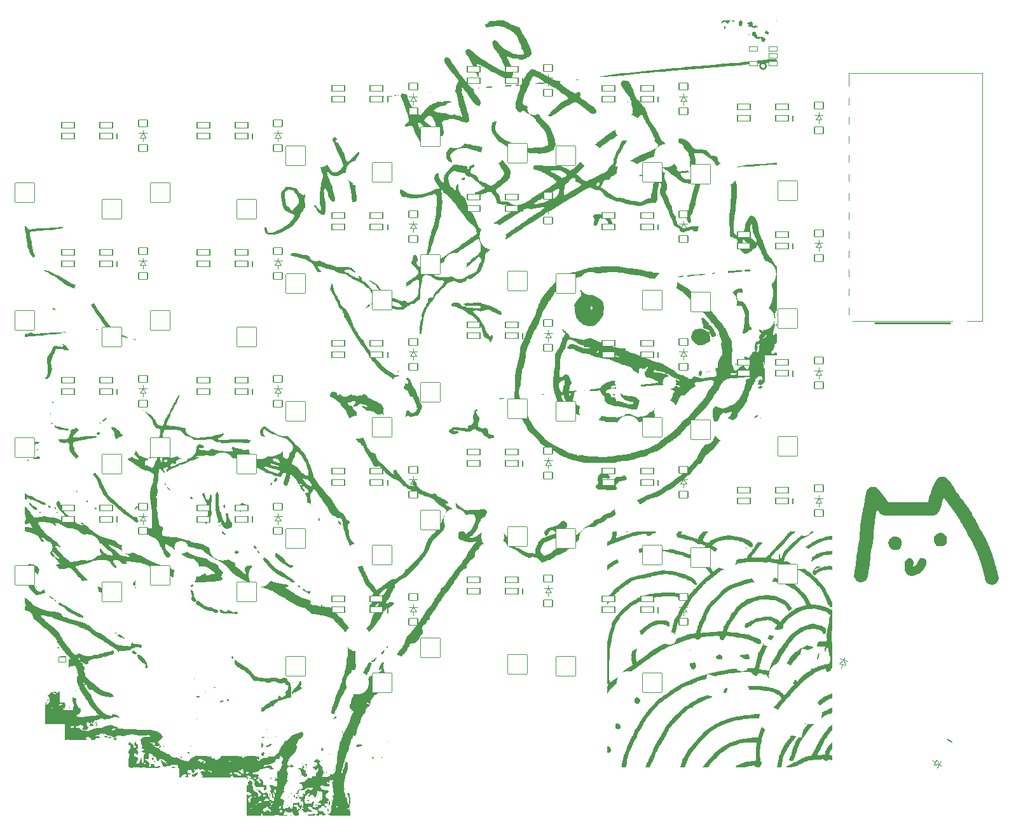
<source format=gbr>
%TF.GenerationSoftware,KiCad,Pcbnew,7.0.7*%
%TF.CreationDate,2023-10-16T17:22:34-07:00*%
%TF.ProjectId,main_pcb,6d61696e-5f70-4636-922e-6b696361645f,v1.0.0*%
%TF.SameCoordinates,Original*%
%TF.FileFunction,Legend,Bot*%
%TF.FilePolarity,Positive*%
%FSLAX46Y46*%
G04 Gerber Fmt 4.6, Leading zero omitted, Abs format (unit mm)*
G04 Created by KiCad (PCBNEW 7.0.7) date 2023-10-16 17:22:34*
%MOMM*%
%LPD*%
G01*
G04 APERTURE LIST*
G04 Aperture macros list*
%AMRoundRect*
0 Rectangle with rounded corners*
0 $1 Rounding radius*
0 $2 $3 $4 $5 $6 $7 $8 $9 X,Y pos of 4 corners*
0 Add a 4 corners polygon primitive as box body*
4,1,4,$2,$3,$4,$5,$6,$7,$8,$9,$2,$3,0*
0 Add four circle primitives for the rounded corners*
1,1,$1+$1,$2,$3*
1,1,$1+$1,$4,$5*
1,1,$1+$1,$6,$7*
1,1,$1+$1,$8,$9*
0 Add four rect primitives between the rounded corners*
20,1,$1+$1,$2,$3,$4,$5,0*
20,1,$1+$1,$4,$5,$6,$7,0*
20,1,$1+$1,$6,$7,$8,$9,0*
20,1,$1+$1,$8,$9,$2,$3,0*%
G04 Aperture macros list end*
%ADD10C,0.160000*%
%ADD11C,0.250000*%
%ADD12C,0.100000*%
%ADD13C,0.040000*%
%ADD14C,0.120000*%
%ADD15RoundRect,0.050000X-0.850000X-0.410000X0.850000X-0.410000X0.850000X0.410000X-0.850000X0.410000X0*%
%ADD16RoundRect,0.050000X-0.927153X-0.176033X0.714921X-0.616026X0.927153X0.176033X-0.714921X0.616026X0*%
%ADD17C,1.801800*%
%ADD18C,3.100000*%
%ADD19C,3.529000*%
%ADD20RoundRect,0.050000X1.300000X1.300000X-1.300000X1.300000X-1.300000X-1.300000X1.300000X-1.300000X0*%
%ADD21RoundRect,0.050000X0.069930X0.941122X-0.780070X-0.531122X-0.069930X-0.941122X0.780070X0.531122X0*%
%ADD22C,1.600000*%
%ADD23O,2.300000X1.700000*%
%ADD24C,1.800000*%
%ADD25RoundRect,0.050000X1.592168X0.919239X-0.919239X1.592168X-1.592168X-0.919239X0.919239X-1.592168X0*%
%ADD26RoundRect,0.050000X0.550000X0.300000X-0.550000X0.300000X-0.550000X-0.300000X0.550000X-0.300000X0*%
%ADD27RoundRect,0.050000X0.475833X-1.775833X1.775833X0.475833X-0.475833X1.775833X-1.775833X-0.475833X0*%
%ADD28RoundRect,0.050000X-0.600000X0.450000X-0.600000X-0.450000X0.600000X-0.450000X0.600000X0.450000X0*%
%ADD29RoundRect,0.050000X0.689711X0.294615X-0.089711X0.744615X-0.689711X-0.294615X0.089711X-0.744615X0*%
%ADD30RoundRect,0.050000X-0.463087X0.589958X-0.696024X-0.279375X0.463087X-0.589958X0.696024X0.279375X0*%
G04 APERTURE END LIST*
%TO.C,G\u002A\u002A\u002A*%
G36*
X249210993Y-206627324D02*
G01*
X249226062Y-206687485D01*
X249236557Y-206802306D01*
X249240496Y-206953303D01*
X249240496Y-207284004D01*
X249058038Y-207479934D01*
X248969925Y-207578666D01*
X248854746Y-207717958D01*
X248766491Y-207835989D01*
X248715010Y-207911419D01*
X248621682Y-208047916D01*
X248509112Y-208212382D01*
X248391582Y-208383939D01*
X248292674Y-208533067D01*
X248206026Y-208673742D01*
X248147349Y-208780772D01*
X248125763Y-208838557D01*
X248113703Y-208889086D01*
X248070356Y-208993045D01*
X248006327Y-209116977D01*
X247953105Y-209215986D01*
X247905310Y-209316858D01*
X247886891Y-209373227D01*
X247885461Y-209382466D01*
X247851773Y-209448912D01*
X247787362Y-209536132D01*
X247774128Y-209552653D01*
X247712776Y-209655183D01*
X247687832Y-209743952D01*
X247687756Y-209747528D01*
X247657294Y-209837025D01*
X247588302Y-209926991D01*
X247581645Y-209933371D01*
X247515833Y-210013096D01*
X247488772Y-210077478D01*
X247487504Y-210088057D01*
X247454013Y-210161966D01*
X247389243Y-210252746D01*
X247322499Y-210357751D01*
X247289713Y-210526845D01*
X247289713Y-210682659D01*
X247717691Y-210657693D01*
X247857140Y-210647813D01*
X248016994Y-210631628D01*
X248134520Y-210613920D01*
X248191103Y-210597074D01*
X248202113Y-210586049D01*
X248244261Y-210497783D01*
X248277808Y-210355588D01*
X248297491Y-210180094D01*
X248320122Y-210074444D01*
X248369472Y-209981034D01*
X248421187Y-209912647D01*
X248484917Y-209807555D01*
X248488220Y-209801119D01*
X248604416Y-209598383D01*
X248736333Y-209405191D01*
X248873406Y-209233726D01*
X249005072Y-209096169D01*
X249120766Y-209004701D01*
X249209926Y-208971505D01*
X249218136Y-208985666D01*
X249229649Y-209062751D01*
X249237557Y-209191833D01*
X249240496Y-209355759D01*
X249240452Y-209413829D01*
X249237745Y-209576134D01*
X249225971Y-209693301D01*
X249198434Y-209792183D01*
X249148441Y-209899636D01*
X249069295Y-210042514D01*
X248988954Y-210185783D01*
X248901182Y-210349430D01*
X248847660Y-210463804D01*
X248824153Y-210540140D01*
X248826427Y-210589672D01*
X248850246Y-210623635D01*
X248867162Y-210635957D01*
X248954716Y-210678291D01*
X249071296Y-210718316D01*
X249240496Y-210766237D01*
X249240496Y-211062233D01*
X249240496Y-211358229D01*
X249111108Y-211335908D01*
X248995251Y-211312021D01*
X248877207Y-211280989D01*
X248811403Y-211267503D01*
X248736784Y-211278210D01*
X248643443Y-211324469D01*
X248510144Y-211413972D01*
X248458562Y-211448437D01*
X248403677Y-211466524D01*
X248337374Y-211451527D01*
X248229752Y-211402190D01*
X248171825Y-211371634D01*
X248077909Y-211309216D01*
X248031040Y-211258860D01*
X248009950Y-211232296D01*
X247934180Y-211204528D01*
X247845561Y-211208191D01*
X247784462Y-211245476D01*
X247781164Y-211249825D01*
X247714753Y-211272577D01*
X247592850Y-211267486D01*
X247511987Y-211261961D01*
X247352377Y-211266549D01*
X247190027Y-211285212D01*
X247134868Y-211293399D01*
X246961951Y-211312036D01*
X246756885Y-211327377D01*
X246553068Y-211336720D01*
X246329944Y-211348707D01*
X246147166Y-211374275D01*
X246027537Y-211413832D01*
X246016792Y-211419276D01*
X245913687Y-211462096D01*
X245836490Y-211479655D01*
X245820471Y-211481296D01*
X245733452Y-211508417D01*
X245625500Y-211558305D01*
X245576773Y-211583081D01*
X245445542Y-211645379D01*
X245278957Y-211721005D01*
X245101468Y-211798737D01*
X244993093Y-211846504D01*
X244840380Y-211918272D01*
X244723068Y-211978878D01*
X244660287Y-212018781D01*
X244596651Y-212059198D01*
X244480539Y-212115384D01*
X244340381Y-212172732D01*
X244319285Y-212180543D01*
X244202714Y-212218829D01*
X244087734Y-212244582D01*
X243954049Y-212260353D01*
X243781364Y-212268695D01*
X243549384Y-212272157D01*
X243489769Y-212272368D01*
X243307018Y-212270145D01*
X243164301Y-212263975D01*
X243074810Y-212254633D01*
X243051735Y-212242895D01*
X243069463Y-212228200D01*
X243181846Y-212148663D01*
X243339626Y-212049445D01*
X243521598Y-211942705D01*
X243706558Y-211840599D01*
X243873300Y-211755283D01*
X244000618Y-211698915D01*
X244101185Y-211659919D01*
X244260016Y-211593195D01*
X244434123Y-211513171D01*
X244636993Y-211413338D01*
X244882114Y-211287185D01*
X245182973Y-211128202D01*
X245205670Y-211116177D01*
X245386813Y-211024977D01*
X245549786Y-210950718D01*
X245677511Y-210900764D01*
X245752910Y-210882476D01*
X245839639Y-210872504D01*
X245945856Y-210837447D01*
X245982444Y-210822087D01*
X246096362Y-210791066D01*
X246231875Y-210767777D01*
X246433757Y-210743135D01*
X246652722Y-210316289D01*
X246739784Y-210150210D01*
X246820918Y-210002353D01*
X246884478Y-209893810D01*
X246921453Y-209840537D01*
X246945340Y-209811330D01*
X246971218Y-209745244D01*
X246991610Y-209686672D01*
X247044274Y-209603911D01*
X247098644Y-209525090D01*
X247203647Y-209343799D01*
X247329868Y-209097504D01*
X247474051Y-208792351D01*
X247493895Y-208749952D01*
X247578118Y-208586183D01*
X247663189Y-208441486D01*
X247733395Y-208343082D01*
X247761136Y-208309529D01*
X247822570Y-208219839D01*
X247847080Y-208158156D01*
X247857158Y-208134164D01*
X247907819Y-208055537D01*
X247991329Y-207939088D01*
X248096630Y-207798994D01*
X248212665Y-207649434D01*
X248328378Y-207504587D01*
X248432710Y-207378632D01*
X248514606Y-207285747D01*
X248563008Y-207240110D01*
X248568904Y-207235610D01*
X248613542Y-207174573D01*
X248661796Y-207077716D01*
X248671389Y-207055770D01*
X248716485Y-206974132D01*
X248751499Y-206941097D01*
X248789031Y-206922641D01*
X248871355Y-206865015D01*
X248976831Y-206781849D01*
X249070524Y-206707809D01*
X249157863Y-206646246D01*
X249205019Y-206622602D01*
X249210993Y-206627324D01*
G37*
G36*
X249218536Y-202497583D02*
G01*
X249233103Y-202536880D01*
X249236662Y-202626463D01*
X249232307Y-202780928D01*
X249220591Y-203089564D01*
X248927201Y-203165652D01*
X248896948Y-203173706D01*
X248745321Y-203222875D01*
X248600584Y-203289173D01*
X248440307Y-203384186D01*
X248242060Y-203519498D01*
X248089717Y-203630212D01*
X247957004Y-203731881D01*
X247861558Y-203810821D01*
X247817536Y-203855818D01*
X247797690Y-203883100D01*
X247728962Y-203963263D01*
X247626666Y-204075166D01*
X247504563Y-204203522D01*
X247432736Y-204278991D01*
X247309830Y-204414312D01*
X247210167Y-204531728D01*
X247150338Y-204612100D01*
X247140886Y-204626934D01*
X247057237Y-204742045D01*
X246962518Y-204854445D01*
X246950004Y-204868281D01*
X246854451Y-204989807D01*
X246776753Y-205111549D01*
X246771564Y-205120828D01*
X246684841Y-205228755D01*
X246580127Y-205307135D01*
X246566475Y-205314061D01*
X246487350Y-205364017D01*
X246454567Y-205402756D01*
X246453950Y-205405898D01*
X246421696Y-205456786D01*
X246350286Y-205545928D01*
X246253335Y-205656176D01*
X246212998Y-205701297D01*
X246102152Y-205832798D01*
X245986300Y-205978610D01*
X245876664Y-206123655D01*
X245784461Y-206252859D01*
X245720913Y-206351144D01*
X245697236Y-206403436D01*
X245693769Y-206414941D01*
X245655233Y-206476882D01*
X245587754Y-206563930D01*
X245515826Y-206653417D01*
X245361667Y-206860410D01*
X245184713Y-207113834D01*
X244995431Y-207398934D01*
X244982042Y-207419420D01*
X244876417Y-207572508D01*
X244770104Y-207714486D01*
X244684240Y-207816959D01*
X244673538Y-207828633D01*
X244583013Y-207938331D01*
X244474469Y-208083146D01*
X244369087Y-208234984D01*
X244123897Y-208593436D01*
X243581511Y-209314081D01*
X243566813Y-209332591D01*
X243437224Y-209510945D01*
X243309316Y-209709121D01*
X243208806Y-209887547D01*
X243197100Y-209910701D01*
X243113991Y-210070809D01*
X243034359Y-210218000D01*
X242973997Y-210322988D01*
X242958409Y-210350009D01*
X242886795Y-210505202D01*
X242807933Y-210715922D01*
X242727001Y-210963700D01*
X242649175Y-211230069D01*
X242579632Y-211496562D01*
X242523550Y-211744711D01*
X242486104Y-211956048D01*
X242472471Y-212112107D01*
X242472471Y-212275893D01*
X242169973Y-212275893D01*
X241867475Y-212275893D01*
X241895670Y-212027069D01*
X241911503Y-211914428D01*
X241943590Y-211748926D01*
X241978623Y-211618997D01*
X241988641Y-211588416D01*
X242020732Y-211465767D01*
X242033961Y-211372115D01*
X242035862Y-211335678D01*
X242064364Y-211175104D01*
X242123836Y-210961448D01*
X242210163Y-210708313D01*
X242319229Y-210429300D01*
X242356586Y-210339164D01*
X242457677Y-210096205D01*
X242535429Y-209911883D01*
X242595055Y-209774751D01*
X242641771Y-209673360D01*
X242680792Y-209596263D01*
X242717334Y-209532010D01*
X242756611Y-209469154D01*
X242775727Y-209438875D01*
X242864564Y-209288995D01*
X242943312Y-209144378D01*
X242970284Y-209094301D01*
X243026417Y-209006233D01*
X243066048Y-208965224D01*
X243081823Y-208955136D01*
X243141335Y-208896297D01*
X243216407Y-208806099D01*
X243429087Y-208529435D01*
X243607812Y-208295802D01*
X243750371Y-208107813D01*
X243863283Y-207956745D01*
X243953067Y-207833871D01*
X244026243Y-207730466D01*
X244089329Y-207637806D01*
X244125903Y-207585183D01*
X244231424Y-207445377D01*
X244339308Y-207314563D01*
X244432215Y-207197277D01*
X244541661Y-207042166D01*
X244642221Y-206884894D01*
X244739720Y-206729759D01*
X244844695Y-206574647D01*
X244933286Y-206454989D01*
X244976249Y-206399325D01*
X245064377Y-206273374D01*
X245127400Y-206168044D01*
X245136652Y-206151399D01*
X245204500Y-206054561D01*
X245306225Y-205929844D01*
X245423561Y-205799950D01*
X245462795Y-205758030D01*
X245562201Y-205644062D01*
X245631450Y-205552935D01*
X245657450Y-205501361D01*
X245660749Y-205488822D01*
X245702648Y-205420828D01*
X245782582Y-205318468D01*
X245887685Y-205198656D01*
X245899457Y-205185856D01*
X246034085Y-205035007D01*
X246168707Y-204877529D01*
X246275825Y-204745524D01*
X246347039Y-204654919D01*
X246471687Y-204500066D01*
X246583051Y-204365560D01*
X246645369Y-204286791D01*
X246708066Y-204192302D01*
X246732346Y-204132958D01*
X246732346Y-204132796D01*
X246764611Y-204076211D01*
X246841829Y-204019168D01*
X246932230Y-203960141D01*
X247051744Y-203860887D01*
X247168033Y-203747510D01*
X247260608Y-203640190D01*
X247308977Y-203559107D01*
X247346630Y-203504176D01*
X247435035Y-203421060D01*
X247551882Y-203334125D01*
X247658362Y-203259491D01*
X247760176Y-203179461D01*
X247818069Y-203123043D01*
X247823718Y-203115630D01*
X247926939Y-203020111D01*
X248086598Y-202913592D01*
X248284013Y-202805537D01*
X248500504Y-202705409D01*
X248717392Y-202622673D01*
X248915996Y-202566794D01*
X248969890Y-202554766D01*
X249091331Y-202524430D01*
X249172678Y-202499668D01*
X249189866Y-202493976D01*
X249218536Y-202497583D01*
G37*
G36*
X230250214Y-190220094D02*
G01*
X230238142Y-190239899D01*
X230163558Y-190371286D01*
X230110927Y-190479451D01*
X230090989Y-190542638D01*
X230088907Y-190557277D01*
X230051321Y-190635225D01*
X229981484Y-190726713D01*
X229701045Y-191072316D01*
X229406881Y-191531478D01*
X229160976Y-192031536D01*
X229084702Y-192206433D01*
X228978156Y-192439937D01*
X228866471Y-192675585D01*
X228761623Y-192888187D01*
X228675587Y-193052551D01*
X228666285Y-193072036D01*
X228630509Y-193178463D01*
X228592109Y-193329717D01*
X228557937Y-193499750D01*
X228554469Y-193519133D01*
X228509956Y-193723934D01*
X228452666Y-193935524D01*
X228394091Y-194111024D01*
X228376368Y-194162146D01*
X228338123Y-194304418D01*
X228301198Y-194478638D01*
X228267753Y-194669113D01*
X228239947Y-194860148D01*
X228219940Y-195036051D01*
X228209890Y-195181126D01*
X228211957Y-195279680D01*
X228228300Y-195316019D01*
X228266808Y-195302655D01*
X228357111Y-195258904D01*
X228474787Y-195195266D01*
X228613214Y-195127604D01*
X228799677Y-195053126D01*
X228981786Y-194994297D01*
X229045757Y-194976520D01*
X229352151Y-194881609D01*
X229640130Y-194772526D01*
X229951625Y-194633682D01*
X230032932Y-194597134D01*
X230250430Y-194522779D01*
X230449274Y-194495608D01*
X230623914Y-194486778D01*
X230808063Y-194468019D01*
X230941294Y-194442647D01*
X231009272Y-194412782D01*
X231016397Y-194404200D01*
X231059967Y-194323923D01*
X231115137Y-194192596D01*
X231174070Y-194031371D01*
X231228932Y-193861399D01*
X231271887Y-193703833D01*
X231301330Y-193595159D01*
X231346914Y-193462054D01*
X231388755Y-193373600D01*
X231408226Y-193335963D01*
X231446645Y-193218203D01*
X231472598Y-193080652D01*
X231511446Y-192912416D01*
X231590979Y-192766920D01*
X231591292Y-192766548D01*
X231671073Y-192648429D01*
X231730377Y-192522211D01*
X231782283Y-192400611D01*
X231849579Y-192283045D01*
X231886064Y-192220037D01*
X231945308Y-192090067D01*
X231999161Y-191944644D01*
X232035274Y-191838088D01*
X232154806Y-191536737D01*
X232283995Y-191278033D01*
X232414060Y-191080267D01*
X232450002Y-191033701D01*
X232559221Y-190882963D01*
X232656589Y-190737649D01*
X232710343Y-190661177D01*
X232798431Y-190552134D01*
X232921581Y-190411639D01*
X233084213Y-190234896D01*
X233290745Y-190017108D01*
X233545599Y-189753481D01*
X233853192Y-189439217D01*
X233939781Y-189350976D01*
X234114088Y-189172602D01*
X234286691Y-188995183D01*
X234430465Y-188846567D01*
X234476873Y-188799252D01*
X234615584Y-188666107D01*
X234747213Y-188550145D01*
X234848490Y-188472207D01*
X234911331Y-188429934D01*
X235055636Y-188330452D01*
X235195347Y-188231698D01*
X235281223Y-188173082D01*
X235460830Y-188073814D01*
X235663269Y-187996742D01*
X235916928Y-187929999D01*
X236019685Y-187902526D01*
X236141930Y-187858238D01*
X236216485Y-187816465D01*
X236257649Y-187790861D01*
X236366908Y-187749592D01*
X236501652Y-187717256D01*
X236615197Y-187691845D01*
X236776892Y-187645806D01*
X236949950Y-187589274D01*
X237112280Y-187529939D01*
X237241791Y-187475492D01*
X237316391Y-187433623D01*
X237353604Y-187412030D01*
X237450279Y-187368614D01*
X237576090Y-187319458D01*
X237657929Y-187291649D01*
X237751523Y-187265850D01*
X237859013Y-187243514D01*
X237988610Y-187223860D01*
X238148522Y-187206107D01*
X238346961Y-187189475D01*
X238592135Y-187173185D01*
X238892255Y-187156456D01*
X239255530Y-187138508D01*
X239690171Y-187118561D01*
X239712094Y-187117562D01*
X239956845Y-187104264D01*
X240177088Y-187088563D01*
X240359057Y-187071719D01*
X240488983Y-187054991D01*
X240553097Y-187039638D01*
X240609666Y-187024888D01*
X240736243Y-187014127D01*
X240906713Y-187011354D01*
X241101521Y-187016031D01*
X241301112Y-187027623D01*
X241485931Y-187045591D01*
X241636421Y-187069398D01*
X241700773Y-187082814D01*
X241867937Y-187117383D01*
X242032209Y-187151062D01*
X242116160Y-187170912D01*
X242248567Y-187212648D01*
X242339084Y-187254347D01*
X242414327Y-187290457D01*
X242500664Y-187304777D01*
X242534852Y-187304055D01*
X242637645Y-187315634D01*
X242799057Y-187344698D01*
X243025155Y-187392394D01*
X243322009Y-187459868D01*
X243452210Y-187495120D01*
X243620374Y-187567191D01*
X243767077Y-187672753D01*
X243856910Y-187744441D01*
X244015203Y-187855837D01*
X244171614Y-187952378D01*
X244261690Y-188009940D01*
X244413886Y-188123862D01*
X244581491Y-188263293D01*
X244741750Y-188409972D01*
X244857957Y-188522407D01*
X245015020Y-188674267D01*
X245156136Y-188810602D01*
X245260679Y-188911478D01*
X245384839Y-189037680D01*
X245621350Y-189312065D01*
X245835764Y-189603253D01*
X246005398Y-189881693D01*
X246018107Y-189905514D01*
X246094789Y-190047810D01*
X246160331Y-190167227D01*
X246201712Y-190240000D01*
X246214920Y-190262767D01*
X246269262Y-190363436D01*
X246329846Y-190482547D01*
X246410121Y-190645470D01*
X246959400Y-190670876D01*
X246986053Y-190672169D01*
X247210155Y-190687349D01*
X247423826Y-190708634D01*
X247604008Y-190733379D01*
X247727644Y-190758942D01*
X247817403Y-190784162D01*
X247951746Y-190820324D01*
X248046139Y-190843791D01*
X248062613Y-190847849D01*
X248192299Y-190892565D01*
X248376105Y-190970478D01*
X248601432Y-191075988D01*
X248855680Y-191203498D01*
X248937615Y-191244774D01*
X249060727Y-191296859D01*
X249138133Y-191306223D01*
X249184433Y-191272541D01*
X249214229Y-191195486D01*
X249218485Y-191207985D01*
X249222866Y-191289616D01*
X249226578Y-191435202D01*
X249229504Y-191636356D01*
X249231525Y-191884693D01*
X249231925Y-191999652D01*
X249232524Y-192171827D01*
X249232384Y-192489373D01*
X249231406Y-192777036D01*
X249228949Y-193114651D01*
X249224916Y-193386943D01*
X249218972Y-193602228D01*
X249210784Y-193768823D01*
X249200019Y-193895045D01*
X249186344Y-193989211D01*
X249169424Y-194059637D01*
X249160807Y-194089964D01*
X249140852Y-194188175D01*
X249128512Y-194310528D01*
X249123202Y-194470851D01*
X249124340Y-194682969D01*
X249131339Y-194960710D01*
X249138806Y-195155589D01*
X249150641Y-195370336D01*
X249164475Y-195549104D01*
X249179148Y-195677348D01*
X249193501Y-195740526D01*
X249200604Y-195770641D01*
X249210615Y-195879968D01*
X249219320Y-196061528D01*
X249226598Y-196310832D01*
X249232328Y-196623395D01*
X249236389Y-196994730D01*
X249238662Y-197420349D01*
X249240154Y-197923842D01*
X249243417Y-199024675D01*
X249142428Y-199104114D01*
X249078732Y-199172295D01*
X249041437Y-199300876D01*
X249039034Y-199344393D01*
X249015652Y-199403039D01*
X248952686Y-199452747D01*
X248832424Y-199511352D01*
X248801007Y-199525037D01*
X248656331Y-199572394D01*
X248553942Y-199564139D01*
X248475646Y-199493605D01*
X248403246Y-199354127D01*
X248376861Y-199295322D01*
X248333298Y-199210932D01*
X248307161Y-199177774D01*
X248282462Y-199180150D01*
X248177742Y-199204010D01*
X248025278Y-199248389D01*
X247843705Y-199306933D01*
X247651654Y-199373288D01*
X247467758Y-199441100D01*
X247310652Y-199504015D01*
X247198967Y-199555679D01*
X247182944Y-199564123D01*
X247048422Y-199630547D01*
X246938447Y-199677516D01*
X246875495Y-199695329D01*
X246838946Y-199708912D01*
X246758000Y-199768259D01*
X246664280Y-199858756D01*
X246611260Y-199911230D01*
X246465882Y-200028938D01*
X246320045Y-200120347D01*
X246260721Y-200151821D01*
X246101668Y-200245085D01*
X245961738Y-200337493D01*
X245904589Y-200380616D01*
X245786740Y-200475468D01*
X245645390Y-200593939D01*
X245492627Y-200725361D01*
X245340535Y-200859069D01*
X245201203Y-200984395D01*
X245086715Y-201090671D01*
X245009160Y-201167230D01*
X244980622Y-201203405D01*
X244962369Y-201235085D01*
X244897349Y-201311168D01*
X244798737Y-201415099D01*
X244680793Y-201532980D01*
X244557776Y-201650911D01*
X244443945Y-201754993D01*
X244353558Y-201831327D01*
X244300874Y-201866013D01*
X244259622Y-201888868D01*
X244204870Y-201962779D01*
X244201385Y-201971423D01*
X244154526Y-202043337D01*
X244070100Y-202148338D01*
X243963590Y-202266911D01*
X243836178Y-202409248D01*
X243704566Y-202569022D01*
X243600635Y-202707963D01*
X243525247Y-202807927D01*
X243442242Y-202898247D01*
X243382041Y-202941937D01*
X243341144Y-202960862D01*
X243308522Y-203000209D01*
X243286794Y-203036829D01*
X243220158Y-203112206D01*
X243124273Y-203206538D01*
X243049145Y-203280247D01*
X242909031Y-203431795D01*
X242789055Y-203576991D01*
X242695181Y-203694958D01*
X242562985Y-203851087D01*
X242433924Y-203995016D01*
X242322679Y-204125934D01*
X242220525Y-204267112D01*
X242153110Y-204384027D01*
X242128386Y-204433849D01*
X242066068Y-204529607D01*
X242011499Y-204579001D01*
X241992130Y-204587018D01*
X241881326Y-204657435D01*
X241769964Y-204773892D01*
X241652671Y-204944008D01*
X241524070Y-205175397D01*
X241378788Y-205475678D01*
X241368541Y-205496532D01*
X241295228Y-205607467D01*
X241215274Y-205685407D01*
X241169400Y-205726751D01*
X241089808Y-205829857D01*
X241015782Y-205956468D01*
X240998252Y-205991110D01*
X240853841Y-206249611D01*
X240673151Y-206537247D01*
X240471923Y-206828768D01*
X240402186Y-206931424D01*
X240344699Y-207030359D01*
X240322628Y-207088953D01*
X240314710Y-207125544D01*
X240278492Y-207220690D01*
X240222855Y-207339696D01*
X240210752Y-207363927D01*
X240118798Y-207569396D01*
X240031141Y-207799172D01*
X239952422Y-208037062D01*
X239887284Y-208266874D01*
X239840366Y-208472417D01*
X239816312Y-208637497D01*
X239819761Y-208745923D01*
X239822679Y-208815548D01*
X239788217Y-208915257D01*
X239782373Y-208924927D01*
X239749791Y-209013267D01*
X239715925Y-209150306D01*
X239687234Y-209310742D01*
X239685108Y-209325226D01*
X239657723Y-209505601D01*
X239630105Y-209678226D01*
X239607931Y-209807555D01*
X239603456Y-209840454D01*
X239595423Y-209968407D01*
X239591136Y-210150169D01*
X239590339Y-210367548D01*
X239592774Y-210602356D01*
X239598186Y-210836402D01*
X239606317Y-211051495D01*
X239616912Y-211229447D01*
X239629714Y-211352066D01*
X239664701Y-211455532D01*
X239747497Y-211520281D01*
X239796648Y-211545252D01*
X239835228Y-211603303D01*
X239844885Y-211711371D01*
X239827791Y-211837395D01*
X239759767Y-211941275D01*
X239759681Y-211941351D01*
X239683520Y-212032913D01*
X239619891Y-212146505D01*
X239602157Y-212187118D01*
X239569784Y-212238119D01*
X239520372Y-212264510D01*
X239433059Y-212274399D01*
X239286984Y-212275893D01*
X239276853Y-212275888D01*
X239134216Y-212273294D01*
X239053280Y-212262750D01*
X239017126Y-212239586D01*
X239008835Y-212199134D01*
X239008202Y-212186223D01*
X238986490Y-212143777D01*
X238920737Y-212116362D01*
X238793166Y-212095429D01*
X238771463Y-212092943D01*
X238588350Y-212088923D01*
X238438867Y-212114235D01*
X238430261Y-212116968D01*
X238306785Y-212139571D01*
X238200237Y-212134888D01*
X238192267Y-212133132D01*
X238070925Y-212139644D01*
X237912485Y-212192842D01*
X237870470Y-212210551D01*
X237796014Y-212235606D01*
X237710471Y-212253334D01*
X237600136Y-212264952D01*
X237451302Y-212271674D01*
X237250265Y-212274719D01*
X236983320Y-212275301D01*
X236241907Y-212274709D01*
X236401155Y-212137062D01*
X236455439Y-212092325D01*
X236527766Y-212041384D01*
X236615288Y-211991596D01*
X236729971Y-211937397D01*
X236883780Y-211873222D01*
X237088681Y-211793506D01*
X237356641Y-211692683D01*
X237447952Y-211659665D01*
X237618510Y-211606501D01*
X237788245Y-211568678D01*
X237983971Y-211540837D01*
X238232503Y-211517617D01*
X238244789Y-211516627D01*
X238454120Y-211497542D01*
X238646759Y-211476193D01*
X238801788Y-211455119D01*
X238898291Y-211436855D01*
X239046524Y-211397471D01*
X239032530Y-210652278D01*
X239029891Y-210420223D01*
X239030813Y-210200385D01*
X239035139Y-210017027D01*
X239042522Y-209884518D01*
X239052619Y-209817227D01*
X239070658Y-209742386D01*
X239089301Y-209611187D01*
X239102420Y-209458920D01*
X239113422Y-209320773D01*
X239128940Y-209197927D01*
X239144922Y-209127178D01*
X239146916Y-209122343D01*
X239158226Y-209068405D01*
X239137959Y-209027427D01*
X239078122Y-208997896D01*
X238970725Y-208978296D01*
X238807773Y-208967114D01*
X238581277Y-208962836D01*
X238283242Y-208963948D01*
X238273147Y-208964051D01*
X238034315Y-208968222D01*
X237822439Y-208975125D01*
X237650687Y-208984080D01*
X237532224Y-208994407D01*
X237480219Y-209005425D01*
X237472219Y-209010071D01*
X237397866Y-209033727D01*
X237272328Y-209061707D01*
X237117769Y-209088904D01*
X236945795Y-209120064D01*
X236776560Y-209161834D01*
X236592218Y-209220020D01*
X236373857Y-209300594D01*
X236102565Y-209409531D01*
X236008807Y-209445300D01*
X235860594Y-209492786D01*
X235744258Y-209519756D01*
X235695578Y-209531616D01*
X235568471Y-209587969D01*
X235445669Y-209669130D01*
X235424442Y-209685990D01*
X235302165Y-209776502D01*
X235147194Y-209884305D01*
X234987832Y-209989586D01*
X234959398Y-210007944D01*
X234789442Y-210122517D01*
X234622631Y-210241728D01*
X234491382Y-210342531D01*
X234342723Y-210467703D01*
X234099567Y-210685165D01*
X233848175Y-210923074D01*
X233600131Y-211169545D01*
X233367015Y-211412692D01*
X233160410Y-211640629D01*
X232991898Y-211841469D01*
X232873061Y-212003327D01*
X232698647Y-212271134D01*
X232329350Y-212273513D01*
X231960053Y-212275893D01*
X232160095Y-211991043D01*
X232193500Y-211944240D01*
X232293578Y-211812208D01*
X232381157Y-211707687D01*
X232440349Y-211650011D01*
X232463823Y-211629939D01*
X232536176Y-211541286D01*
X232604794Y-211427259D01*
X232627077Y-211390833D01*
X232711567Y-211282483D01*
X232840176Y-211136581D01*
X233002662Y-210963482D01*
X233188783Y-210773539D01*
X233388294Y-210577108D01*
X233590955Y-210384544D01*
X233786521Y-210206201D01*
X233964750Y-210052434D01*
X234194310Y-209867116D01*
X234588504Y-209574739D01*
X234959487Y-209332879D01*
X235296222Y-209149024D01*
X235403690Y-209098699D01*
X235554990Y-209033132D01*
X235673442Y-208988186D01*
X235739937Y-208971505D01*
X235743713Y-208971382D01*
X235821389Y-208953926D01*
X235944594Y-208912680D01*
X236088444Y-208855900D01*
X236233110Y-208797419D01*
X236623341Y-208663418D01*
X237015309Y-208559676D01*
X237376547Y-208495281D01*
X237469245Y-208483662D01*
X237687414Y-208455943D01*
X237927726Y-208425046D01*
X238152879Y-208395753D01*
X238265939Y-208382162D01*
X238505593Y-208359255D01*
X238742273Y-208343056D01*
X238938142Y-208336424D01*
X238949283Y-208336362D01*
X239112549Y-208334269D01*
X239215538Y-208326657D01*
X239276586Y-208308164D01*
X239314027Y-208273429D01*
X239346196Y-208217090D01*
X239369745Y-208165816D01*
X239419543Y-208033530D01*
X239464433Y-207888642D01*
X239482875Y-207825986D01*
X239552258Y-207626386D01*
X239643612Y-207394838D01*
X239745498Y-207158328D01*
X239846477Y-206943837D01*
X239935110Y-206778352D01*
X239975385Y-206707062D01*
X240024693Y-206605529D01*
X240043945Y-206543883D01*
X240054468Y-206505574D01*
X240097850Y-206413014D01*
X240163381Y-206297959D01*
X240177828Y-206274197D01*
X240254484Y-206126318D01*
X240276205Y-206018965D01*
X240242638Y-205936714D01*
X240153428Y-205864141D01*
X240095844Y-205833146D01*
X240000223Y-205803161D01*
X239871123Y-205788264D01*
X239685638Y-205784558D01*
X239661336Y-205784618D01*
X239467369Y-205784773D01*
X239277011Y-205784464D01*
X239128271Y-205783746D01*
X238914217Y-205786067D01*
X238584305Y-205800996D01*
X238222746Y-205827928D01*
X237841895Y-205865132D01*
X237454105Y-205910877D01*
X237071732Y-205963433D01*
X236707130Y-206021067D01*
X236372654Y-206082051D01*
X236080657Y-206144651D01*
X235843495Y-206207138D01*
X235673522Y-206267780D01*
X235625100Y-206288130D01*
X235507517Y-206328054D01*
X235423374Y-206343918D01*
X235384084Y-206349754D01*
X235278698Y-206383729D01*
X235155709Y-206437943D01*
X235085489Y-206471118D01*
X234914520Y-206542739D01*
X234748960Y-206602667D01*
X234623263Y-206647038D01*
X234343015Y-206765337D01*
X234047681Y-206910738D01*
X233767996Y-207067608D01*
X233534697Y-207220312D01*
X233525987Y-207226642D01*
X233351674Y-207351098D01*
X233162258Y-207483132D01*
X232997236Y-207595195D01*
X232839581Y-207712683D01*
X232641994Y-207880259D01*
X232421090Y-208082639D01*
X232190693Y-208306389D01*
X231964632Y-208538073D01*
X231756732Y-208764257D01*
X231580821Y-208971505D01*
X231488505Y-209084842D01*
X231387706Y-209204582D01*
X231313001Y-209288633D01*
X231276001Y-209323584D01*
X231245752Y-209353182D01*
X231177067Y-209435245D01*
X231081901Y-209556107D01*
X230971053Y-209702356D01*
X230872957Y-209831950D01*
X230767036Y-209967080D01*
X230683218Y-210068740D01*
X230633912Y-210121498D01*
X230595550Y-210158857D01*
X230504590Y-210268880D01*
X230399663Y-210413605D01*
X230296222Y-210570212D01*
X230209721Y-210715881D01*
X230155613Y-210827792D01*
X230142683Y-210862403D01*
X230087291Y-211012028D01*
X230032655Y-211161160D01*
X230023283Y-211186102D01*
X229967798Y-211320653D01*
X229893442Y-211488364D01*
X229813609Y-211658809D01*
X229790597Y-211707446D01*
X229718809Y-211872343D01*
X229662425Y-212021167D01*
X229632048Y-212126599D01*
X229604362Y-212275893D01*
X229290298Y-212275893D01*
X229249128Y-212275750D01*
X229110170Y-212272870D01*
X229012880Y-212267049D01*
X228976233Y-212259288D01*
X228980415Y-212244093D01*
X229007599Y-212172661D01*
X229051712Y-212066597D01*
X229078839Y-211996981D01*
X229132135Y-211830994D01*
X229173763Y-211666175D01*
X229191612Y-211584535D01*
X229274618Y-211292359D01*
X229372196Y-211071792D01*
X229482851Y-210926418D01*
X229493719Y-210916071D01*
X229586841Y-210797198D01*
X229652172Y-210666128D01*
X229677504Y-210595964D01*
X229803895Y-210334145D01*
X229993455Y-210034776D01*
X230247164Y-209696522D01*
X230566000Y-209318051D01*
X230950944Y-208898028D01*
X230992659Y-208853755D01*
X231146982Y-208685498D01*
X231288069Y-208525239D01*
X231401787Y-208389297D01*
X231474003Y-208293995D01*
X231476882Y-208289740D01*
X231591340Y-208143463D01*
X231750897Y-207968334D01*
X231937134Y-207782078D01*
X232131635Y-207602420D01*
X232315982Y-207447084D01*
X232471758Y-207333793D01*
X232583469Y-207258317D01*
X232725147Y-207152583D01*
X232833426Y-207060779D01*
X232865202Y-207032158D01*
X232986359Y-206941143D01*
X233099434Y-206877699D01*
X233112926Y-206871914D01*
X233204244Y-206824574D01*
X233254332Y-206784570D01*
X233268081Y-206769626D01*
X233347105Y-206714324D01*
X233479964Y-206637250D01*
X233652977Y-206545180D01*
X233852464Y-206444895D01*
X234064746Y-206343173D01*
X234276143Y-206246792D01*
X234472973Y-206162532D01*
X234641558Y-206097171D01*
X234775168Y-206049353D01*
X235018916Y-205962126D01*
X235261265Y-205875409D01*
X235465431Y-205802364D01*
X235567037Y-205767371D01*
X235733293Y-205715793D01*
X235869862Y-205680315D01*
X235954406Y-205667116D01*
X235959695Y-205667055D01*
X236076453Y-205649552D01*
X236201224Y-205610328D01*
X236242835Y-205596055D01*
X236372323Y-205564557D01*
X236542438Y-205533175D01*
X236727453Y-205506962D01*
X236835494Y-205493665D01*
X236985558Y-205473651D01*
X237092691Y-205457363D01*
X237138799Y-205447421D01*
X237180808Y-205434298D01*
X237289023Y-205414713D01*
X237439386Y-205393962D01*
X237611069Y-205374375D01*
X237783243Y-205358284D01*
X237935079Y-205348019D01*
X238045749Y-205345913D01*
X238122226Y-205344936D01*
X238304929Y-205325657D01*
X238475076Y-205289540D01*
X238558826Y-205268372D01*
X238722934Y-205240004D01*
X238860889Y-205230965D01*
X238939822Y-205231487D01*
X239093775Y-205229203D01*
X239283956Y-205224101D01*
X239485978Y-205216737D01*
X239538274Y-205214947D01*
X239803864Y-205217410D01*
X240051139Y-205237719D01*
X240264878Y-205273470D01*
X240429862Y-205322261D01*
X240530869Y-205381689D01*
X240556604Y-205402827D01*
X240619227Y-205428179D01*
X240625425Y-205425824D01*
X240670866Y-205378325D01*
X240743388Y-205281484D01*
X240832891Y-205150809D01*
X240929272Y-205001809D01*
X241022431Y-204849992D01*
X241102267Y-204710866D01*
X241158678Y-204599941D01*
X241200721Y-204530923D01*
X241302366Y-204399989D01*
X241455348Y-204222602D01*
X241655819Y-204003060D01*
X241899931Y-203745662D01*
X242183835Y-203454706D01*
X242302158Y-203327723D01*
X242400178Y-203196808D01*
X242432660Y-203106692D01*
X242419261Y-203057738D01*
X242356194Y-202959276D01*
X242259002Y-202849131D01*
X242147315Y-202746584D01*
X242040762Y-202670917D01*
X241958972Y-202641411D01*
X241911310Y-202634424D01*
X241853849Y-202599110D01*
X241812541Y-202567905D01*
X241713374Y-202510211D01*
X241571984Y-202435129D01*
X241403615Y-202351058D01*
X241332939Y-202316923D01*
X241165547Y-202239091D01*
X241042263Y-202190056D01*
X240943218Y-202164052D01*
X240848540Y-202155316D01*
X240738359Y-202158085D01*
X240635275Y-202159539D01*
X240465845Y-202148810D01*
X240328581Y-202125459D01*
X240243478Y-202106197D01*
X240079587Y-202078830D01*
X239912849Y-202059697D01*
X239796474Y-202048276D01*
X239675899Y-202032030D01*
X239606014Y-202017016D01*
X239575299Y-202010488D01*
X239467952Y-201999522D01*
X239303317Y-201989156D01*
X239095458Y-201979890D01*
X238858439Y-201972226D01*
X238606326Y-201966665D01*
X238353180Y-201963706D01*
X238113067Y-201963852D01*
X237979685Y-201963441D01*
X237718478Y-201957234D01*
X237443986Y-201945462D01*
X237197393Y-201929663D01*
X236924480Y-201914048D01*
X236680527Y-201913730D01*
X236500685Y-201930423D01*
X236494182Y-201931583D01*
X236327750Y-201967941D01*
X236117700Y-202022799D01*
X235888277Y-202088899D01*
X235663729Y-202158980D01*
X235468299Y-202225785D01*
X235326233Y-202282054D01*
X235281602Y-202300382D01*
X235125525Y-202349054D01*
X234967926Y-202381636D01*
X234917684Y-202389966D01*
X234747239Y-202431745D01*
X234594605Y-202485453D01*
X234543892Y-202506133D01*
X234419846Y-202545967D01*
X234327010Y-202561787D01*
X234273636Y-202569224D01*
X234156441Y-202602891D01*
X234023528Y-202654524D01*
X233938442Y-202689815D01*
X233792047Y-202742338D01*
X233675833Y-202774596D01*
X233576450Y-202802211D01*
X233431127Y-202853636D01*
X233277714Y-202916206D01*
X233130571Y-202979409D01*
X232926010Y-203064645D01*
X232738459Y-203140356D01*
X232655310Y-203174192D01*
X232469326Y-203253954D01*
X232260973Y-203347087D01*
X232061656Y-203439701D01*
X231934006Y-203500242D01*
X231762264Y-203581072D01*
X231618324Y-203648120D01*
X231524196Y-203691092D01*
X231445334Y-203727847D01*
X231267987Y-203818172D01*
X231078830Y-203921916D01*
X230905890Y-204023466D01*
X230777194Y-204107209D01*
X230687508Y-204191561D01*
X230648333Y-204296316D01*
X230642286Y-204370344D01*
X230610593Y-204387332D01*
X230534425Y-204347536D01*
X230522768Y-204340871D01*
X230463947Y-204328236D01*
X230382907Y-204350466D01*
X230257944Y-204412676D01*
X230060438Y-204535769D01*
X229828381Y-204706821D01*
X229587903Y-204905662D01*
X229360014Y-205114893D01*
X229165724Y-205317117D01*
X229129097Y-205358109D01*
X229007919Y-205490758D01*
X228848433Y-205662580D01*
X228662589Y-205860806D01*
X228462335Y-206072669D01*
X228259619Y-206285399D01*
X228175830Y-206372971D01*
X227986687Y-206571799D01*
X227839987Y-206729943D01*
X227726497Y-206859587D01*
X227636982Y-206972916D01*
X227562208Y-207082113D01*
X227492941Y-207199363D01*
X227419947Y-207336851D01*
X227333992Y-207506761D01*
X227287321Y-207600169D01*
X227199569Y-207778669D01*
X227129131Y-207925838D01*
X227082273Y-208028466D01*
X227065261Y-208073341D01*
X227064021Y-208079025D01*
X227034643Y-208138226D01*
X226974158Y-208240964D01*
X226893199Y-208368972D01*
X226837890Y-208454889D01*
X226725824Y-208632370D01*
X226602189Y-208831268D01*
X226485127Y-209022526D01*
X226408165Y-209149349D01*
X226299377Y-209328125D01*
X226202881Y-209486177D01*
X226133130Y-209599799D01*
X226078643Y-209697394D01*
X225993016Y-209870653D01*
X225896013Y-210082075D01*
X225796430Y-210311309D01*
X225703061Y-210538006D01*
X225624702Y-210741814D01*
X225570150Y-210902382D01*
X225530394Y-211013242D01*
X225456787Y-211180933D01*
X225374587Y-211340313D01*
X225319808Y-211437619D01*
X225190128Y-211679316D01*
X225089968Y-211887722D01*
X225007627Y-212086638D01*
X224935324Y-212275595D01*
X224646220Y-212275744D01*
X224357115Y-212275893D01*
X224377780Y-212111422D01*
X224399695Y-212018850D01*
X224456602Y-211870005D01*
X224531780Y-211723256D01*
X224563082Y-211669358D01*
X224644460Y-211521067D01*
X224737706Y-211342969D01*
X224835819Y-211149382D01*
X224931795Y-210954627D01*
X225018633Y-210773022D01*
X225089329Y-210618886D01*
X225136882Y-210506539D01*
X225154290Y-210450300D01*
X225154296Y-210449632D01*
X225178008Y-210382560D01*
X225233913Y-210296161D01*
X225288692Y-210195966D01*
X225313537Y-210084192D01*
X225321634Y-210036618D01*
X225360522Y-209920328D01*
X225424254Y-209768553D01*
X225504676Y-209601866D01*
X225505020Y-209601196D01*
X225599750Y-209423419D01*
X225714131Y-209218556D01*
X225839867Y-209000440D01*
X225968660Y-208782903D01*
X226092214Y-208579775D01*
X226202232Y-208404890D01*
X226290417Y-208272078D01*
X226348472Y-208195172D01*
X226367786Y-208170044D01*
X226424188Y-208064153D01*
X226470415Y-207936395D01*
X226481333Y-207901262D01*
X226547234Y-207748919D01*
X226628430Y-207616525D01*
X226671520Y-207556321D01*
X226760531Y-207415263D01*
X226841129Y-207269789D01*
X226848778Y-207254774D01*
X227105263Y-206816863D01*
X227424301Y-206377480D01*
X227792153Y-205955613D01*
X227840007Y-205905511D01*
X228165578Y-205570346D01*
X228483333Y-205252725D01*
X228785785Y-204959666D01*
X229065448Y-204698189D01*
X229314838Y-204475313D01*
X229526466Y-204298058D01*
X229692848Y-204173442D01*
X229872434Y-204053177D01*
X230112094Y-203897370D01*
X230343789Y-203751504D01*
X230553151Y-203624432D01*
X230725809Y-203525007D01*
X230847393Y-203462084D01*
X230847739Y-203461925D01*
X230951356Y-203405904D01*
X231088811Y-203320523D01*
X231230448Y-203224199D01*
X231306137Y-203171031D01*
X231398259Y-203111480D01*
X231492066Y-203060294D01*
X231602406Y-203010997D01*
X231744126Y-202957117D01*
X231932073Y-202892180D01*
X232181092Y-202809714D01*
X232239307Y-202790385D01*
X232432956Y-202723566D01*
X232617037Y-202656805D01*
X232758365Y-202602042D01*
X232826852Y-202574240D01*
X233025407Y-202496520D01*
X233239776Y-202415808D01*
X233447549Y-202340307D01*
X233626315Y-202278219D01*
X233753663Y-202237749D01*
X233778427Y-202230569D01*
X233942862Y-202179738D01*
X234140864Y-202114655D01*
X234354198Y-202041741D01*
X234564633Y-201967418D01*
X234753933Y-201898105D01*
X234903866Y-201840224D01*
X234996199Y-201800195D01*
X235012698Y-201792324D01*
X235157882Y-201745047D01*
X235302392Y-201725737D01*
X235334148Y-201724953D01*
X235433335Y-201711265D01*
X235485481Y-201685925D01*
X235508747Y-201665376D01*
X235583235Y-201646113D01*
X235591453Y-201645584D01*
X235672878Y-201626131D01*
X235799382Y-201584280D01*
X235947293Y-201527727D01*
X236238202Y-201409340D01*
X237633472Y-201425705D01*
X237854594Y-201428681D01*
X238201476Y-201434801D01*
X238534655Y-201442334D01*
X238840949Y-201450896D01*
X239107172Y-201460106D01*
X239320141Y-201469581D01*
X239466672Y-201478936D01*
X239605360Y-201489885D01*
X239796294Y-201502734D01*
X239957360Y-201511081D01*
X240063851Y-201513496D01*
X240067533Y-201513462D01*
X240189092Y-201522622D01*
X240351863Y-201547413D01*
X240521688Y-201582674D01*
X240697203Y-201622704D01*
X240877176Y-201660449D01*
X241019337Y-201686965D01*
X241126263Y-201710033D01*
X241299310Y-201759717D01*
X241466031Y-201818859D01*
X241592320Y-201866913D01*
X241735129Y-201915886D01*
X241838569Y-201945380D01*
X241859378Y-201950713D01*
X241981784Y-201999236D01*
X242104092Y-202068241D01*
X242137740Y-202090163D01*
X242232629Y-202142669D01*
X242294879Y-202163668D01*
X242309697Y-202168726D01*
X242373851Y-202216822D01*
X242464409Y-202301266D01*
X242564395Y-202404163D01*
X242656833Y-202507617D01*
X242724745Y-202593734D01*
X242751155Y-202644619D01*
X242768907Y-202681775D01*
X242825781Y-202665343D01*
X242915677Y-202594434D01*
X243032304Y-202474915D01*
X243169370Y-202312656D01*
X243320583Y-202113524D01*
X243340089Y-202087382D01*
X243464270Y-201939301D01*
X243627475Y-201764922D01*
X243810785Y-201583820D01*
X243995277Y-201415567D01*
X244046091Y-201369180D01*
X244116816Y-201294235D01*
X244144572Y-201248463D01*
X244120335Y-201211911D01*
X244049114Y-201150041D01*
X243955827Y-201083687D01*
X243865891Y-201030747D01*
X243804723Y-201009122D01*
X243775783Y-201000872D01*
X243691643Y-200959715D01*
X243583051Y-200895610D01*
X243520703Y-200859195D01*
X243381048Y-200793402D01*
X243261892Y-200755427D01*
X243177996Y-200744706D01*
X243109540Y-200763540D01*
X243052588Y-200831215D01*
X243043200Y-200845184D01*
X242990498Y-200901381D01*
X242918923Y-200923323D01*
X242798634Y-200921633D01*
X242711275Y-200914878D01*
X242641907Y-200897317D01*
X242615808Y-200854826D01*
X242611813Y-200770251D01*
X242608907Y-200705696D01*
X242584211Y-200642062D01*
X242522236Y-200618187D01*
X242465791Y-200597393D01*
X242432660Y-200527361D01*
X242420964Y-200480241D01*
X242362989Y-200425803D01*
X242342455Y-200418339D01*
X242247895Y-200379436D01*
X242132157Y-200327863D01*
X242096691Y-200312678D01*
X241974150Y-200271766D01*
X241841313Y-200239484D01*
X241719738Y-200219660D01*
X241630985Y-200216127D01*
X241596609Y-200232713D01*
X241597808Y-200243547D01*
X241614364Y-200315812D01*
X241644168Y-200422100D01*
X241644607Y-200423566D01*
X241670552Y-200528624D01*
X241664442Y-200588243D01*
X241623464Y-200630751D01*
X241614867Y-200636312D01*
X241513588Y-200662158D01*
X241364334Y-200660861D01*
X241190168Y-200634193D01*
X241014152Y-200583927D01*
X240907649Y-200531144D01*
X240771329Y-200432249D01*
X240647179Y-200313633D01*
X240554600Y-200194292D01*
X240537668Y-200153166D01*
X241397550Y-200153166D01*
X241402041Y-200180638D01*
X241437362Y-200212884D01*
X241455676Y-200206147D01*
X241477174Y-200153166D01*
X241472682Y-200125694D01*
X241437362Y-200093448D01*
X241419047Y-200100186D01*
X241397550Y-200153166D01*
X240537668Y-200153166D01*
X240512988Y-200093218D01*
X240509915Y-200070394D01*
X240486392Y-200007274D01*
X243284167Y-200007274D01*
X243293390Y-200119517D01*
X243318836Y-200153166D01*
X243332363Y-200171053D01*
X243425001Y-200238752D01*
X243544630Y-200303973D01*
X243665463Y-200352843D01*
X243761715Y-200371487D01*
X243829616Y-200389912D01*
X243941258Y-200439936D01*
X244077011Y-200510597D01*
X244217671Y-200590925D01*
X244344039Y-200669949D01*
X244436912Y-200736699D01*
X244477089Y-200780204D01*
X244491211Y-200814961D01*
X244545105Y-200847345D01*
X244617703Y-200814654D01*
X244695826Y-200720486D01*
X244764695Y-200627641D01*
X244894412Y-200483865D01*
X245060372Y-200318995D01*
X245247158Y-200147130D01*
X245439356Y-199982366D01*
X245621549Y-199838801D01*
X245778324Y-199730532D01*
X245988457Y-199600671D01*
X246152612Y-199498419D01*
X246266371Y-199424858D01*
X246338454Y-199372942D01*
X246377580Y-199335625D01*
X246392470Y-199305863D01*
X246391843Y-199276610D01*
X246384419Y-199240820D01*
X246378351Y-199162338D01*
X246392500Y-199068955D01*
X246409642Y-199035031D01*
X246435659Y-199038557D01*
X246477910Y-199108103D01*
X246479687Y-199111450D01*
X246523539Y-199186524D01*
X246549458Y-199217586D01*
X246599884Y-199206950D01*
X246708049Y-199167953D01*
X246842159Y-199110454D01*
X246977398Y-199045240D01*
X247088954Y-198983094D01*
X247188752Y-198929687D01*
X247358461Y-198858432D01*
X247528584Y-198804136D01*
X247654475Y-198771426D01*
X247835661Y-198723062D01*
X247986421Y-198681468D01*
X248177791Y-198628217D01*
X248371028Y-198578186D01*
X248504778Y-198549321D01*
X248588219Y-198539459D01*
X248684466Y-198508952D01*
X248793298Y-198422960D01*
X248882289Y-198301725D01*
X248895611Y-198272464D01*
X248929287Y-198122468D01*
X248938557Y-197923842D01*
X248924460Y-197697658D01*
X248888034Y-197464985D01*
X248830317Y-197246896D01*
X248823989Y-197227598D01*
X248771256Y-197039654D01*
X248730600Y-196848944D01*
X248710373Y-196693971D01*
X248698949Y-196573570D01*
X248670262Y-196465845D01*
X248621033Y-196404183D01*
X248535214Y-196357996D01*
X248470100Y-196370437D01*
X248428204Y-196451904D01*
X248404446Y-196607156D01*
X248404377Y-196607980D01*
X248381055Y-196761079D01*
X248344781Y-196844241D01*
X248298369Y-196854279D01*
X248244636Y-196788007D01*
X248242803Y-196784398D01*
X248222708Y-196694012D01*
X248221203Y-196568013D01*
X248235327Y-196435139D01*
X248262123Y-196324128D01*
X248298629Y-196263716D01*
X248322897Y-196244130D01*
X248320480Y-196221320D01*
X248266097Y-196205100D01*
X248152845Y-196194548D01*
X247973825Y-196188744D01*
X247722135Y-196186765D01*
X247585178Y-196186878D01*
X247374674Y-196190537D01*
X247209721Y-196202583D01*
X247068020Y-196227619D01*
X246927271Y-196270245D01*
X246765175Y-196335063D01*
X246559434Y-196426672D01*
X246539631Y-196435600D01*
X246404787Y-196493667D01*
X246299201Y-196534660D01*
X246244280Y-196550188D01*
X246233007Y-196552739D01*
X246162584Y-196585321D01*
X246050136Y-196647529D01*
X245914128Y-196729342D01*
X245864725Y-196759787D01*
X245735891Y-196835749D01*
X245637772Y-196888645D01*
X245588509Y-196908495D01*
X245547858Y-196926245D01*
X245482406Y-196983550D01*
X245410802Y-197037899D01*
X245301668Y-197081167D01*
X245229078Y-197105074D01*
X245083295Y-197182748D01*
X244916011Y-197296211D01*
X244745507Y-197430681D01*
X244590065Y-197571376D01*
X244467965Y-197703513D01*
X244397488Y-197812310D01*
X244383989Y-197840012D01*
X244304904Y-197951130D01*
X244202858Y-198051181D01*
X244149654Y-198097172D01*
X244043126Y-198205976D01*
X243935058Y-198332522D01*
X243839933Y-198458321D01*
X243772237Y-198564886D01*
X243746453Y-198633730D01*
X243736189Y-198673239D01*
X243684110Y-198742022D01*
X243608967Y-198828840D01*
X243536136Y-198978246D01*
X243507581Y-199131123D01*
X243507224Y-199147335D01*
X243488222Y-199265033D01*
X243437155Y-199423131D01*
X243349644Y-199635611D01*
X243323909Y-199712614D01*
X243295853Y-199858625D01*
X243284167Y-200007274D01*
X240486392Y-200007274D01*
X240478852Y-199987042D01*
X240407807Y-199946095D01*
X240277869Y-199934810D01*
X240243621Y-199933227D01*
X240102020Y-199910401D01*
X239959373Y-199869234D01*
X239918257Y-199854902D01*
X239752832Y-199808582D01*
X239590695Y-199776154D01*
X239396222Y-199748039D01*
X239274488Y-199920744D01*
X239261318Y-199939241D01*
X239181341Y-200036260D01*
X239109587Y-200081988D01*
X239021077Y-200093448D01*
X239009377Y-200093303D01*
X238924264Y-200081551D01*
X238889399Y-200056724D01*
X238888029Y-200051081D01*
X238842567Y-200013649D01*
X238752737Y-199974897D01*
X238737047Y-199969482D01*
X238637077Y-199910818D01*
X238591453Y-199817694D01*
X238566094Y-199747622D01*
X238510021Y-199704786D01*
X238399667Y-199679225D01*
X238355882Y-199672256D01*
X238195591Y-199646169D01*
X238036698Y-199619670D01*
X237972469Y-199614287D01*
X237825856Y-199613336D01*
X237625148Y-199618952D01*
X237384888Y-199630105D01*
X237119618Y-199645766D01*
X236843880Y-199664906D01*
X236572218Y-199686495D01*
X236319174Y-199709504D01*
X236099290Y-199732904D01*
X235927108Y-199755666D01*
X235817173Y-199776760D01*
X235788957Y-199783712D01*
X235672178Y-199800700D01*
X235588094Y-199795838D01*
X235515696Y-199792816D01*
X235381894Y-199805509D01*
X235203390Y-199831164D01*
X234996604Y-199866939D01*
X234777956Y-199909992D01*
X234563864Y-199957481D01*
X234370747Y-200006563D01*
X234357136Y-200010205D01*
X234202799Y-200041740D01*
X234052252Y-200059671D01*
X234025416Y-200061541D01*
X233910418Y-200076470D01*
X233833286Y-200096940D01*
X233826472Y-200100138D01*
X233534321Y-200213177D01*
X233256014Y-200276676D01*
X233190797Y-200287593D01*
X233063908Y-200320334D01*
X232978425Y-200357710D01*
X232916827Y-200389459D01*
X232819177Y-200411440D01*
X232748266Y-200421277D01*
X232598056Y-200456790D01*
X232374973Y-200517863D01*
X232080250Y-200604159D01*
X231715121Y-200715338D01*
X231676677Y-200727100D01*
X231531964Y-200769321D01*
X231419799Y-200798910D01*
X231361829Y-200810063D01*
X231311794Y-200824747D01*
X231208021Y-200868893D01*
X231072458Y-200932744D01*
X230924937Y-201006379D01*
X230785287Y-201079875D01*
X230673340Y-201143311D01*
X230608924Y-201186765D01*
X230547017Y-201222784D01*
X230431296Y-201271617D01*
X230290026Y-201320443D01*
X229999793Y-201415670D01*
X229564916Y-201582984D01*
X229188361Y-201763492D01*
X228856797Y-201963173D01*
X228772986Y-202018123D01*
X228612125Y-202119712D01*
X228425841Y-202234227D01*
X228239713Y-202345807D01*
X228105257Y-202427668D01*
X227931678Y-202540042D01*
X227783343Y-202643309D01*
X227682346Y-202722536D01*
X227627237Y-202769963D01*
X227505507Y-202866637D01*
X227403663Y-202938075D01*
X227348114Y-202974537D01*
X227231571Y-203055213D01*
X227084468Y-203159883D01*
X226925920Y-203275063D01*
X226809350Y-203359381D01*
X226651305Y-203469975D01*
X226515963Y-203560594D01*
X226423788Y-203617292D01*
X226380835Y-203645393D01*
X226271649Y-203734813D01*
X226141131Y-203857330D01*
X226008969Y-203995016D01*
X225949374Y-204060640D01*
X225782964Y-204243626D01*
X225604868Y-204439180D01*
X225444652Y-204614830D01*
X225364084Y-204705028D01*
X225223356Y-204870666D01*
X225097572Y-205027954D01*
X225006773Y-205152291D01*
X224941369Y-205246558D01*
X224815544Y-205416658D01*
X224695733Y-205567586D01*
X224693574Y-205570170D01*
X224569258Y-205728950D01*
X224435181Y-205916526D01*
X224299459Y-206119608D01*
X224170212Y-206324907D01*
X224055555Y-206519135D01*
X223963608Y-206689003D01*
X223902486Y-206821221D01*
X223880308Y-206902500D01*
X223874943Y-206944298D01*
X223844076Y-206998603D01*
X223786466Y-207055769D01*
X223702367Y-207171045D01*
X223604259Y-207325879D01*
X223501905Y-207503308D01*
X223405064Y-207686368D01*
X223323497Y-207858098D01*
X223266965Y-208001534D01*
X223258727Y-208025914D01*
X223186718Y-208208724D01*
X223102413Y-208384801D01*
X223022379Y-208519088D01*
X222989072Y-208569979D01*
X222905589Y-208720256D01*
X222817070Y-208903505D01*
X222737838Y-209090940D01*
X222695324Y-209198053D01*
X222631078Y-209350995D01*
X222577681Y-209467654D01*
X222543629Y-209528871D01*
X222524769Y-209554302D01*
X222437860Y-209706533D01*
X222343260Y-209919480D01*
X222245316Y-210178708D01*
X222148370Y-210469784D01*
X222056767Y-210778274D01*
X221974853Y-211089742D01*
X221906970Y-211389756D01*
X221857464Y-211663880D01*
X221830678Y-211897680D01*
X221829263Y-211915145D01*
X221805901Y-212051755D01*
X221768852Y-212166411D01*
X221752985Y-212198537D01*
X221719742Y-212241792D01*
X221666648Y-212264920D01*
X221573783Y-212274196D01*
X221421226Y-212275893D01*
X221310567Y-212274657D01*
X221201469Y-212266953D01*
X221150750Y-212249994D01*
X221145730Y-212221265D01*
X221153673Y-212194419D01*
X221173927Y-212097773D01*
X221194323Y-211972441D01*
X221195922Y-211961503D01*
X221220615Y-211819736D01*
X221256635Y-211640462D01*
X221296777Y-211459749D01*
X221304107Y-211427959D01*
X221338428Y-211261599D01*
X221362636Y-211115214D01*
X221371879Y-211017376D01*
X221374892Y-210986923D01*
X221404048Y-210873277D01*
X221457540Y-210722749D01*
X221527164Y-210559539D01*
X221577795Y-210444949D01*
X221665168Y-210230052D01*
X221754029Y-209994864D01*
X221831363Y-209773033D01*
X221896673Y-209592419D01*
X222026413Y-209283618D01*
X222194845Y-208924716D01*
X222397907Y-208524664D01*
X222443247Y-208437635D01*
X222567394Y-208193501D01*
X222680434Y-207963062D01*
X222775687Y-207760411D01*
X222846472Y-207599639D01*
X222886108Y-207494839D01*
X222921544Y-207396105D01*
X222998170Y-207234220D01*
X223080232Y-207105191D01*
X223122067Y-207050130D01*
X223180551Y-206962733D01*
X223203506Y-206911990D01*
X223203507Y-206911829D01*
X223225543Y-206862213D01*
X223282722Y-206768932D01*
X223362754Y-206652049D01*
X223364662Y-206649382D01*
X223443994Y-206535303D01*
X223500480Y-206448031D01*
X223522001Y-206406271D01*
X223536957Y-206365147D01*
X223589930Y-206268481D01*
X223671803Y-206134601D01*
X223772716Y-205978400D01*
X223882808Y-205814770D01*
X223992219Y-205658606D01*
X224091086Y-205524799D01*
X224169551Y-205428244D01*
X224274821Y-205301820D01*
X224375516Y-205165621D01*
X224443549Y-205056417D01*
X224465521Y-205015242D01*
X224618479Y-204772179D01*
X224802592Y-204533703D01*
X224990690Y-204335606D01*
X225058785Y-204273065D01*
X225153915Y-204184196D01*
X225225554Y-204113131D01*
X225296806Y-204036499D01*
X225390775Y-203930932D01*
X225554568Y-203746938D01*
X225711462Y-203575052D01*
X225837075Y-203444373D01*
X225942230Y-203344148D01*
X226037748Y-203263624D01*
X226134454Y-203192049D01*
X226244066Y-203117462D01*
X226370090Y-203036548D01*
X226461802Y-202983060D01*
X226532623Y-202938630D01*
X226647964Y-202852575D01*
X226769166Y-202751276D01*
X226870167Y-202668056D01*
X226994230Y-202579997D01*
X227091188Y-202526274D01*
X227203334Y-202463850D01*
X227310153Y-202375558D01*
X227322901Y-202362537D01*
X227429821Y-202275182D01*
X227551850Y-202199361D01*
X227576403Y-202186176D01*
X227710896Y-202100646D01*
X227835169Y-202004721D01*
X227850301Y-201991785D01*
X227971578Y-201900594D01*
X228140391Y-201787621D01*
X228345250Y-201659285D01*
X228574660Y-201522005D01*
X228817131Y-201382202D01*
X229061168Y-201246294D01*
X229295280Y-201120702D01*
X229507974Y-201011844D01*
X229687758Y-200926141D01*
X229823139Y-200870011D01*
X229902625Y-200849875D01*
X229920449Y-200846796D01*
X230004712Y-200816922D01*
X230131360Y-200762067D01*
X230280478Y-200690627D01*
X230343406Y-200659737D01*
X230486601Y-200594043D01*
X230599674Y-200548449D01*
X230662419Y-200531379D01*
X230707425Y-200522552D01*
X230810694Y-200486641D01*
X230936088Y-200432513D01*
X230958343Y-200422126D01*
X231256197Y-200296433D01*
X231614090Y-200165086D01*
X232014700Y-200033061D01*
X232440707Y-199905338D01*
X232874787Y-199786894D01*
X233299620Y-199682706D01*
X233697882Y-199597753D01*
X234052252Y-199537013D01*
X234058602Y-199536095D01*
X234247467Y-199505555D01*
X234437942Y-199469707D01*
X234589713Y-199436118D01*
X234607142Y-199431845D01*
X234763642Y-199398805D01*
X234956168Y-199364492D01*
X235147080Y-199335688D01*
X235190703Y-199329668D01*
X235363488Y-199302718D01*
X235514292Y-199274765D01*
X235614569Y-199250980D01*
X235675461Y-199238147D01*
X235811915Y-199220910D01*
X235988252Y-199206232D01*
X236181435Y-199196336D01*
X236326798Y-199189054D01*
X236497460Y-199174505D01*
X236629244Y-199156335D01*
X236701781Y-199136872D01*
X236792714Y-199106176D01*
X236911247Y-199090886D01*
X236999937Y-199083941D01*
X237145081Y-199063774D01*
X237302749Y-199035317D01*
X237464575Y-199008485D01*
X237627573Y-199003237D01*
X237800398Y-199026447D01*
X237933618Y-199046732D01*
X238130649Y-199066010D01*
X238318674Y-199074796D01*
X238329915Y-199074955D01*
X238472855Y-199081079D01*
X238581765Y-199092931D01*
X238633852Y-199108103D01*
X238668354Y-199125654D01*
X238751701Y-199137962D01*
X238798140Y-199128315D01*
X238838527Y-199087222D01*
X238849005Y-199064311D01*
X239509838Y-199064311D01*
X239510676Y-199155574D01*
X239530683Y-199212121D01*
X239589237Y-199246684D01*
X239705544Y-199280477D01*
X239761465Y-199293628D01*
X239918594Y-199322465D01*
X240110785Y-199350691D01*
X240308442Y-199373728D01*
X240425781Y-199385653D01*
X240584302Y-199402731D01*
X240702291Y-199416644D01*
X240760382Y-199425188D01*
X240794360Y-199396610D01*
X240835013Y-199312861D01*
X240874430Y-199197073D01*
X240904734Y-199072387D01*
X240918050Y-198961944D01*
X240931123Y-198903718D01*
X240982554Y-198816120D01*
X241030110Y-198728349D01*
X241056615Y-198613925D01*
X241062389Y-198573759D01*
X241118516Y-198409382D01*
X241221903Y-198223080D01*
X241361085Y-198036596D01*
X241371949Y-198023415D01*
X241456410Y-197893576D01*
X241517086Y-197757913D01*
X241564423Y-197651724D01*
X241646181Y-197511976D01*
X241743401Y-197372194D01*
X241836765Y-197236521D01*
X241921666Y-197087360D01*
X241973724Y-196965244D01*
X242036888Y-196815409D01*
X242140893Y-196650642D01*
X242262299Y-196510783D01*
X242381678Y-196421716D01*
X242382988Y-196421065D01*
X242479029Y-196330876D01*
X242562838Y-196163880D01*
X242608920Y-196064829D01*
X242706430Y-195906032D01*
X242816576Y-195765761D01*
X242896926Y-195671359D01*
X242999475Y-195531920D01*
X243071159Y-195412043D01*
X243094595Y-195370115D01*
X243164770Y-195265350D01*
X243260466Y-195135960D01*
X243369623Y-194996781D01*
X243480180Y-194862648D01*
X243580078Y-194748398D01*
X243657256Y-194668866D01*
X243699655Y-194638888D01*
X243701964Y-194638409D01*
X243748276Y-194606765D01*
X243833290Y-194535414D01*
X243940503Y-194438116D01*
X244064715Y-194330265D01*
X244200479Y-194227146D01*
X244310921Y-194157850D01*
X244375550Y-194122061D01*
X244515866Y-194033676D01*
X244651165Y-193937745D01*
X244750123Y-193866323D01*
X245006508Y-193714082D01*
X245310189Y-193576874D01*
X245677330Y-193446968D01*
X245800360Y-193406564D01*
X245951118Y-193353355D01*
X246061365Y-193309913D01*
X246113271Y-193282947D01*
X246114060Y-193282197D01*
X246178999Y-193256465D01*
X246280122Y-193245799D01*
X246285265Y-193245768D01*
X246380484Y-193233576D01*
X246433757Y-193205987D01*
X246486203Y-193181513D01*
X246587206Y-193168885D01*
X246705979Y-193168481D01*
X246811909Y-193180390D01*
X246874384Y-193204702D01*
X246922807Y-193228079D01*
X247033047Y-193266083D01*
X247187720Y-193312716D01*
X247370042Y-193362629D01*
X247527580Y-193405370D01*
X247737920Y-193466663D01*
X247925823Y-193525821D01*
X248063835Y-193574460D01*
X248090215Y-193584805D01*
X248209889Y-193636489D01*
X248279717Y-193686096D01*
X248321175Y-193754961D01*
X248355741Y-193864417D01*
X248373080Y-193932008D01*
X248398941Y-194063282D01*
X248407630Y-194157942D01*
X248392393Y-194244336D01*
X248336365Y-194367587D01*
X248256291Y-194466154D01*
X248170229Y-194513027D01*
X248154001Y-194514523D01*
X248045838Y-194485237D01*
X247961015Y-194404445D01*
X247926703Y-194296323D01*
X247922634Y-194264278D01*
X247872975Y-194188085D01*
X247757503Y-194107046D01*
X247696089Y-194075188D01*
X247520986Y-194004768D01*
X247320205Y-193943116D01*
X247125931Y-193899400D01*
X246970352Y-193882790D01*
X246885853Y-193871978D01*
X246831876Y-193842978D01*
X246817939Y-193828272D01*
X246736721Y-193804792D01*
X246616482Y-193811082D01*
X246482118Y-193844100D01*
X246358527Y-193900804D01*
X246274488Y-193947855D01*
X246194972Y-193970939D01*
X246133152Y-193951916D01*
X246117835Y-193943455D01*
X246032467Y-193928701D01*
X245905174Y-193955050D01*
X245877196Y-193963082D01*
X245757013Y-193990962D01*
X245667633Y-194002226D01*
X245617799Y-194011037D01*
X245539956Y-194059573D01*
X245536219Y-194063666D01*
X245471335Y-194112317D01*
X245359278Y-194180329D01*
X245221908Y-194254318D01*
X245072544Y-194334575D01*
X244801985Y-194505557D01*
X244533220Y-194712092D01*
X244252359Y-194965303D01*
X243945512Y-195276311D01*
X243772328Y-195463958D01*
X243598425Y-195666731D01*
X243480680Y-195825382D01*
X243416134Y-195943640D01*
X243391288Y-196002565D01*
X243337373Y-196108076D01*
X243292828Y-196168953D01*
X243275268Y-196185938D01*
X243212939Y-196263067D01*
X243138117Y-196369702D01*
X243065934Y-196482594D01*
X243011526Y-196578491D01*
X242990026Y-196634142D01*
X242989216Y-196639932D01*
X242957966Y-196701536D01*
X242894079Y-196795328D01*
X242815043Y-196898311D01*
X242738349Y-196987488D01*
X242681484Y-197039862D01*
X242661140Y-197056683D01*
X242631719Y-197114994D01*
X242630598Y-197121634D01*
X242601370Y-197185696D01*
X242540574Y-197292064D01*
X242459015Y-197421558D01*
X242447948Y-197438509D01*
X242335834Y-197619096D01*
X242234024Y-197797768D01*
X242150913Y-197958392D01*
X242094891Y-198084835D01*
X242074352Y-198160967D01*
X242065877Y-198194753D01*
X242016318Y-198260703D01*
X242011765Y-198264906D01*
X241963126Y-198328800D01*
X241890519Y-198442168D01*
X241803329Y-198588254D01*
X241710944Y-198750305D01*
X241622749Y-198911565D01*
X241548131Y-199055280D01*
X241496477Y-199164696D01*
X241477174Y-199223057D01*
X241473711Y-199249302D01*
X241433991Y-199324468D01*
X241410303Y-199370952D01*
X241404132Y-199461819D01*
X241425262Y-199522345D01*
X241482146Y-199557761D01*
X241596609Y-199580032D01*
X241646824Y-199588750D01*
X241791132Y-199622910D01*
X241969342Y-199672926D01*
X242153976Y-199731339D01*
X242256831Y-199766442D01*
X242413067Y-199821758D01*
X242533605Y-199866929D01*
X242598465Y-199894617D01*
X242604155Y-199897600D01*
X242659511Y-199909453D01*
X242702101Y-199875918D01*
X242735309Y-199788436D01*
X242762517Y-199638449D01*
X242787108Y-199417400D01*
X242804186Y-199257830D01*
X242830971Y-199089963D01*
X242864322Y-198974035D01*
X242907977Y-198893857D01*
X242965906Y-198780684D01*
X242990026Y-198664253D01*
X242999070Y-198606967D01*
X243062467Y-198478092D01*
X243188515Y-198313903D01*
X243379645Y-198110950D01*
X243384793Y-198105728D01*
X243438516Y-198033743D01*
X243447933Y-197983529D01*
X243448118Y-197958101D01*
X243481590Y-197880958D01*
X243546010Y-197779948D01*
X243588509Y-197717786D01*
X243644786Y-197620428D01*
X243666829Y-197558776D01*
X243672259Y-197540752D01*
X243724110Y-197469544D01*
X243819051Y-197368979D01*
X243942537Y-197251999D01*
X244080026Y-197131544D01*
X244216973Y-197020555D01*
X244338836Y-196931974D01*
X244431071Y-196878742D01*
X244474712Y-196855866D01*
X244583305Y-196782312D01*
X244695820Y-196690321D01*
X244804517Y-196603160D01*
X244937230Y-196512358D01*
X245071774Y-196431436D01*
X245186568Y-196373368D01*
X245260029Y-196351128D01*
X245290590Y-196341016D01*
X245374348Y-196297814D01*
X245483917Y-196232178D01*
X245557459Y-196189189D01*
X245692140Y-196124717D01*
X245801193Y-196088894D01*
X245911413Y-196050234D01*
X245999394Y-195988879D01*
X246054553Y-195940247D01*
X246115261Y-195913197D01*
X246164555Y-195893274D01*
X246234697Y-195833574D01*
X246310605Y-195780119D01*
X246461810Y-195753950D01*
X246475805Y-195753742D01*
X246610526Y-195736440D01*
X246724370Y-195699826D01*
X246760148Y-195683477D01*
X246874955Y-195647046D01*
X247028475Y-195618883D01*
X247230917Y-195597803D01*
X247492490Y-195582619D01*
X247823400Y-195572147D01*
X247895503Y-195570221D01*
X248109521Y-195561069D01*
X248283476Y-195548350D01*
X248404182Y-195533214D01*
X248458453Y-195516809D01*
X248463879Y-195510349D01*
X248490148Y-195424131D01*
X248497582Y-195270239D01*
X248485674Y-195057241D01*
X248482087Y-194996142D01*
X248482173Y-194817164D01*
X248491541Y-194595072D01*
X248508327Y-194354255D01*
X248530667Y-194119104D01*
X248556698Y-193914007D01*
X248584556Y-193763354D01*
X248597286Y-193710830D01*
X248681916Y-193339461D01*
X248750750Y-192996756D01*
X248800844Y-192698398D01*
X248829252Y-192460073D01*
X248846714Y-192314998D01*
X248874758Y-192190883D01*
X248907295Y-192126750D01*
X248910424Y-192124072D01*
X248952723Y-192061320D01*
X248958503Y-191999652D01*
X248924193Y-191971818D01*
X248891767Y-191954669D01*
X248818103Y-191892445D01*
X248725899Y-191800392D01*
X248612656Y-191699480D01*
X248367962Y-191556283D01*
X248050726Y-191440688D01*
X247662517Y-191353355D01*
X247608786Y-191343778D01*
X247427139Y-191307408D01*
X247264360Y-191269402D01*
X247150371Y-191236582D01*
X247141305Y-191233426D01*
X246981970Y-191186177D01*
X246838581Y-191157349D01*
X246730773Y-191149851D01*
X246678182Y-191166593D01*
X246645515Y-191178283D01*
X246547024Y-191191298D01*
X246400162Y-191201558D01*
X246222072Y-191207525D01*
X246002772Y-191215211D01*
X245816370Y-191233610D01*
X245650052Y-191267036D01*
X245473149Y-191320096D01*
X245446778Y-191329117D01*
X245269871Y-191396807D01*
X245067735Y-191483728D01*
X244854463Y-191582734D01*
X244644150Y-191686682D01*
X244450890Y-191788424D01*
X244288779Y-191880815D01*
X244171909Y-191956710D01*
X244114375Y-192008963D01*
X244068013Y-192060004D01*
X243993835Y-192091254D01*
X243932504Y-192110003D01*
X243855220Y-192170878D01*
X243797788Y-192222592D01*
X243732505Y-192250501D01*
X243708610Y-192256905D01*
X243630986Y-192303325D01*
X243536816Y-192379890D01*
X243487515Y-192425099D01*
X243358114Y-192543843D01*
X243232658Y-192659056D01*
X243167703Y-192723053D01*
X243097087Y-192806744D01*
X243069650Y-192860620D01*
X243066215Y-192876026D01*
X243023186Y-192945263D01*
X242946660Y-193029338D01*
X242940476Y-193035250D01*
X242803294Y-193195315D01*
X242736306Y-193349910D01*
X242733036Y-193513715D01*
X242732077Y-193637564D01*
X242668614Y-193764929D01*
X242536895Y-193854285D01*
X242338872Y-193903701D01*
X242215457Y-193924837D01*
X242129369Y-193960256D01*
X242084176Y-194016196D01*
X242045142Y-194079684D01*
X241966376Y-194184531D01*
X241868814Y-194300815D01*
X241781923Y-194403573D01*
X241650146Y-194571115D01*
X241535102Y-194729232D01*
X241438892Y-194868500D01*
X241314290Y-195047372D01*
X241198490Y-195212282D01*
X241133966Y-195303827D01*
X240948457Y-195569972D01*
X240799611Y-195789679D01*
X240678994Y-195976280D01*
X240578171Y-196143104D01*
X240488705Y-196303481D01*
X240402163Y-196470741D01*
X240335278Y-196608052D01*
X240266731Y-196759108D01*
X240219947Y-196874846D01*
X240202468Y-196937631D01*
X240194832Y-196973095D01*
X240152268Y-197068325D01*
X240084942Y-197180372D01*
X240041993Y-197251539D01*
X239963688Y-197415124D01*
X239905382Y-197578491D01*
X239816062Y-197896443D01*
X239699279Y-198299386D01*
X239598101Y-198631465D01*
X239557514Y-198778710D01*
X239523976Y-198940364D01*
X239509838Y-199064311D01*
X238849005Y-199064311D01*
X238878724Y-198999332D01*
X238928095Y-198849326D01*
X238931581Y-198837964D01*
X238979669Y-198682978D01*
X239022416Y-198548014D01*
X239050935Y-198461160D01*
X239063072Y-198422061D01*
X239094405Y-198300901D01*
X239124696Y-198162570D01*
X239157489Y-197999209D01*
X239199433Y-197801262D01*
X239232876Y-197661575D01*
X239260859Y-197567833D01*
X239286422Y-197507722D01*
X239297780Y-197479003D01*
X239318938Y-197371905D01*
X239327330Y-197241239D01*
X239336564Y-197111349D01*
X239375921Y-197013902D01*
X239462247Y-196910174D01*
X239486306Y-196882762D01*
X239566393Y-196772343D01*
X239660359Y-196623342D01*
X239758653Y-196453315D01*
X239851726Y-196279815D01*
X239930031Y-196120398D01*
X239984016Y-195992616D01*
X240004133Y-195914025D01*
X240023047Y-195830650D01*
X240100431Y-195685879D01*
X240233428Y-195504789D01*
X240417627Y-195293994D01*
X240562596Y-195134937D01*
X240672369Y-195002246D01*
X240763306Y-194872119D01*
X240852826Y-194719612D01*
X240958352Y-194519780D01*
X241020720Y-194408431D01*
X241165619Y-194196177D01*
X241318182Y-194022132D01*
X241422064Y-193916517D01*
X241570610Y-193752832D01*
X241697656Y-193599958D01*
X241726629Y-193562504D01*
X241803450Y-193457512D01*
X241838581Y-193390038D01*
X241839014Y-193341226D01*
X241811739Y-193292216D01*
X241795622Y-193271316D01*
X241688832Y-193169387D01*
X241534639Y-193054613D01*
X241354374Y-192940721D01*
X241169366Y-192841436D01*
X241000945Y-192770483D01*
X240960450Y-192756930D01*
X240829051Y-192719638D01*
X240706441Y-192701066D01*
X240563364Y-192698341D01*
X240370564Y-192708591D01*
X240307538Y-192713530D01*
X240110751Y-192734945D01*
X239927892Y-192762592D01*
X239791777Y-192791757D01*
X239722992Y-192809781D01*
X239539456Y-192851437D01*
X239365415Y-192883983D01*
X239284150Y-192899730D01*
X239125782Y-192943133D01*
X238999396Y-192992788D01*
X238949222Y-193018584D01*
X238735531Y-193135846D01*
X238560507Y-193244192D01*
X238435636Y-193336089D01*
X238372402Y-193404006D01*
X238339812Y-193452439D01*
X238300985Y-193479560D01*
X238238821Y-193477913D01*
X238137275Y-193513240D01*
X238013537Y-193604106D01*
X237973000Y-193636495D01*
X237874986Y-193698703D01*
X237802715Y-193723449D01*
X237734613Y-193702521D01*
X237642172Y-193632148D01*
X237566892Y-193538538D01*
X237535794Y-193449429D01*
X237541516Y-193403396D01*
X237582355Y-193298192D01*
X237648163Y-193197407D01*
X237721860Y-193124623D01*
X237786370Y-193103422D01*
X237879052Y-193097298D01*
X238018440Y-193031062D01*
X238181959Y-192905497D01*
X238204922Y-192886333D01*
X238314139Y-192818361D01*
X238412449Y-192786647D01*
X238495447Y-192762880D01*
X238619240Y-192705465D01*
X238753941Y-192627427D01*
X238897579Y-192543924D01*
X239060292Y-192480830D01*
X239247707Y-192447024D01*
X239411545Y-192421069D01*
X239615343Y-192377255D01*
X239805073Y-192326412D01*
X239896195Y-192301616D01*
X240127910Y-192256892D01*
X240380434Y-192227645D01*
X240629415Y-192215437D01*
X240850500Y-192221834D01*
X241019337Y-192248400D01*
X241079823Y-192267151D01*
X241229506Y-192322806D01*
X241377644Y-192387207D01*
X241440612Y-192417048D01*
X241612080Y-192497340D01*
X241769542Y-192569984D01*
X241827181Y-192599385D01*
X241976203Y-192696540D01*
X242099168Y-192802572D01*
X242235956Y-192947210D01*
X242342290Y-192807868D01*
X242407208Y-192727677D01*
X242543544Y-192576188D01*
X242708082Y-192407742D01*
X242890392Y-192231624D01*
X243080043Y-192057122D01*
X243266602Y-191893522D01*
X243439638Y-191750112D01*
X243588720Y-191636178D01*
X243703417Y-191561008D01*
X243773295Y-191533887D01*
X243814453Y-191513013D01*
X243883228Y-191456715D01*
X243924193Y-191424908D01*
X244031129Y-191355210D01*
X244176041Y-191268407D01*
X244339287Y-191175836D01*
X244501228Y-191088831D01*
X244642221Y-191018724D01*
X244820577Y-190942904D01*
X245056126Y-190859504D01*
X245283087Y-190794914D01*
X245470785Y-190758759D01*
X245566003Y-190743558D01*
X245673173Y-190713004D01*
X245722330Y-190678767D01*
X245723448Y-190669206D01*
X245703896Y-190596021D01*
X245653011Y-190473262D01*
X245578061Y-190315713D01*
X245486314Y-190138157D01*
X245385040Y-189955379D01*
X245281508Y-189782163D01*
X245275979Y-189773556D01*
X245199387Y-189671552D01*
X245082313Y-189533119D01*
X244939682Y-189375344D01*
X244786417Y-189215313D01*
X244757705Y-189186236D01*
X244610845Y-189036987D01*
X244480172Y-188903370D01*
X244378982Y-188799020D01*
X244320567Y-188737570D01*
X244267873Y-188690141D01*
X244155369Y-188608453D01*
X244025000Y-188528088D01*
X243929801Y-188473710D01*
X243801448Y-188397708D01*
X243709663Y-188340192D01*
X243538834Y-188232505D01*
X243397670Y-188161054D01*
X243314031Y-188144552D01*
X243254203Y-188131245D01*
X243174690Y-188078531D01*
X243127279Y-188041453D01*
X243005880Y-187976751D01*
X242831863Y-187914865D01*
X242591907Y-187850585D01*
X242342797Y-187789319D01*
X242071908Y-187720144D01*
X241854326Y-187661437D01*
X241698204Y-187615411D01*
X241611692Y-187584281D01*
X241556806Y-187570118D01*
X241435758Y-187561388D01*
X241293197Y-187567164D01*
X241251848Y-187570375D01*
X241117941Y-187577806D01*
X240922168Y-187586529D01*
X240676188Y-187596100D01*
X240391664Y-187606078D01*
X240080257Y-187616023D01*
X239753629Y-187625490D01*
X239615137Y-187629323D01*
X239281419Y-187639011D01*
X239013428Y-187648008D01*
X238800967Y-187657183D01*
X238633840Y-187667404D01*
X238501851Y-187679542D01*
X238394803Y-187694465D01*
X238302499Y-187713043D01*
X238214744Y-187736145D01*
X238121340Y-187764640D01*
X238091805Y-187773960D01*
X237908229Y-187831434D01*
X237731254Y-187886194D01*
X237595512Y-187927511D01*
X237540510Y-187944393D01*
X237370471Y-187999923D01*
X237217299Y-188053871D01*
X237173374Y-188069725D01*
X237025683Y-188117819D01*
X236898804Y-188152645D01*
X236787323Y-188180763D01*
X236544673Y-188254638D01*
X236283006Y-188347726D01*
X236018253Y-188453185D01*
X235766346Y-188564175D01*
X235543216Y-188673855D01*
X235364795Y-188775383D01*
X235247015Y-188861919D01*
X235194263Y-188909052D01*
X235071197Y-189011419D01*
X234942593Y-189111425D01*
X234868376Y-189174444D01*
X234749915Y-189284280D01*
X234596468Y-189431598D01*
X234417244Y-189607103D01*
X234221454Y-189801499D01*
X234018306Y-190005487D01*
X233817010Y-190209772D01*
X233626775Y-190405056D01*
X233456812Y-190582043D01*
X233316329Y-190731436D01*
X233214536Y-190843939D01*
X233160643Y-190910254D01*
X233063432Y-191056201D01*
X232967665Y-191203659D01*
X232895164Y-191322033D01*
X232833446Y-191431888D01*
X232770027Y-191553793D01*
X232734073Y-191626319D01*
X232646908Y-191814086D01*
X232560847Y-192013594D01*
X232482489Y-192208104D01*
X232418438Y-192380880D01*
X232375293Y-192515184D01*
X232359656Y-192594277D01*
X232333469Y-192669723D01*
X232260716Y-192744489D01*
X232191675Y-192805279D01*
X232161186Y-192864976D01*
X232158063Y-192883714D01*
X232130907Y-192969222D01*
X232081859Y-193098683D01*
X232018254Y-193252224D01*
X232003288Y-193287407D01*
X231925409Y-193481870D01*
X231852657Y-193679678D01*
X231799078Y-193842978D01*
X231759585Y-193975655D01*
X231715478Y-194120959D01*
X231683234Y-194224018D01*
X231657445Y-194310472D01*
X231647453Y-194391665D01*
X231677684Y-194422687D01*
X231753114Y-194417303D01*
X231805402Y-194408938D01*
X231951147Y-194390982D01*
X232153878Y-194369771D01*
X232399305Y-194346479D01*
X232673137Y-194322278D01*
X232961086Y-194298342D01*
X233248860Y-194275842D01*
X233522170Y-194255952D01*
X233766725Y-194239844D01*
X233968236Y-194228692D01*
X234112412Y-194223668D01*
X234242566Y-194220481D01*
X234402128Y-194212467D01*
X234519970Y-194201554D01*
X234577139Y-194189150D01*
X234616649Y-194135774D01*
X234649431Y-194042038D01*
X234678155Y-193952688D01*
X234712212Y-193900803D01*
X234726638Y-193874425D01*
X234742710Y-193785969D01*
X234748960Y-193661812D01*
X234748999Y-193647101D01*
X234756266Y-193517847D01*
X234781166Y-193441852D01*
X234830996Y-193395431D01*
X234835273Y-193392595D01*
X234896035Y-193328092D01*
X234973973Y-193216290D01*
X235053328Y-193079576D01*
X235139756Y-192931428D01*
X235248869Y-192770395D01*
X235349506Y-192644974D01*
X235413804Y-192569581D01*
X235479805Y-192474787D01*
X235505387Y-192411973D01*
X235524314Y-192354361D01*
X235585011Y-192279645D01*
X235636485Y-192220852D01*
X235664634Y-192149775D01*
X235690547Y-192042522D01*
X235762901Y-191904483D01*
X235866094Y-191764129D01*
X235984470Y-191646114D01*
X235990705Y-191640951D01*
X236136431Y-191480204D01*
X236259794Y-191268363D01*
X236269517Y-191247559D01*
X236336455Y-191121953D01*
X236413176Y-191020216D01*
X236519025Y-190920483D01*
X236673344Y-190800887D01*
X236743960Y-190748086D01*
X236866699Y-190653246D01*
X236956323Y-190579852D01*
X236997137Y-190540525D01*
X236999826Y-190536875D01*
X237056123Y-190489072D01*
X237172793Y-190405966D01*
X237342780Y-190292293D01*
X237559027Y-190152785D01*
X237814478Y-189992178D01*
X237962876Y-189910108D01*
X238120692Y-189841388D01*
X238246635Y-189805571D01*
X238279031Y-189800114D01*
X238419259Y-189765130D01*
X238533294Y-189721306D01*
X238640101Y-189681838D01*
X238762618Y-189662727D01*
X238869929Y-189640919D01*
X238979887Y-189583103D01*
X239076581Y-189527770D01*
X239174362Y-189503473D01*
X239179590Y-189503401D01*
X239269896Y-189495206D01*
X239407993Y-189476073D01*
X239566202Y-189449796D01*
X239714709Y-189430072D01*
X239967668Y-189412493D01*
X240291327Y-189402909D01*
X240680935Y-189401526D01*
X240856475Y-189402785D01*
X241090196Y-189405472D01*
X241264752Y-189410093D01*
X241392888Y-189418006D01*
X241487349Y-189430571D01*
X241560881Y-189449147D01*
X241626229Y-189475092D01*
X241696139Y-189509765D01*
X241776017Y-189549492D01*
X241902781Y-189606998D01*
X241994728Y-189641992D01*
X242030982Y-189654691D01*
X242140161Y-189699325D01*
X242287808Y-189764146D01*
X242452565Y-189839921D01*
X242544020Y-189882165D01*
X242705069Y-189952960D01*
X242838886Y-190007370D01*
X242923295Y-190036150D01*
X243024294Y-190087252D01*
X243153607Y-190193146D01*
X243296393Y-190337962D01*
X243440440Y-190506452D01*
X243573537Y-190683364D01*
X243683470Y-190853452D01*
X243758028Y-191001464D01*
X243784998Y-191112153D01*
X243774582Y-191202108D01*
X243706315Y-191328813D01*
X243571416Y-191412886D01*
X243496089Y-191438222D01*
X243417048Y-191444751D01*
X243354142Y-191408469D01*
X243292363Y-191318916D01*
X243216701Y-191165627D01*
X243158565Y-191051357D01*
X243053691Y-190883280D01*
X242944488Y-190745542D01*
X242842853Y-190652426D01*
X242760684Y-190618213D01*
X242754466Y-190617435D01*
X242687993Y-190588058D01*
X242581402Y-190524707D01*
X242454644Y-190439059D01*
X242435964Y-190425918D01*
X242302460Y-190341784D01*
X242184327Y-190282399D01*
X242105247Y-190259906D01*
X242018414Y-190240873D01*
X241919201Y-190183834D01*
X241888000Y-190161593D01*
X241761815Y-190105095D01*
X241592074Y-190055631D01*
X241404882Y-190018775D01*
X241226345Y-190000101D01*
X241082568Y-190005184D01*
X240952397Y-190013255D01*
X240821434Y-189981842D01*
X240795995Y-189971388D01*
X240708371Y-189954631D01*
X240568791Y-189945611D01*
X240368120Y-189943916D01*
X240097225Y-189949132D01*
X239855546Y-189956808D01*
X239676704Y-189965812D01*
X239548845Y-189978022D01*
X239457585Y-189995385D01*
X239388542Y-190019849D01*
X239327330Y-190053359D01*
X239301720Y-190068497D01*
X239190549Y-190119611D01*
X239101959Y-190140321D01*
X238991456Y-190156106D01*
X238827568Y-190200867D01*
X238635121Y-190266377D01*
X238435213Y-190344381D01*
X238248942Y-190426626D01*
X238097408Y-190504855D01*
X238001708Y-190570814D01*
X237910257Y-190640586D01*
X237793239Y-190705646D01*
X237711919Y-190746762D01*
X237540409Y-190856295D01*
X237344903Y-191001644D01*
X237143481Y-191167616D01*
X236954222Y-191339020D01*
X236795204Y-191500662D01*
X236684507Y-191637351D01*
X236560965Y-191821242D01*
X236441553Y-192002646D01*
X236361170Y-192130478D01*
X236315850Y-192211095D01*
X236301625Y-192250853D01*
X236301416Y-192252916D01*
X236272802Y-192304344D01*
X236205344Y-192394903D01*
X236112518Y-192506384D01*
X235990453Y-192656392D01*
X235862379Y-192832134D01*
X235747092Y-193007177D01*
X235657651Y-193161644D01*
X235607115Y-193275658D01*
X235581716Y-193332051D01*
X235543538Y-193365235D01*
X235540005Y-193365632D01*
X235495969Y-193404827D01*
X235445231Y-193487378D01*
X235403367Y-193583726D01*
X235385951Y-193664313D01*
X235375723Y-193713703D01*
X235338268Y-193819127D01*
X235282775Y-193946570D01*
X235240035Y-194048690D01*
X235207112Y-194160227D01*
X235204088Y-194228486D01*
X235220853Y-194259103D01*
X235251640Y-194269243D01*
X235287128Y-194262459D01*
X235364872Y-194280463D01*
X235365092Y-194280546D01*
X235439255Y-194295795D01*
X235573828Y-194311980D01*
X235749761Y-194327176D01*
X235948004Y-194339454D01*
X235994139Y-194341830D01*
X236325487Y-194363684D01*
X236578574Y-194390104D01*
X236754506Y-194421234D01*
X236854388Y-194457217D01*
X236893842Y-194471131D01*
X236998195Y-194489833D01*
X237131616Y-194502456D01*
X237275638Y-194512570D01*
X237516028Y-194539920D01*
X237749943Y-194582901D01*
X237992800Y-194645743D01*
X238260018Y-194732677D01*
X238567015Y-194847936D01*
X238929211Y-194995749D01*
X239069446Y-195050960D01*
X239213034Y-195100762D01*
X239316445Y-195129300D01*
X239353430Y-195138881D01*
X239478803Y-195189670D01*
X239605082Y-195260410D01*
X239646604Y-195288540D01*
X239724892Y-195355377D01*
X239758261Y-195427441D01*
X239765261Y-195536736D01*
X239759962Y-195630204D01*
X239725417Y-195724472D01*
X239642771Y-195810129D01*
X239532836Y-195887637D01*
X239437482Y-195909898D01*
X239336743Y-195877670D01*
X239324604Y-195871480D01*
X239242057Y-195829976D01*
X239116194Y-195767133D01*
X238969023Y-195693949D01*
X238928389Y-195673566D01*
X238785769Y-195598609D01*
X238671600Y-195533553D01*
X238607581Y-195490605D01*
X238564326Y-195459580D01*
X238499449Y-195435454D01*
X238486972Y-195434069D01*
X238409292Y-195411553D01*
X238303524Y-195370218D01*
X238017898Y-195257609D01*
X237719061Y-195169068D01*
X237402835Y-195108828D01*
X237038706Y-195069636D01*
X236855303Y-195051984D01*
X236673778Y-195027670D01*
X236530495Y-195001166D01*
X236446084Y-194975740D01*
X236441898Y-194973692D01*
X236354303Y-194941098D01*
X236300130Y-194938729D01*
X236246174Y-194940261D01*
X236156931Y-194915864D01*
X236136516Y-194909255D01*
X236025534Y-194886131D01*
X235865653Y-194863131D01*
X235678148Y-194842190D01*
X235484296Y-194825242D01*
X235305371Y-194814223D01*
X235162650Y-194811065D01*
X235077409Y-194817705D01*
X235022858Y-194844800D01*
X234987832Y-194913131D01*
X234968570Y-194967437D01*
X234906276Y-195063017D01*
X234815849Y-195171150D01*
X234736201Y-195250496D01*
X234618724Y-195331936D01*
X234505414Y-195353199D01*
X234376288Y-195321105D01*
X234372080Y-195319247D01*
X234311976Y-195257574D01*
X234253954Y-195147099D01*
X234210023Y-195015831D01*
X234192193Y-194891777D01*
X234164297Y-194834356D01*
X234074287Y-194789860D01*
X233937840Y-194770169D01*
X233771194Y-194777394D01*
X233590589Y-194813643D01*
X233561402Y-194821145D01*
X233403949Y-194848826D01*
X233210789Y-194868982D01*
X233017142Y-194877679D01*
X232947261Y-194878729D01*
X232723680Y-194886275D01*
X232484696Y-194899341D01*
X232249309Y-194916433D01*
X232036521Y-194936057D01*
X231865331Y-194956720D01*
X231754741Y-194976927D01*
X231750334Y-194978167D01*
X231652466Y-195037761D01*
X231566977Y-195140773D01*
X231517206Y-195214339D01*
X231447235Y-195264297D01*
X231342205Y-195276207D01*
X231205348Y-195251619D01*
X231020372Y-195156771D01*
X230950538Y-195112225D01*
X230851589Y-195058357D01*
X230790633Y-195037335D01*
X230743048Y-195047933D01*
X230640398Y-195084024D01*
X230512810Y-195136865D01*
X230406595Y-195180357D01*
X230286925Y-195220790D01*
X230209933Y-195236395D01*
X230135726Y-195250284D01*
X229991619Y-195292132D01*
X229783490Y-195360303D01*
X229516347Y-195453156D01*
X229195199Y-195569050D01*
X229153000Y-195585305D01*
X229021072Y-195640256D01*
X228855242Y-195712886D01*
X228681532Y-195791905D01*
X228606570Y-195825631D01*
X228423127Y-195900762D01*
X228252624Y-195961602D01*
X228124165Y-195997420D01*
X228110900Y-196000344D01*
X227994831Y-196035397D01*
X227832931Y-196094298D01*
X227642415Y-196169687D01*
X227440496Y-196254208D01*
X227244387Y-196340503D01*
X227071304Y-196421214D01*
X226938459Y-196488984D01*
X226863067Y-196536454D01*
X226820380Y-196566253D01*
X226754955Y-196590000D01*
X226745011Y-196591436D01*
X226671315Y-196619602D01*
X226555898Y-196675301D01*
X226419402Y-196747359D01*
X226282470Y-196824604D01*
X226165745Y-196895863D01*
X226089870Y-196949964D01*
X226050257Y-196980074D01*
X225947390Y-197050368D01*
X225807447Y-197141167D01*
X225648900Y-197240308D01*
X225565584Y-197292225D01*
X225371112Y-197417952D01*
X225182781Y-197544929D01*
X225031815Y-197652308D01*
X225028935Y-197654449D01*
X224874866Y-197766155D01*
X224716252Y-197876796D01*
X224586987Y-197962716D01*
X224485801Y-198030582D01*
X224337275Y-198135247D01*
X224165186Y-198259976D01*
X223989809Y-198390253D01*
X223825622Y-198513222D01*
X223646097Y-198646364D01*
X223486691Y-198763310D01*
X223369056Y-198848090D01*
X223266903Y-198921679D01*
X223132941Y-199021402D01*
X223030655Y-199101115D01*
X223020210Y-199109460D01*
X222929793Y-199176998D01*
X222793007Y-199274780D01*
X222626540Y-199391002D01*
X222447080Y-199513862D01*
X222423393Y-199529929D01*
X222235563Y-199659165D01*
X222075845Y-199774121D01*
X221930123Y-199886512D01*
X221784279Y-200008055D01*
X221624195Y-200150464D01*
X221435755Y-200325454D01*
X221204841Y-200544742D01*
X221159609Y-200587679D01*
X221005106Y-200730485D01*
X220866319Y-200853220D01*
X220756958Y-200943988D01*
X220690729Y-200990893D01*
X220661988Y-201006759D01*
X220495293Y-201120357D01*
X220299375Y-201281299D01*
X220088640Y-201475211D01*
X219877497Y-201687718D01*
X219680352Y-201904445D01*
X219511611Y-202111016D01*
X219385682Y-202293056D01*
X219360258Y-202332916D01*
X219299970Y-202411230D01*
X219258880Y-202442351D01*
X219251671Y-202437906D01*
X219234877Y-202378529D01*
X219224477Y-202264295D01*
X219220131Y-202113477D01*
X219221500Y-201944348D01*
X219228243Y-201775181D01*
X219240021Y-201624250D01*
X219256494Y-201509828D01*
X219277324Y-201450188D01*
X219315032Y-201395461D01*
X219360878Y-201293828D01*
X219371253Y-201255663D01*
X219364540Y-201217055D01*
X219305869Y-201226840D01*
X219222315Y-201253359D01*
X219222547Y-200190598D01*
X219455235Y-200190598D01*
X219456789Y-200376863D01*
X219462377Y-200506792D01*
X219472770Y-200591373D01*
X219488741Y-200641594D01*
X219511059Y-200668445D01*
X219551919Y-200716841D01*
X219586706Y-200811216D01*
X219609676Y-200876489D01*
X219660689Y-200920226D01*
X219731274Y-200905447D01*
X219851832Y-200843741D01*
X220009370Y-200742681D01*
X220193415Y-200610414D01*
X220393493Y-200455086D01*
X220599130Y-200284842D01*
X220799852Y-200107828D01*
X220985186Y-199932191D01*
X221144657Y-199766076D01*
X221267881Y-199640189D01*
X221468949Y-199458978D01*
X221698826Y-199270834D01*
X221936651Y-199091972D01*
X222161567Y-198938607D01*
X222352713Y-198826956D01*
X222382403Y-198811050D01*
X222497112Y-198737535D01*
X222580433Y-198666893D01*
X222618519Y-198620785D01*
X222631231Y-198566572D01*
X222590386Y-198494551D01*
X222550043Y-198412878D01*
X222526703Y-198297916D01*
X222526211Y-198283391D01*
X222505895Y-198169119D01*
X222464998Y-198044518D01*
X222463604Y-198041159D01*
X222429175Y-197922560D01*
X222439602Y-197850549D01*
X222491568Y-197747284D01*
X222506200Y-197604485D01*
X222465596Y-197478060D01*
X222435863Y-197427388D01*
X222422781Y-197369659D01*
X222438588Y-197293566D01*
X222485009Y-197171911D01*
X222505336Y-197120437D01*
X222542197Y-196999787D01*
X222547517Y-196893729D01*
X222525395Y-196760491D01*
X222503346Y-196630470D01*
X222506962Y-196531344D01*
X222540643Y-196442290D01*
X222558774Y-196402310D01*
X222603071Y-196273226D01*
X222638702Y-196130635D01*
X222672177Y-195969904D01*
X222718104Y-195764868D01*
X222766725Y-195559764D01*
X222811850Y-195380622D01*
X222847288Y-195253474D01*
X222873471Y-195148512D01*
X222885011Y-195059879D01*
X222886691Y-195044961D01*
X222921563Y-194960744D01*
X222987365Y-194863646D01*
X223016514Y-194827500D01*
X223167314Y-194625760D01*
X223349305Y-194360533D01*
X223362411Y-194342819D01*
X223442538Y-194255663D01*
X223567462Y-194135457D01*
X223723231Y-193994374D01*
X223895895Y-193844589D01*
X224071504Y-193698276D01*
X224236107Y-193567610D01*
X224375754Y-193464765D01*
X224489560Y-193385348D01*
X224669004Y-193258659D01*
X224830194Y-193143401D01*
X224899465Y-193097130D01*
X225152988Y-192967857D01*
X225467935Y-192854545D01*
X225831092Y-192762226D01*
X225933625Y-192748192D01*
X226098254Y-192735714D01*
X226297421Y-192727056D01*
X226507895Y-192723547D01*
X226548140Y-192723517D01*
X226783382Y-192727404D01*
X226963589Y-192740016D01*
X227110004Y-192763569D01*
X227243871Y-192800276D01*
X227257131Y-192804634D01*
X227384353Y-192852924D01*
X227465357Y-192908123D01*
X227510941Y-192988395D01*
X227531901Y-193111903D01*
X227539036Y-193296814D01*
X227539125Y-193302609D01*
X227528296Y-193461484D01*
X227490305Y-193545722D01*
X227424798Y-193555653D01*
X227331423Y-193491608D01*
X227313867Y-193475556D01*
X227207308Y-193397705D01*
X227081362Y-193342860D01*
X226921096Y-193307505D01*
X226711578Y-193288123D01*
X226437872Y-193281198D01*
X226353190Y-193280851D01*
X226153328Y-193282940D01*
X226000967Y-193292084D01*
X225872290Y-193311440D01*
X225743478Y-193344160D01*
X225590711Y-193393401D01*
X225572072Y-193399841D01*
X225284002Y-193524536D01*
X224970052Y-193701067D01*
X224648829Y-193916996D01*
X224338943Y-194159883D01*
X224059001Y-194417291D01*
X224042038Y-194434381D01*
X223878627Y-194601553D01*
X223761423Y-194730002D01*
X223680026Y-194834739D01*
X223624038Y-194930772D01*
X223583061Y-195033113D01*
X223546694Y-195156771D01*
X223536846Y-195191461D01*
X223486206Y-195347194D01*
X223418833Y-195533262D01*
X223346539Y-195716627D01*
X223283157Y-195878199D01*
X223233966Y-196039167D01*
X223208421Y-196192780D01*
X223198765Y-196373524D01*
X223189457Y-196541303D01*
X223169349Y-196676057D01*
X223141375Y-196749248D01*
X223120733Y-196797791D01*
X223097141Y-196914737D01*
X223077255Y-197075427D01*
X223062282Y-197259898D01*
X223053429Y-197448185D01*
X223051903Y-197620328D01*
X223058910Y-197756363D01*
X223075657Y-197836327D01*
X223079225Y-197843993D01*
X223114709Y-197948378D01*
X223142727Y-198072994D01*
X223147567Y-198100774D01*
X223167047Y-198187390D01*
X223182583Y-198222288D01*
X223212850Y-198208763D01*
X223296384Y-198157916D01*
X223415229Y-198079819D01*
X223553225Y-197985689D01*
X223694210Y-197886747D01*
X223822024Y-197794211D01*
X223920505Y-197719301D01*
X223973492Y-197673235D01*
X224029652Y-197622517D01*
X224139295Y-197541686D01*
X224268348Y-197458742D01*
X224373402Y-197391961D01*
X224502177Y-197299830D01*
X224593190Y-197222798D01*
X224626205Y-197191525D01*
X224766447Y-197077022D01*
X224964858Y-196932916D01*
X225212549Y-196765289D01*
X225500629Y-196580218D01*
X225820206Y-196383783D01*
X225894424Y-196339814D01*
X226060634Y-196246526D01*
X226248174Y-196148682D01*
X226470098Y-196039795D01*
X226739459Y-195913375D01*
X227069314Y-195762934D01*
X227188071Y-195706192D01*
X227291759Y-195641439D01*
X227360685Y-195568341D01*
X227417668Y-195467550D01*
X227440362Y-195415846D01*
X227485321Y-195275472D01*
X227503192Y-195156720D01*
X227519268Y-195054375D01*
X227585325Y-194935136D01*
X227597662Y-194920209D01*
X227655599Y-194806341D01*
X227714054Y-194624721D01*
X227770303Y-194385016D01*
X227821621Y-194096892D01*
X227834169Y-194027551D01*
X227867196Y-193894874D01*
X227902027Y-193801830D01*
X227914226Y-193776049D01*
X227949292Y-193673922D01*
X227990894Y-193514814D01*
X228040822Y-193291475D01*
X228100867Y-192996658D01*
X228105519Y-192974083D01*
X228158318Y-192783411D01*
X228230010Y-192598479D01*
X228309953Y-192443558D01*
X228387505Y-192342917D01*
X228413389Y-192317198D01*
X228492512Y-192220230D01*
X228578536Y-192096603D01*
X228657396Y-191968601D01*
X228715026Y-191858509D01*
X228737362Y-191788611D01*
X228754416Y-191704843D01*
X228806118Y-191566423D01*
X228883486Y-191396871D01*
X228977396Y-191214827D01*
X229078722Y-191038930D01*
X229178341Y-190887819D01*
X229193747Y-190866355D01*
X229296639Y-190716739D01*
X229388068Y-190574252D01*
X229449811Y-190467130D01*
X229467173Y-190434611D01*
X229532993Y-190330031D01*
X229590408Y-190262321D01*
X229631326Y-190201681D01*
X229653036Y-190101220D01*
X229649230Y-190055832D01*
X229621286Y-190001670D01*
X229551816Y-189951436D01*
X229424117Y-189889696D01*
X229273189Y-189829190D01*
X229080000Y-189762367D01*
X228893690Y-189706794D01*
X228875859Y-189702012D01*
X228714752Y-189657025D01*
X228572989Y-189614632D01*
X228479458Y-189583436D01*
X228426911Y-189568253D01*
X228265539Y-189544999D01*
X228039895Y-189531789D01*
X227759793Y-189528107D01*
X227435048Y-189533438D01*
X227075474Y-189547268D01*
X226690887Y-189569080D01*
X226291102Y-189598360D01*
X225885932Y-189634593D01*
X225485192Y-189677264D01*
X225098698Y-189725858D01*
X224736265Y-189779860D01*
X224677166Y-189793640D01*
X224531257Y-189840927D01*
X224340276Y-189912506D01*
X224120576Y-190001330D01*
X223888511Y-190100351D01*
X223660436Y-190202524D01*
X223452705Y-190300800D01*
X223281673Y-190388132D01*
X223163694Y-190457475D01*
X223141351Y-190472035D01*
X223029368Y-190538407D01*
X222904566Y-190605573D01*
X222832563Y-190644155D01*
X222583882Y-190802215D01*
X222329359Y-190996360D01*
X222099068Y-191204239D01*
X221976908Y-191317340D01*
X221854930Y-191416123D01*
X221760667Y-191478119D01*
X221751390Y-191483057D01*
X221638081Y-191564109D01*
X221496652Y-191691814D01*
X221342913Y-191849221D01*
X221192677Y-192019376D01*
X221061756Y-192185328D01*
X220965963Y-192330125D01*
X220919502Y-192410770D01*
X220825868Y-192570015D01*
X220716086Y-192754076D01*
X220605398Y-192937290D01*
X220599591Y-192946862D01*
X220468055Y-193182481D01*
X220363051Y-193406646D01*
X220296419Y-193594187D01*
X220283427Y-193641546D01*
X220238264Y-193801684D01*
X220178989Y-194007790D01*
X220111811Y-194238370D01*
X220042937Y-194471928D01*
X220020994Y-194547108D01*
X219951707Y-194799898D01*
X219887653Y-195054850D01*
X219835163Y-195285960D01*
X219800569Y-195467226D01*
X219799300Y-195475183D01*
X219752884Y-195762741D01*
X219715794Y-195983106D01*
X219685852Y-196147589D01*
X219660874Y-196267502D01*
X219638682Y-196354156D01*
X219617094Y-196418860D01*
X219614629Y-196426547D01*
X219600675Y-196512385D01*
X219586899Y-196661303D01*
X219574227Y-196859289D01*
X219563582Y-197092334D01*
X219555890Y-197346426D01*
X219549068Y-197601499D01*
X219538794Y-197904900D01*
X219526764Y-198200473D01*
X219513962Y-198464287D01*
X219501372Y-198672415D01*
X219494365Y-198782865D01*
X219481847Y-199034837D01*
X219470840Y-199323912D01*
X219462334Y-199622433D01*
X219457318Y-199902748D01*
X219456944Y-199937009D01*
X219455235Y-200190598D01*
X219222547Y-200190598D01*
X219222926Y-198453890D01*
X219223059Y-198048364D01*
X219223445Y-197560876D01*
X219224212Y-197142386D01*
X219225515Y-196786768D01*
X219227513Y-196487897D01*
X219230360Y-196239646D01*
X219234214Y-196035890D01*
X219239232Y-195870501D01*
X219245570Y-195737354D01*
X219253385Y-195630323D01*
X219262834Y-195543282D01*
X219274073Y-195470105D01*
X219287260Y-195404665D01*
X219302550Y-195340836D01*
X219310869Y-195307303D01*
X219346790Y-195149178D01*
X219372031Y-195016153D01*
X219381562Y-194934115D01*
X219381608Y-194930262D01*
X219399093Y-194826945D01*
X219438630Y-194710238D01*
X219464313Y-194646915D01*
X219524370Y-194478623D01*
X219593798Y-194265321D01*
X219666223Y-194028165D01*
X219735274Y-193788312D01*
X219794577Y-193566918D01*
X219837760Y-193385141D01*
X219869185Y-193245679D01*
X219927139Y-193042059D01*
X219999103Y-192871296D01*
X220098735Y-192703625D01*
X220239694Y-192509279D01*
X220274958Y-192461542D01*
X220376837Y-192312145D01*
X220467402Y-192165854D01*
X220546496Y-192049813D01*
X220672731Y-191891050D01*
X220831881Y-191705773D01*
X221011023Y-191507926D01*
X221197230Y-191311451D01*
X221377578Y-191130290D01*
X221539141Y-190978388D01*
X221668993Y-190869686D01*
X221679464Y-190861783D01*
X221801879Y-190764838D01*
X221900779Y-190678801D01*
X221955609Y-190621474D01*
X221961419Y-190614280D01*
X222029611Y-190556412D01*
X222149806Y-190472066D01*
X222306825Y-190370788D01*
X222485486Y-190262127D01*
X222670609Y-190155631D01*
X222847013Y-190060846D01*
X222910641Y-190025403D01*
X223055827Y-189929003D01*
X223173833Y-189831928D01*
X223302337Y-189734769D01*
X223430151Y-189702539D01*
X223433397Y-189702501D01*
X223533916Y-189685539D01*
X223675465Y-189643648D01*
X223828485Y-189585512D01*
X224088257Y-189479182D01*
X224512947Y-189328063D01*
X224906087Y-189221436D01*
X225286209Y-189154655D01*
X225671844Y-189123070D01*
X225692695Y-189122198D01*
X225909264Y-189109251D01*
X226150709Y-189089586D01*
X226368553Y-189067098D01*
X226500793Y-189053026D01*
X226803377Y-189028914D01*
X227156836Y-189009115D01*
X227542356Y-188994598D01*
X227941123Y-188986329D01*
X228140054Y-188993925D01*
X228518396Y-189066428D01*
X228672875Y-189109667D01*
X228851613Y-189153669D01*
X228996139Y-189183147D01*
X229115798Y-189207805D01*
X229345265Y-189276619D01*
X229561178Y-189365587D01*
X229730577Y-189462185D01*
X229735827Y-189465962D01*
X229825556Y-189557550D01*
X229852095Y-189665438D01*
X229853767Y-189701959D01*
X229876387Y-189771084D01*
X229914407Y-189769222D01*
X229953651Y-189692586D01*
X229978417Y-189630706D01*
X230031954Y-189543291D01*
X230066293Y-189494721D01*
X230129418Y-189391085D01*
X230200007Y-189264608D01*
X230316753Y-189088831D01*
X230463855Y-188962567D01*
X230463891Y-188962546D01*
X230561951Y-188887542D01*
X230677910Y-188770803D01*
X230786669Y-188637593D01*
X230790710Y-188632062D01*
X230893590Y-188503231D01*
X230995250Y-188394724D01*
X231074240Y-188329520D01*
X231117839Y-188297585D01*
X231214496Y-188201469D01*
X231305230Y-188084889D01*
X231305768Y-188084088D01*
X231379418Y-187993666D01*
X231501949Y-187863899D01*
X231661140Y-187706182D01*
X231844768Y-187531909D01*
X232040611Y-187352476D01*
X232236447Y-187179276D01*
X232420055Y-187023705D01*
X232579211Y-186897157D01*
X232649496Y-186843615D01*
X232815160Y-186713616D01*
X232923176Y-186621208D01*
X232979604Y-186560941D01*
X232990507Y-186527366D01*
X232940461Y-186436594D01*
X232852461Y-186302543D01*
X232744631Y-186152033D01*
X232632549Y-186006015D01*
X232531795Y-185885438D01*
X232457949Y-185811252D01*
X232442865Y-185799054D01*
X232338688Y-185710338D01*
X232206621Y-185592996D01*
X232071501Y-185469024D01*
X232037630Y-185437760D01*
X231909168Y-185325358D01*
X231794777Y-185233880D01*
X231715885Y-185180701D01*
X231670872Y-185158403D01*
X231624630Y-185149037D01*
X231594226Y-185179480D01*
X231569942Y-185262631D01*
X231542060Y-185411387D01*
X231529247Y-185470802D01*
X231480082Y-185577244D01*
X231390185Y-185642032D01*
X231240265Y-185682495D01*
X231168320Y-185691675D01*
X231047326Y-185676113D01*
X230974765Y-185608697D01*
X230949424Y-185485730D01*
X230970090Y-185303518D01*
X231035553Y-185058366D01*
X231100124Y-184853221D01*
X230983712Y-184738022D01*
X230975175Y-184729785D01*
X230831611Y-184635365D01*
X230628428Y-184571392D01*
X230518659Y-184545653D01*
X230395535Y-184511370D01*
X230320425Y-184483664D01*
X230243735Y-184459411D01*
X230132888Y-184447367D01*
X230038727Y-184432898D01*
X229964323Y-184393671D01*
X229929370Y-184368585D01*
X229849033Y-184357008D01*
X229803020Y-184352743D01*
X229703667Y-184315446D01*
X229585190Y-184251772D01*
X229360140Y-184147205D01*
X229051967Y-184067223D01*
X228899652Y-184034857D01*
X228682607Y-183981613D01*
X228446077Y-183918008D01*
X228219807Y-183851745D01*
X228014183Y-183791215D01*
X227792601Y-183731169D01*
X227593500Y-183682140D01*
X227443475Y-183651006D01*
X227297574Y-183624372D01*
X227105921Y-183585574D01*
X226945826Y-183549286D01*
X226880005Y-183535842D01*
X226712733Y-183513011D01*
X226512284Y-183495447D01*
X226308835Y-183486141D01*
X226247546Y-183484421D01*
X226039999Y-183471734D01*
X225878653Y-183450660D01*
X225780158Y-183423183D01*
X225688096Y-183394300D01*
X225620910Y-183400501D01*
X225608508Y-183405925D01*
X225526599Y-183423832D01*
X225394434Y-183441866D01*
X225233913Y-183456841D01*
X225008423Y-183475048D01*
X224635778Y-183512966D01*
X224317491Y-183556128D01*
X224061978Y-183603316D01*
X223877658Y-183653310D01*
X223779541Y-183685454D01*
X223661569Y-183718103D01*
X223588481Y-183730752D01*
X223545518Y-183735728D01*
X223451790Y-183767852D01*
X223433558Y-183776360D01*
X223342103Y-183811317D01*
X223204961Y-183858485D01*
X223044258Y-183910139D01*
X222990001Y-183927562D01*
X222824027Y-183987293D01*
X222682961Y-184046962D01*
X222592699Y-184095915D01*
X222589415Y-184098233D01*
X222485660Y-184157142D01*
X222393639Y-184188215D01*
X222383919Y-184189631D01*
X222200805Y-184239883D01*
X221984138Y-184334977D01*
X221756359Y-184465160D01*
X221637440Y-184536258D01*
X221485590Y-184616162D01*
X221362013Y-184669912D01*
X221302637Y-184693412D01*
X221154087Y-184764905D01*
X221012065Y-184846632D01*
X220936372Y-184893094D01*
X220841013Y-184944809D01*
X220787050Y-184964922D01*
X220755541Y-184976881D01*
X220674608Y-185027350D01*
X220571569Y-185103877D01*
X220497304Y-185159492D01*
X220402983Y-185219680D01*
X220345048Y-185243219D01*
X220317480Y-185254939D01*
X220232770Y-185307796D01*
X220105144Y-185395836D01*
X219946261Y-185510947D01*
X219767775Y-185645015D01*
X219242221Y-186046426D01*
X219229796Y-185734592D01*
X219225917Y-185624424D01*
X219226751Y-185507243D01*
X219240392Y-185435194D01*
X219272000Y-185387438D01*
X219326736Y-185343135D01*
X219353604Y-185323129D01*
X219464102Y-185236124D01*
X219578032Y-185141274D01*
X219612494Y-185113051D01*
X219736017Y-185027201D01*
X219848032Y-184967790D01*
X219852682Y-184965904D01*
X219954889Y-184913046D01*
X220024804Y-184857860D01*
X220078863Y-184814115D01*
X220184038Y-184748533D01*
X220314760Y-184677988D01*
X220474040Y-184594755D01*
X220661503Y-184492084D01*
X220835788Y-184392601D01*
X220898168Y-184356020D01*
X221079380Y-184250481D01*
X221222059Y-184169319D01*
X221349398Y-184099784D01*
X221484594Y-184029127D01*
X221650841Y-183944598D01*
X221693108Y-183923069D01*
X221834527Y-183848396D01*
X221947031Y-183785100D01*
X222009337Y-183745030D01*
X222012910Y-183742278D01*
X222092108Y-183700277D01*
X222231765Y-183642502D01*
X222417043Y-183574428D01*
X222633103Y-183501529D01*
X222865105Y-183429282D01*
X222948593Y-183403110D01*
X223121843Y-183345010D01*
X223322500Y-183274535D01*
X223522001Y-183201586D01*
X223599681Y-183172839D01*
X223795932Y-183105588D01*
X223965636Y-183059961D01*
X224135330Y-183030984D01*
X224331553Y-183013682D01*
X224580843Y-183003077D01*
X224727530Y-182992379D01*
X224853906Y-182970735D01*
X224925390Y-182942753D01*
X224979180Y-182916203D01*
X225100081Y-182919548D01*
X225176463Y-182932716D01*
X225293652Y-182939739D01*
X225460462Y-182939365D01*
X225691750Y-182931902D01*
X225695546Y-182931898D01*
X225761466Y-182937802D01*
X225880119Y-182952141D01*
X226028720Y-182972190D01*
X226046683Y-182974667D01*
X226198545Y-182991287D01*
X226322567Y-182997761D01*
X226393391Y-182992666D01*
X226440142Y-182990313D01*
X226553778Y-183000398D01*
X226710921Y-183022734D01*
X226892472Y-183054937D01*
X227035266Y-183082706D01*
X227365670Y-183147868D01*
X227634432Y-183202698D01*
X227853694Y-183249990D01*
X228035599Y-183292534D01*
X228192287Y-183333123D01*
X228335902Y-183374547D01*
X228478584Y-183419599D01*
X228592069Y-183454732D01*
X228791038Y-183510820D01*
X228976233Y-183557616D01*
X229077253Y-183581212D01*
X229295445Y-183634321D01*
X229457743Y-183678102D01*
X229580223Y-183717089D01*
X229678958Y-183755816D01*
X229687582Y-183759525D01*
X229783481Y-183795561D01*
X229845883Y-183810376D01*
X229854340Y-183811405D01*
X229923656Y-183837701D01*
X230019592Y-183888397D01*
X230108387Y-183930462D01*
X230256087Y-183983405D01*
X230415364Y-184027536D01*
X230582393Y-184072924D01*
X230785287Y-184138533D01*
X230972159Y-184208156D01*
X231005458Y-184221596D01*
X231146340Y-184275544D01*
X231257058Y-184313446D01*
X231316037Y-184327794D01*
X231364627Y-184296509D01*
X231412727Y-184218448D01*
X231554722Y-183900517D01*
X231735389Y-183549920D01*
X231913666Y-183262800D01*
X232085145Y-183046834D01*
X232178667Y-182943133D01*
X232254196Y-182841591D01*
X232271446Y-182778393D01*
X232231691Y-182745798D01*
X232136202Y-182736064D01*
X232081142Y-182726340D01*
X232006057Y-182680699D01*
X231993176Y-182667552D01*
X231894661Y-182612639D01*
X231752677Y-182570934D01*
X231596750Y-182549225D01*
X231456401Y-182554302D01*
X231373871Y-182564185D01*
X231291509Y-182550038D01*
X231223752Y-182493268D01*
X231179610Y-182454837D01*
X231059486Y-182377897D01*
X230892779Y-182288894D01*
X230696856Y-182196866D01*
X230489086Y-182110854D01*
X230448231Y-182096778D01*
X230304286Y-182056717D01*
X230100247Y-182007924D01*
X229848971Y-181953249D01*
X229563311Y-181895540D01*
X229256125Y-181837645D01*
X229160835Y-181819596D01*
X228960609Y-181779207D01*
X228735859Y-181731662D01*
X228519604Y-181683855D01*
X228085410Y-181587874D01*
X227498341Y-181467152D01*
X226957024Y-181366855D01*
X226468879Y-181288243D01*
X226041330Y-181232581D01*
X225681797Y-181201129D01*
X225677957Y-181200904D01*
X225475539Y-181189518D01*
X225339295Y-181184502D01*
X225256126Y-181187424D01*
X225212936Y-181199853D01*
X225196627Y-181223356D01*
X225194102Y-181259501D01*
X225177003Y-181317501D01*
X225111735Y-181375945D01*
X224983907Y-181442673D01*
X224819177Y-181502954D01*
X224670360Y-181514448D01*
X224566896Y-181462140D01*
X224507105Y-181345688D01*
X224473162Y-181214697D01*
X224146876Y-181242907D01*
X224118287Y-181245547D01*
X223908795Y-181271394D01*
X223674971Y-181308583D01*
X223462283Y-181350001D01*
X223435911Y-181355795D01*
X223213793Y-181403941D01*
X222974542Y-181454921D01*
X222765575Y-181498618D01*
X222725514Y-181507189D01*
X222546252Y-181552173D01*
X222383373Y-181602431D01*
X222267926Y-181648605D01*
X222235263Y-181664477D01*
X222102502Y-181720463D01*
X221989243Y-181757190D01*
X221924676Y-181775887D01*
X221792943Y-181822341D01*
X221650841Y-181879341D01*
X221556617Y-181916817D01*
X221406268Y-181967322D01*
X221286620Y-181997047D01*
X221281012Y-181998013D01*
X221152141Y-182037872D01*
X221043232Y-182098123D01*
X221007520Y-182121726D01*
X220887839Y-182176845D01*
X220750557Y-182218751D01*
X220668169Y-182239579D01*
X220465272Y-182302270D01*
X220226661Y-182386577D01*
X219975969Y-182483555D01*
X219736830Y-182584255D01*
X219532880Y-182679730D01*
X219508960Y-182691734D01*
X219381273Y-182754323D01*
X219286340Y-182798406D01*
X219243215Y-182815078D01*
X219242262Y-182814788D01*
X219232176Y-182772437D01*
X219225029Y-182672260D01*
X219222315Y-182534324D01*
X219222517Y-182461184D01*
X219226875Y-182342698D01*
X219242267Y-182275332D01*
X219275603Y-182239272D01*
X219333795Y-182214707D01*
X219466384Y-182162627D01*
X219659198Y-182049450D01*
X219786813Y-181906031D01*
X219858023Y-181720598D01*
X219881621Y-181481379D01*
X219885647Y-181399655D01*
X219912075Y-181221067D01*
X219955614Y-181073307D01*
X220027198Y-180904107D01*
X220302960Y-180904107D01*
X220343123Y-180904166D01*
X220470159Y-180906896D01*
X220535543Y-180916994D01*
X220553824Y-180938960D01*
X220539553Y-180977294D01*
X220521725Y-181030652D01*
X220522028Y-181133249D01*
X220525003Y-181188362D01*
X220510091Y-181305879D01*
X220477517Y-181443582D01*
X220454211Y-181534046D01*
X220437115Y-181648541D01*
X220447462Y-181707248D01*
X220508228Y-181722227D01*
X220617217Y-181711990D01*
X220748316Y-181682009D01*
X220875823Y-181638184D01*
X220974039Y-181586411D01*
X220988812Y-181576443D01*
X221102808Y-181517667D01*
X221232816Y-181470231D01*
X221295637Y-181452307D01*
X221547285Y-181376956D01*
X221817816Y-181291535D01*
X222075307Y-181206295D01*
X222287832Y-181131487D01*
X222337292Y-181113256D01*
X222464936Y-181067027D01*
X222581193Y-181027977D01*
X222693647Y-180995557D01*
X222809880Y-180969220D01*
X222937478Y-180948417D01*
X223084025Y-180932600D01*
X223257105Y-180921222D01*
X223464301Y-180913734D01*
X223713199Y-180909589D01*
X224011381Y-180908238D01*
X224366433Y-180909134D01*
X224785938Y-180911728D01*
X225277480Y-180915472D01*
X225605139Y-180918145D01*
X226039863Y-180922234D01*
X226406327Y-180926580D01*
X226711379Y-180931419D01*
X226961864Y-180936987D01*
X227164629Y-180943518D01*
X227326518Y-180951249D01*
X227454380Y-180960415D01*
X227555058Y-180971251D01*
X227635400Y-180983993D01*
X227702252Y-180998876D01*
X227829178Y-181030018D01*
X228009826Y-181070663D01*
X228160089Y-181100622D01*
X228225292Y-181112757D01*
X228356490Y-181140378D01*
X228448808Y-181163994D01*
X228505454Y-181172615D01*
X228552068Y-181140623D01*
X228598637Y-181048113D01*
X228658806Y-180904107D01*
X228937873Y-180904107D01*
X229216940Y-180904107D01*
X229153234Y-181001335D01*
X229114287Y-181089052D01*
X229102551Y-181190441D01*
X229109702Y-181221470D01*
X229136399Y-181257896D01*
X229195732Y-181286382D01*
X229303095Y-181313342D01*
X229473882Y-181345191D01*
X229530924Y-181355877D01*
X229715572Y-181398463D01*
X229881974Y-181447535D01*
X229999804Y-181494486D01*
X230051018Y-181519554D01*
X230157728Y-181563510D01*
X230227552Y-181580909D01*
X230230409Y-181581041D01*
X230296325Y-181595301D01*
X230419453Y-181629713D01*
X230583251Y-181679448D01*
X230771181Y-181739674D01*
X230917613Y-181787021D01*
X231092565Y-181839351D01*
X231210202Y-181866060D01*
X231281115Y-181868394D01*
X231315896Y-181847603D01*
X231325136Y-181804934D01*
X231326798Y-181793909D01*
X231361002Y-181717910D01*
X231430651Y-181601198D01*
X231524193Y-181460629D01*
X231630073Y-181313062D01*
X231736741Y-181175355D01*
X231832642Y-181064366D01*
X231986601Y-180900917D01*
X232362530Y-180912464D01*
X232738459Y-180924012D01*
X232507288Y-181159600D01*
X232483601Y-181184065D01*
X232368399Y-181311999D01*
X232273658Y-181430945D01*
X232217946Y-181517907D01*
X232162174Y-181629738D01*
X232102577Y-181740157D01*
X232046654Y-181845181D01*
X231988332Y-181966202D01*
X231931284Y-182092718D01*
X232215436Y-182230120D01*
X232383565Y-182310331D01*
X232520759Y-182369706D01*
X232615773Y-182397544D01*
X232684025Y-182396046D01*
X232740933Y-182367414D01*
X232801913Y-182313850D01*
X232824679Y-182291113D01*
X232890957Y-182211359D01*
X232917612Y-182155710D01*
X232917616Y-182155363D01*
X232952645Y-182115189D01*
X233035898Y-182084760D01*
X233069353Y-182076009D01*
X233189427Y-182027832D01*
X233313791Y-181960347D01*
X233364306Y-181929725D01*
X233459079Y-181879447D01*
X233515628Y-181859592D01*
X233581780Y-181847922D01*
X233693164Y-181816233D01*
X233824117Y-181772907D01*
X233950613Y-181726350D01*
X234048631Y-181684968D01*
X234094144Y-181657168D01*
X234132757Y-181633622D01*
X234217675Y-181620721D01*
X234263941Y-181617315D01*
X234386004Y-181596526D01*
X234523868Y-181563112D01*
X234591075Y-181545209D01*
X234751860Y-181507886D01*
X234888302Y-181482684D01*
X234901588Y-181480702D01*
X235047426Y-181452149D01*
X235179777Y-181416833D01*
X235308308Y-181393157D01*
X235438554Y-181396099D01*
X235439318Y-181396233D01*
X235528278Y-181411181D01*
X235675343Y-181435152D01*
X235860255Y-181464870D01*
X236062754Y-181497058D01*
X236358265Y-181544189D01*
X236592694Y-181582837D01*
X236770601Y-181614174D01*
X236903212Y-181640425D01*
X237001754Y-181663817D01*
X237077454Y-181686575D01*
X237141540Y-181710925D01*
X237152739Y-181715485D01*
X237291755Y-181761775D01*
X237436265Y-181796970D01*
X237451226Y-181799960D01*
X237593740Y-181843436D01*
X237719647Y-181902747D01*
X237727604Y-181907518D01*
X237840958Y-181958181D01*
X237942575Y-181979028D01*
X238021793Y-181996245D01*
X238158272Y-182062743D01*
X238319239Y-182169914D01*
X238488140Y-182307784D01*
X238538769Y-182356329D01*
X238585800Y-182424807D01*
X238606252Y-182513315D01*
X238610716Y-182651559D01*
X238609516Y-182738408D01*
X238598285Y-182840959D01*
X238568330Y-182903388D01*
X238511362Y-182950644D01*
X238481520Y-182967975D01*
X238351275Y-182995358D01*
X238228332Y-182948121D01*
X238124776Y-182830033D01*
X238028591Y-182718391D01*
X237880517Y-182647633D01*
X237847820Y-182637030D01*
X237724819Y-182583111D01*
X237635324Y-182523913D01*
X237614944Y-182506426D01*
X237505250Y-182433957D01*
X237359888Y-182357094D01*
X237204576Y-182287614D01*
X237065030Y-182237291D01*
X236966969Y-182217900D01*
X236894327Y-182209787D01*
X236843291Y-182184891D01*
X236841324Y-182182129D01*
X236776827Y-182147405D01*
X236646436Y-182112194D01*
X236462817Y-182078075D01*
X236238636Y-182046623D01*
X235986561Y-182019415D01*
X235719257Y-181998029D01*
X235449391Y-181984041D01*
X235189629Y-181979028D01*
X234950426Y-181991385D01*
X234543250Y-182060197D01*
X234127368Y-182184144D01*
X233725896Y-182357253D01*
X233631797Y-182407516D01*
X233482681Y-182497494D01*
X233356362Y-182585603D01*
X233268838Y-182660319D01*
X233236108Y-182710113D01*
X233238270Y-182714236D01*
X233282774Y-182755649D01*
X233373725Y-182829374D01*
X233496522Y-182924396D01*
X233636569Y-183029703D01*
X233779267Y-183134279D01*
X233910017Y-183227110D01*
X234014221Y-183297183D01*
X234129297Y-183379051D01*
X234287337Y-183509436D01*
X234449276Y-183658154D01*
X234598165Y-183808745D01*
X234717057Y-183944747D01*
X234789003Y-184049699D01*
X234835384Y-184161143D01*
X234887348Y-184317882D01*
X234932950Y-184484462D01*
X235002856Y-184774093D01*
X234905767Y-184848716D01*
X234861880Y-184879913D01*
X234767194Y-184917269D01*
X234675353Y-184894130D01*
X234562768Y-184807672D01*
X234529367Y-184775191D01*
X234448963Y-184657086D01*
X234407800Y-184500296D01*
X234396499Y-184436582D01*
X234368923Y-184350999D01*
X234318731Y-184268666D01*
X234233535Y-184170969D01*
X234100944Y-184039295D01*
X234026249Y-183968333D01*
X233914127Y-183866544D01*
X233830404Y-183796580D01*
X233789145Y-183770564D01*
X233786092Y-183770137D01*
X233744688Y-183732048D01*
X233693945Y-183651128D01*
X233689499Y-183642823D01*
X233629054Y-183564062D01*
X233569554Y-183531693D01*
X233554207Y-183529101D01*
X233479959Y-183487583D01*
X233394637Y-183411488D01*
X233388487Y-183405119D01*
X233291951Y-183328369D01*
X233157484Y-183245606D01*
X233010637Y-183170083D01*
X232876962Y-183115051D01*
X232782012Y-183093762D01*
X232743380Y-183113616D01*
X232660658Y-183191662D01*
X232547150Y-183320931D01*
X232410221Y-183492926D01*
X232257235Y-183699152D01*
X232177562Y-183821463D01*
X232086704Y-183983009D01*
X231999134Y-184157581D01*
X231922178Y-184328795D01*
X231863163Y-184480267D01*
X231829414Y-184595613D01*
X231828259Y-184658450D01*
X231830567Y-184662107D01*
X231885137Y-184716595D01*
X231985122Y-184796083D01*
X232110725Y-184884712D01*
X232113172Y-184886347D01*
X232248721Y-184985377D01*
X232366878Y-185086263D01*
X232442312Y-185167411D01*
X232442894Y-185168226D01*
X232535583Y-185268110D01*
X232641083Y-185344248D01*
X232762110Y-185426939D01*
X232909496Y-185565836D01*
X233046559Y-185729227D01*
X233149926Y-185891956D01*
X233172290Y-185934296D01*
X233244805Y-186058789D01*
X233309137Y-186153822D01*
X233382574Y-186247894D01*
X233580323Y-186072265D01*
X233682601Y-185987868D01*
X233807435Y-185898846D01*
X233905209Y-185843973D01*
X233918817Y-185838160D01*
X233999428Y-185794761D01*
X234032346Y-185760480D01*
X234045165Y-185740161D01*
X234108945Y-185686333D01*
X234205969Y-185619049D01*
X234313364Y-185552910D01*
X234408260Y-185502518D01*
X234467786Y-185482476D01*
X234508554Y-185469147D01*
X234607067Y-185423054D01*
X234744542Y-185351801D01*
X234904767Y-185263511D01*
X235039152Y-185189979D01*
X235188344Y-185114697D01*
X235304103Y-185063462D01*
X235368897Y-185044545D01*
X235408350Y-185038097D01*
X235511960Y-185002094D01*
X235633269Y-184945016D01*
X235705525Y-184908461D01*
X235809310Y-184863075D01*
X235871823Y-184845241D01*
X235931308Y-184832072D01*
X236022942Y-184793714D01*
X236085927Y-184767658D01*
X236214653Y-184726941D01*
X236361343Y-184689856D01*
X236501919Y-184657898D01*
X236710769Y-184604229D01*
X236851176Y-184557565D01*
X236930020Y-184515801D01*
X236977984Y-184497025D01*
X237074589Y-184525188D01*
X237099183Y-184537056D01*
X237168730Y-184552587D01*
X237261076Y-184541587D01*
X237401681Y-184502271D01*
X237509793Y-184471279D01*
X237641768Y-184440634D01*
X237731403Y-184428402D01*
X237805677Y-184409164D01*
X237834228Y-184337942D01*
X237834667Y-184333960D01*
X237860967Y-184260525D01*
X237916914Y-184153862D01*
X237989225Y-184034744D01*
X238064621Y-183923943D01*
X238129820Y-183842230D01*
X238171541Y-183810376D01*
X238202936Y-183800467D01*
X238279242Y-183738338D01*
X238365896Y-183637542D01*
X238447214Y-183519563D01*
X238507508Y-183405882D01*
X238531092Y-183317981D01*
X238538663Y-183285349D01*
X238586686Y-183253009D01*
X238613934Y-183246217D01*
X238695634Y-183185228D01*
X238796041Y-183071875D01*
X238904091Y-182919564D01*
X239008719Y-182741698D01*
X239090163Y-182607737D01*
X239214269Y-182435768D01*
X239341230Y-182285921D01*
X239556668Y-182057396D01*
X239738256Y-181862286D01*
X239881300Y-181705001D01*
X239994578Y-181575713D01*
X240086872Y-181464597D01*
X240166963Y-181361825D01*
X240255907Y-181253392D01*
X240342257Y-181165317D01*
X240402317Y-181123051D01*
X240467720Y-181082052D01*
X240538950Y-181002084D01*
X240550268Y-180985409D01*
X240591459Y-180941452D01*
X240650030Y-180916977D01*
X240746714Y-180906392D01*
X240902242Y-180904107D01*
X241201338Y-180904107D01*
X240957882Y-181152931D01*
X240920996Y-181191195D01*
X240805106Y-181318632D01*
X240711213Y-181432269D01*
X240656847Y-181511238D01*
X240656012Y-181512819D01*
X240604737Y-181589080D01*
X240561849Y-181620721D01*
X240535330Y-181637599D01*
X240478184Y-181693677D01*
X240387683Y-181792789D01*
X240260516Y-181938737D01*
X240093374Y-182135322D01*
X239882945Y-182386347D01*
X239625920Y-182695612D01*
X239515064Y-182829869D01*
X239359006Y-183021607D01*
X239243227Y-183168773D01*
X239160230Y-183281306D01*
X239102516Y-183369144D01*
X239062587Y-183442225D01*
X239047488Y-183469461D01*
X238975441Y-183573294D01*
X238871159Y-183704198D01*
X238751690Y-183840344D01*
X238631268Y-183973665D01*
X238516173Y-184112564D01*
X238451949Y-184210404D01*
X238434063Y-184274470D01*
X238457976Y-184312047D01*
X238461965Y-184313891D01*
X238528739Y-184325488D01*
X238655931Y-184336483D01*
X238826999Y-184345710D01*
X239025403Y-184352005D01*
X239240110Y-184357370D01*
X239469108Y-184364492D01*
X239673179Y-184372181D01*
X239824979Y-184379495D01*
X239913741Y-184382828D01*
X240089570Y-184374761D01*
X240204422Y-184345441D01*
X240280918Y-184320091D01*
X240364688Y-184328397D01*
X240370414Y-184331219D01*
X240392533Y-184334080D01*
X240422865Y-184322170D01*
X240466985Y-184289886D01*
X240530466Y-184231626D01*
X240618880Y-184141784D01*
X240737803Y-184014759D01*
X240892807Y-183844946D01*
X241089465Y-183626742D01*
X241333353Y-183354544D01*
X241409072Y-183270950D01*
X241552815Y-183116819D01*
X241687060Y-182977979D01*
X241790403Y-182876801D01*
X242022487Y-182658421D01*
X242228115Y-182456148D01*
X242388821Y-182285845D01*
X242513532Y-182138013D01*
X242611172Y-182003152D01*
X242613794Y-181999203D01*
X242699695Y-181880513D01*
X242776838Y-181791872D01*
X242828809Y-181752207D01*
X242839827Y-181746808D01*
X242898176Y-181690137D01*
X242978750Y-181587356D01*
X243067571Y-181455816D01*
X243078615Y-181438521D01*
X243188238Y-181284268D01*
X243306542Y-181141773D01*
X243409768Y-181039912D01*
X243426816Y-181025978D01*
X243503581Y-180967416D01*
X243572335Y-180931494D01*
X243654986Y-180912726D01*
X243773443Y-180905623D01*
X243949612Y-180904699D01*
X244323725Y-180905291D01*
X244164478Y-181045822D01*
X244112140Y-181090186D01*
X243964001Y-181204909D01*
X243819290Y-181305474D01*
X243738602Y-181369161D01*
X243613387Y-181489635D01*
X243468934Y-181643610D01*
X243319879Y-181814248D01*
X243180862Y-181984710D01*
X243066518Y-182138158D01*
X242991488Y-182257751D01*
X242987786Y-182264123D01*
X242937010Y-182328697D01*
X242845778Y-182430004D01*
X242725973Y-182556207D01*
X242589475Y-182695469D01*
X242448165Y-182835954D01*
X242313924Y-182965825D01*
X242198633Y-183073245D01*
X242114174Y-183146378D01*
X242072428Y-183173385D01*
X242061720Y-183179611D01*
X242007451Y-183230330D01*
X241922013Y-183319346D01*
X241819234Y-183431240D01*
X241712940Y-183550593D01*
X241616957Y-183661985D01*
X241545113Y-183749998D01*
X241511233Y-183799213D01*
X241506794Y-183806531D01*
X241455312Y-183856781D01*
X241370004Y-183922361D01*
X241363662Y-183926999D01*
X241290363Y-183998398D01*
X241206616Y-184102816D01*
X241124672Y-184221387D01*
X241056782Y-184335248D01*
X241015197Y-184425532D01*
X241012168Y-184473375D01*
X241043461Y-184485234D01*
X241139477Y-184507886D01*
X241280959Y-184535956D01*
X241449173Y-184566231D01*
X241625383Y-184595502D01*
X241790854Y-184620556D01*
X241926849Y-184638184D01*
X242014635Y-184645175D01*
X242134071Y-184646426D01*
X242134071Y-184263165D01*
X242135656Y-184119353D01*
X242144040Y-183975779D01*
X242160949Y-183892759D01*
X242187853Y-183859245D01*
X242218930Y-183856317D01*
X242277181Y-183894152D01*
X242285633Y-183912422D01*
X242299664Y-184011740D01*
X242294729Y-184149535D01*
X242273047Y-184296666D01*
X242236838Y-184423991D01*
X242212349Y-184513822D01*
X242232121Y-184581248D01*
X242257887Y-184600480D01*
X242273412Y-184574765D01*
X242295176Y-184520520D01*
X242354529Y-184445873D01*
X242405837Y-184389321D01*
X242498516Y-184259630D01*
X242565747Y-184130017D01*
X242591758Y-184028247D01*
X242602271Y-183965794D01*
X242646262Y-183868999D01*
X242684833Y-183802009D01*
X242730623Y-183690940D01*
X242750544Y-183650851D01*
X242819157Y-183553343D01*
X242921684Y-183427977D01*
X243044528Y-183292033D01*
X243162148Y-183167757D01*
X243334571Y-182985076D01*
X243517452Y-182790895D01*
X243686735Y-182610732D01*
X243729519Y-182565650D01*
X243933457Y-182365195D01*
X244118851Y-182206428D01*
X244272162Y-182101134D01*
X244382321Y-182031672D01*
X244477781Y-181955174D01*
X244523682Y-181896577D01*
X244555156Y-181841557D01*
X244632497Y-181774519D01*
X244686090Y-181739132D01*
X244786903Y-181659944D01*
X244898532Y-181562645D01*
X244980130Y-181491426D01*
X245115001Y-181384828D01*
X245230322Y-181305487D01*
X245268874Y-181280083D01*
X245344891Y-181211221D01*
X245369663Y-181155695D01*
X245370176Y-181135325D01*
X245412480Y-181101358D01*
X245522059Y-181083577D01*
X245569832Y-181077539D01*
X245721298Y-181041327D01*
X245868229Y-180987448D01*
X245950121Y-180954486D01*
X246070030Y-180924366D01*
X246218804Y-180909640D01*
X246421619Y-180906630D01*
X246505569Y-180907791D01*
X246647111Y-180914325D01*
X246716902Y-180925882D01*
X246711058Y-180941988D01*
X246659199Y-180969663D01*
X246577302Y-181038383D01*
X246551754Y-181062789D01*
X246461437Y-181126233D01*
X246345383Y-181191424D01*
X246289076Y-181221877D01*
X246175072Y-181297173D01*
X246099696Y-181365467D01*
X246072906Y-181393532D01*
X245975539Y-181467243D01*
X245855255Y-181535853D01*
X245493584Y-181725129D01*
X245177687Y-181923717D01*
X244932492Y-182118370D01*
X244815536Y-182224922D01*
X244653203Y-182370081D01*
X244508793Y-182496583D01*
X244403049Y-182588705D01*
X244033369Y-182927641D01*
X243707878Y-183253662D01*
X243432746Y-183560005D01*
X243214141Y-183839907D01*
X243058234Y-184086605D01*
X242974020Y-184255228D01*
X242898259Y-184430002D01*
X242840291Y-184587881D01*
X242806636Y-184711057D01*
X242803811Y-184781721D01*
X242819534Y-184799298D01*
X242896704Y-184834135D01*
X243011330Y-184859410D01*
X243061117Y-184868792D01*
X243206253Y-184908986D01*
X243382846Y-184969345D01*
X243563237Y-185040780D01*
X243642173Y-185073396D01*
X243831969Y-185144515D01*
X244009806Y-185202398D01*
X244145554Y-185236896D01*
X244216895Y-185252152D01*
X244396518Y-185302239D01*
X244555944Y-185360008D01*
X244628945Y-185390075D01*
X244732784Y-185427886D01*
X244792040Y-185442664D01*
X244793607Y-185442745D01*
X244850500Y-185464852D01*
X244952052Y-185518580D01*
X245077376Y-185592927D01*
X245219742Y-185681380D01*
X245344506Y-185758331D01*
X245428127Y-185808529D01*
X245485172Y-185840420D01*
X245530208Y-185862449D01*
X245577801Y-185883061D01*
X245609199Y-185898975D01*
X245710864Y-185967956D01*
X245816672Y-186057483D01*
X245893354Y-186126123D01*
X246027354Y-186230762D01*
X246201759Y-186351031D01*
X246431585Y-186497680D01*
X246474637Y-186527749D01*
X246587726Y-186625046D01*
X246694252Y-186736552D01*
X246815160Y-186872646D01*
X247046915Y-187109896D01*
X247310367Y-187356159D01*
X247351695Y-187393964D01*
X247516561Y-187558321D01*
X247688264Y-187747631D01*
X247857921Y-187950150D01*
X248016651Y-188154136D01*
X248155570Y-188347846D01*
X248265795Y-188519536D01*
X248338444Y-188657465D01*
X248364634Y-188749889D01*
X248372232Y-188793568D01*
X248419190Y-188875545D01*
X248426358Y-188883218D01*
X248483269Y-188962354D01*
X248543426Y-189067495D01*
X248552130Y-189084416D01*
X248611176Y-189189893D01*
X248660333Y-189264608D01*
X248674364Y-189285799D01*
X248722975Y-189374702D01*
X248788945Y-189507000D01*
X248862155Y-189662727D01*
X248887480Y-189717422D01*
X248974147Y-189896153D01*
X249059635Y-190061911D01*
X249128624Y-190184685D01*
X249180685Y-190277728D01*
X249218615Y-190379965D01*
X249236202Y-190500430D01*
X249240496Y-190669698D01*
X249240395Y-190716228D01*
X249236818Y-190853836D01*
X249224682Y-190934593D01*
X249199336Y-190976593D01*
X249156129Y-190997932D01*
X249119647Y-191005166D01*
X249000267Y-190978132D01*
X248874566Y-190882435D01*
X248748748Y-190725331D01*
X248629020Y-190514078D01*
X248521588Y-190255930D01*
X248471239Y-190125081D01*
X248418199Y-190007082D01*
X248377928Y-189938276D01*
X248349618Y-189893824D01*
X248324823Y-189804800D01*
X248315110Y-189757418D01*
X248275252Y-189646522D01*
X248213171Y-189500307D01*
X248138177Y-189338643D01*
X248059582Y-189181404D01*
X247986697Y-189048460D01*
X247928833Y-188959684D01*
X247871223Y-188860357D01*
X247847080Y-188766465D01*
X247835201Y-188705355D01*
X247781947Y-188623124D01*
X247766111Y-188608401D01*
X247697253Y-188526983D01*
X247623850Y-188421803D01*
X247607629Y-188398370D01*
X247517997Y-188294946D01*
X247392424Y-188172452D01*
X247252762Y-188052628D01*
X247211803Y-188019057D01*
X247078628Y-187897659D01*
X246971088Y-187781741D01*
X246908709Y-187691780D01*
X246856353Y-187609658D01*
X246745978Y-187478210D01*
X246598846Y-187325884D01*
X246430179Y-187166914D01*
X246255197Y-187015538D01*
X246089123Y-186885990D01*
X245947176Y-186792505D01*
X245831672Y-186725475D01*
X245739779Y-186668984D01*
X245697236Y-186638608D01*
X245605407Y-186545058D01*
X245449960Y-186415631D01*
X245272828Y-186288682D01*
X245099751Y-186182406D01*
X244956469Y-186114997D01*
X244846830Y-186073347D01*
X244730519Y-186021068D01*
X244662127Y-185980083D01*
X244600047Y-185943683D01*
X244484584Y-185893921D01*
X244343631Y-185843601D01*
X244209347Y-185798180D01*
X244089538Y-185753738D01*
X244019089Y-185722848D01*
X243967725Y-185700905D01*
X243855130Y-185663482D01*
X243717641Y-185624668D01*
X243605470Y-185590833D01*
X243416991Y-185520744D01*
X243245944Y-185443917D01*
X243124160Y-185387910D01*
X242997236Y-185341409D01*
X242910402Y-185323134D01*
X242890644Y-185322079D01*
X242778020Y-185302250D01*
X242651625Y-185265536D01*
X242505702Y-185232427D01*
X242270938Y-185231213D01*
X242203760Y-185236532D01*
X242047584Y-185230220D01*
X241924560Y-185188777D01*
X241923489Y-185188225D01*
X241802911Y-185142966D01*
X241688148Y-185124169D01*
X241595601Y-185115796D01*
X241454770Y-185093183D01*
X241298005Y-185061322D01*
X241150186Y-185028279D01*
X240937518Y-184983079D01*
X240783124Y-184955485D01*
X240674757Y-184944602D01*
X240600169Y-184949534D01*
X240547113Y-184969388D01*
X240503342Y-185003267D01*
X240489090Y-185015725D01*
X240359463Y-185074980D01*
X240211772Y-185071545D01*
X240073600Y-185005290D01*
X240040231Y-184982186D01*
X239996427Y-184962677D01*
X239934567Y-184948036D01*
X239844392Y-184937441D01*
X239715638Y-184930075D01*
X239538046Y-184925116D01*
X239301353Y-184921745D01*
X238995297Y-184919142D01*
X238961099Y-184918910D01*
X238630490Y-184918552D01*
X238361055Y-184921928D01*
X238157390Y-184928887D01*
X238024092Y-184939279D01*
X237965760Y-184952952D01*
X237937058Y-184966882D01*
X237839702Y-184988607D01*
X237712750Y-184999745D01*
X237589702Y-185009738D01*
X237410752Y-185035685D01*
X237235007Y-185070900D01*
X237084314Y-185102558D01*
X236921402Y-185129317D01*
X236798089Y-185141668D01*
X236776620Y-185142945D01*
X236645193Y-185168827D01*
X236540406Y-185215300D01*
X236457557Y-185261663D01*
X236381239Y-185283417D01*
X236362539Y-185284124D01*
X236222131Y-185311870D01*
X236015293Y-185379489D01*
X235743714Y-185486283D01*
X235409087Y-185631557D01*
X235013102Y-185814612D01*
X234557450Y-186034754D01*
X234483774Y-186076961D01*
X234346897Y-186167170D01*
X234176680Y-186287139D01*
X233988835Y-186425085D01*
X233799076Y-186569227D01*
X233623116Y-186707783D01*
X233476670Y-186828971D01*
X233375449Y-186921009D01*
X233319167Y-186974423D01*
X233200997Y-187076772D01*
X233064063Y-187187430D01*
X232924228Y-187294393D01*
X232797355Y-187385656D01*
X232699304Y-187449218D01*
X232645939Y-187473072D01*
X232635171Y-187477677D01*
X232577822Y-187525810D01*
X232488592Y-187615160D01*
X232381651Y-187731849D01*
X232339092Y-187778991D01*
X232233401Y-187887204D01*
X232148055Y-187962430D01*
X232098424Y-187990627D01*
X232095655Y-187990767D01*
X232040359Y-188026596D01*
X231983850Y-188106547D01*
X231916404Y-188205938D01*
X231820928Y-188303470D01*
X231791942Y-188328032D01*
X231694361Y-188424935D01*
X231598300Y-188535904D01*
X231468269Y-188694650D01*
X231266787Y-188928082D01*
X231021017Y-189202536D01*
X230737910Y-189510142D01*
X230736684Y-189511459D01*
X230609579Y-189651879D01*
X230505533Y-189774187D01*
X230435252Y-189865285D01*
X230409440Y-189912073D01*
X230408891Y-189917046D01*
X230383210Y-189981677D01*
X230326787Y-190089524D01*
X230319928Y-190101220D01*
X230250214Y-190220094D01*
G37*
G36*
X249227311Y-204355825D02*
G01*
X249234022Y-204409608D01*
X249238725Y-204519154D01*
X249240496Y-204665428D01*
X249240095Y-204762178D01*
X249235211Y-204883522D01*
X249220433Y-204954853D01*
X249190425Y-204995149D01*
X249139849Y-205023390D01*
X249067739Y-205067858D01*
X249017843Y-205124911D01*
X248993614Y-205152939D01*
X248921533Y-205160974D01*
X248855442Y-205165662D01*
X248731426Y-205203757D01*
X248571018Y-205269440D01*
X248390885Y-205355235D01*
X248207696Y-205453663D01*
X248038121Y-205557247D01*
X247918881Y-205632570D01*
X247824081Y-205686395D01*
X247774461Y-205706928D01*
X247743704Y-205722865D01*
X247672938Y-205784301D01*
X247585471Y-205873171D01*
X247499933Y-205969300D01*
X247434949Y-206052509D01*
X247409149Y-206102623D01*
X247405429Y-206112158D01*
X247351760Y-206148479D01*
X247254616Y-206183401D01*
X247239677Y-206187782D01*
X247107215Y-206249629D01*
X246997091Y-206334230D01*
X246967814Y-206365155D01*
X246879487Y-206458054D01*
X246755138Y-206588566D01*
X246606932Y-206743925D01*
X246447034Y-206911370D01*
X246366853Y-206996684D01*
X246206516Y-207175309D01*
X246062862Y-207345432D01*
X245949105Y-207491128D01*
X245878462Y-207596473D01*
X245833204Y-207671525D01*
X245732099Y-207822905D01*
X245608628Y-207995150D01*
X245480069Y-208163661D01*
X245334774Y-208359680D01*
X245128573Y-208676698D01*
X244935720Y-209015523D01*
X244770668Y-209350256D01*
X244647871Y-209654994D01*
X244634519Y-209694153D01*
X244587776Y-209838515D01*
X244555030Y-209951250D01*
X244542691Y-210010685D01*
X244540132Y-210029270D01*
X244513697Y-210113175D01*
X244467855Y-210222963D01*
X244440653Y-210287943D01*
X244387276Y-210432417D01*
X244326063Y-210612247D01*
X244265586Y-210802853D01*
X244221535Y-210941375D01*
X244154281Y-211121602D01*
X244090654Y-211245725D01*
X244024206Y-211327762D01*
X244012392Y-211338493D01*
X243871059Y-211418403D01*
X243722652Y-211419776D01*
X243573985Y-211342392D01*
X243466441Y-211256640D01*
X243645618Y-210860545D01*
X243702197Y-210730526D01*
X243765706Y-210570159D01*
X243809170Y-210442329D01*
X243825436Y-210366683D01*
X243831581Y-210312659D01*
X243862345Y-210179504D01*
X243913118Y-210005126D01*
X243977318Y-209809255D01*
X244048362Y-209611623D01*
X244119667Y-209431961D01*
X244184649Y-209290000D01*
X244230592Y-209193766D01*
X244297952Y-209030842D01*
X244344237Y-208891881D01*
X244385051Y-208783139D01*
X244463262Y-208631383D01*
X244556815Y-208485726D01*
X244693644Y-208296722D01*
X244809661Y-208134065D01*
X244916801Y-207980313D01*
X245028095Y-207816527D01*
X245156569Y-207623763D01*
X245315254Y-207383081D01*
X245330677Y-207359694D01*
X245572371Y-207014901D01*
X245817249Y-206711025D01*
X246091586Y-206415311D01*
X246154154Y-206351486D01*
X246305935Y-206194470D01*
X246439132Y-206053731D01*
X246541193Y-205942632D01*
X246599565Y-205874535D01*
X246600007Y-205873962D01*
X246678183Y-205796128D01*
X246799528Y-205700235D01*
X246937966Y-205606905D01*
X246987859Y-205575883D01*
X247264724Y-205391517D01*
X247491304Y-205218583D01*
X247655729Y-205066026D01*
X247666771Y-205054588D01*
X247766039Y-204980076D01*
X247858571Y-204950501D01*
X247936489Y-204931968D01*
X248026233Y-204870878D01*
X248092038Y-204819466D01*
X248179317Y-204791254D01*
X248247977Y-204776870D01*
X248365559Y-204734801D01*
X248501594Y-204674739D01*
X248625163Y-204616032D01*
X248785404Y-204541974D01*
X248942874Y-204470980D01*
X249080248Y-204410744D01*
X249180199Y-204368960D01*
X249225402Y-204353323D01*
X249227311Y-204355825D01*
G37*
G36*
X219431211Y-209530162D02*
G01*
X219509219Y-209547500D01*
X219568727Y-209599742D01*
X219636557Y-209705161D01*
X219664913Y-209756320D01*
X219729475Y-209931888D01*
X219721645Y-210079025D01*
X219639494Y-210205346D01*
X219481092Y-210318462D01*
X219425702Y-210346968D01*
X219360256Y-210361517D01*
X219285289Y-210340756D01*
X219274686Y-210335490D01*
X219248554Y-210301731D01*
X219232545Y-210231185D01*
X219224515Y-210109602D01*
X219222315Y-209922731D01*
X219222315Y-209528871D01*
X219377779Y-209528871D01*
X219431211Y-209530162D01*
G37*
G36*
X220751403Y-206456269D02*
G01*
X220877400Y-206522055D01*
X220974033Y-206628525D01*
X221023152Y-206771306D01*
X221026621Y-206860162D01*
X220993113Y-207020776D01*
X220914093Y-207144702D01*
X220799345Y-207212643D01*
X220706183Y-207231944D01*
X220562676Y-207227819D01*
X220457804Y-207162974D01*
X220376715Y-207031026D01*
X220348743Y-206965020D01*
X220306324Y-206828886D01*
X220304924Y-206719184D01*
X220342213Y-206607260D01*
X220378712Y-206546735D01*
X220483909Y-206464237D01*
X220614189Y-206435539D01*
X220751403Y-206456269D01*
G37*
G36*
X223254957Y-202998264D02*
G01*
X223348340Y-203053790D01*
X223461285Y-203116270D01*
X223534809Y-203160214D01*
X223640585Y-203254860D01*
X223679983Y-203347299D01*
X223669741Y-203389718D01*
X223621721Y-203486207D01*
X223548444Y-203602911D01*
X223465566Y-203717198D01*
X223388743Y-203806437D01*
X223333629Y-203847995D01*
X223291460Y-203858007D01*
X223189949Y-203864624D01*
X223100599Y-203828816D01*
X222992320Y-203740822D01*
X222927259Y-203678219D01*
X222872652Y-203603623D01*
X222849808Y-203515657D01*
X222845199Y-203381265D01*
X222845242Y-203364869D01*
X222851808Y-203235325D01*
X222873244Y-203164006D01*
X222914870Y-203131878D01*
X222986886Y-203092995D01*
X223075803Y-203025074D01*
X223125990Y-202983852D01*
X223184886Y-202965798D01*
X223254957Y-202998264D01*
G37*
G36*
X238690340Y-201228088D02*
G01*
X238670434Y-201247994D01*
X238650528Y-201228088D01*
X238670434Y-201208182D01*
X238690340Y-201228088D01*
G37*
G36*
X225964399Y-199662351D02*
G01*
X226107396Y-199689690D01*
X226219258Y-199734705D01*
X226221384Y-199736003D01*
X226304065Y-199797586D01*
X226340046Y-199868445D01*
X226347236Y-199983380D01*
X226334475Y-200117216D01*
X226267842Y-200284447D01*
X226145205Y-200396198D01*
X226026201Y-200441447D01*
X225884620Y-200436835D01*
X225716957Y-200370236D01*
X225646267Y-200328942D01*
X225570335Y-200253297D01*
X225534148Y-200147933D01*
X225529707Y-200120336D01*
X225525965Y-199962951D01*
X225551741Y-199812934D01*
X225601693Y-199705282D01*
X225607909Y-199698745D01*
X225688723Y-199665643D01*
X225816197Y-199653923D01*
X225964399Y-199662351D01*
G37*
G36*
X230949897Y-198370895D02*
G01*
X230985326Y-198434096D01*
X231027332Y-198557641D01*
X231037589Y-198591386D01*
X231068903Y-198746921D01*
X231054860Y-198875422D01*
X230988778Y-199001038D01*
X230863973Y-199147915D01*
X230810597Y-199203271D01*
X230741293Y-199270834D01*
X230707820Y-199297210D01*
X230700758Y-199295061D01*
X230643502Y-199266211D01*
X230552431Y-199214451D01*
X230524316Y-199196806D01*
X230392194Y-199070116D01*
X230306400Y-198892886D01*
X230261556Y-198654770D01*
X230239972Y-198430355D01*
X230493918Y-198403851D01*
X230616356Y-198390145D01*
X230757160Y-198372169D01*
X230852949Y-198357338D01*
X230906698Y-198351557D01*
X230949897Y-198370895D01*
G37*
G36*
X238027559Y-197268498D02*
G01*
X238107432Y-197332761D01*
X238132363Y-197438620D01*
X238140540Y-197494545D01*
X238176353Y-197591965D01*
X238194682Y-197641227D01*
X238179744Y-197703279D01*
X238111151Y-197786357D01*
X238094820Y-197802677D01*
X238000597Y-197877307D01*
X237918476Y-197916227D01*
X237863579Y-197926304D01*
X237785191Y-197938183D01*
X237783997Y-197938273D01*
X237723791Y-197921972D01*
X237617238Y-197876731D01*
X237486601Y-197811965D01*
X237352544Y-197743719D01*
X237194124Y-197668142D01*
X237068004Y-197613227D01*
X237050546Y-197606088D01*
X236937773Y-197541625D01*
X236899413Y-197476137D01*
X236899443Y-197473568D01*
X236920842Y-197372193D01*
X236987175Y-197316525D01*
X237107163Y-197303279D01*
X237289526Y-197329171D01*
X237394424Y-197336114D01*
X237574041Y-197287414D01*
X237677286Y-197251655D01*
X237894692Y-197238030D01*
X238027559Y-197268498D01*
G37*
G36*
X234333742Y-197299649D02*
G01*
X234464324Y-197386957D01*
X234545585Y-197510405D01*
X234574103Y-197602991D01*
X234589374Y-197733857D01*
X234552552Y-197822769D01*
X234460324Y-197884251D01*
X234325285Y-197926260D01*
X234141133Y-197937202D01*
X233972619Y-197899851D01*
X233838618Y-197819158D01*
X233758003Y-197700072D01*
X233755364Y-197692440D01*
X233725957Y-197597536D01*
X233713851Y-197539618D01*
X233723159Y-197519903D01*
X233784816Y-197464963D01*
X233884710Y-197398927D01*
X233999822Y-197335127D01*
X234107131Y-197286893D01*
X234183618Y-197267559D01*
X234333742Y-197299649D01*
G37*
G36*
X230329838Y-196669624D02*
G01*
X230329548Y-196688786D01*
X230317718Y-196736995D01*
X230282064Y-196717398D01*
X230254789Y-196676025D01*
X230282064Y-196621849D01*
X230291790Y-196612704D01*
X230321810Y-196606344D01*
X230329838Y-196669624D01*
G37*
G36*
X226832062Y-186092808D02*
G01*
X227062189Y-186101515D01*
X227302291Y-186117126D01*
X227534779Y-186138958D01*
X227742064Y-186166327D01*
X227869685Y-186185549D01*
X228025129Y-186206631D01*
X228140183Y-186219634D01*
X228299236Y-186241045D01*
X228559024Y-186297567D01*
X228816986Y-186375637D01*
X228885325Y-186398814D01*
X229036274Y-186447589D01*
X229221104Y-186505463D01*
X229414164Y-186564330D01*
X229553538Y-186606681D01*
X229711804Y-186656070D01*
X229830770Y-186694712D01*
X229891907Y-186716697D01*
X229935980Y-186737608D01*
X230053829Y-186796767D01*
X230211529Y-186878162D01*
X230390280Y-186972051D01*
X230571285Y-187068695D01*
X230642589Y-187110744D01*
X230798987Y-187229931D01*
X230933341Y-187367804D01*
X231040699Y-187513705D01*
X231116115Y-187656977D01*
X231154639Y-187786963D01*
X231151323Y-187893005D01*
X231101217Y-187964445D01*
X230999374Y-187990627D01*
X230974534Y-187989537D01*
X230865453Y-187952294D01*
X230751790Y-187852796D01*
X230745608Y-187846140D01*
X230626935Y-187737747D01*
X230473217Y-187621250D01*
X230307857Y-187512160D01*
X230154258Y-187425988D01*
X230035823Y-187378248D01*
X229937922Y-187343684D01*
X229821519Y-187283266D01*
X229783769Y-187261177D01*
X229648210Y-187197310D01*
X229459832Y-187120843D01*
X229235467Y-187037508D01*
X228991946Y-186953037D01*
X228746101Y-186873162D01*
X228514764Y-186803615D01*
X228314766Y-186750128D01*
X228162939Y-186718433D01*
X227933681Y-186682940D01*
X227658616Y-186640715D01*
X227442298Y-186608962D01*
X227272873Y-186586907D01*
X227138487Y-186573775D01*
X227027286Y-186568793D01*
X226927416Y-186571187D01*
X226827023Y-186580181D01*
X226714253Y-186595003D01*
X226577251Y-186614878D01*
X226403307Y-186638782D01*
X226240825Y-186658501D01*
X226121427Y-186670066D01*
X226062922Y-186671517D01*
X226019234Y-186673617D01*
X225915610Y-186693897D01*
X225785153Y-186728822D01*
X225687538Y-186755446D01*
X225550480Y-186784841D01*
X225452768Y-186796270D01*
X225439029Y-186796718D01*
X225324245Y-186817600D01*
X225200118Y-186860047D01*
X225107839Y-186900302D01*
X224987012Y-186950580D01*
X224900942Y-186980164D01*
X224825427Y-186996783D01*
X224736265Y-187008165D01*
X224716350Y-187010451D01*
X224584202Y-187030070D01*
X224477487Y-187052278D01*
X224403699Y-187068729D01*
X224270751Y-187093335D01*
X224119180Y-187117873D01*
X223992398Y-187138672D01*
X223836480Y-187168464D01*
X223721061Y-187195234D01*
X223585583Y-187222474D01*
X223454789Y-187233979D01*
X223451640Y-187234011D01*
X223344036Y-187248967D01*
X223188018Y-187286063D01*
X223007923Y-187337833D01*
X222828084Y-187396811D01*
X222672837Y-187455529D01*
X222566515Y-187506521D01*
X222412349Y-187601678D01*
X222228441Y-187720095D01*
X222071502Y-187826520D01*
X221955409Y-187911480D01*
X221894044Y-187965502D01*
X221851907Y-188001676D01*
X221769169Y-188030439D01*
X221728384Y-188041556D01*
X221635480Y-188093013D01*
X221528499Y-188172209D01*
X221463006Y-188224744D01*
X221343203Y-188312093D01*
X221248027Y-188371268D01*
X221162006Y-188425817D01*
X221105406Y-188480605D01*
X221099936Y-188487952D01*
X221045828Y-188545028D01*
X220947352Y-188640624D01*
X220816386Y-188763381D01*
X220664807Y-188901940D01*
X220630599Y-188933059D01*
X220477831Y-189077265D01*
X220345731Y-189210082D01*
X220247445Y-189317900D01*
X220196122Y-189387109D01*
X220171753Y-189427169D01*
X220095882Y-189532193D01*
X219990207Y-189665766D01*
X219869704Y-189808550D01*
X219798497Y-189891437D01*
X219684785Y-190029026D01*
X219594356Y-190144913D01*
X219542151Y-190220314D01*
X219508769Y-190278209D01*
X219438619Y-190399460D01*
X219361656Y-190532153D01*
X219242221Y-190737788D01*
X219230979Y-190301467D01*
X219228244Y-190186978D01*
X219227333Y-190027848D01*
X219234838Y-189915286D01*
X219254446Y-189827958D01*
X219289849Y-189744529D01*
X219344734Y-189643666D01*
X219406333Y-189547403D01*
X219525160Y-189397302D01*
X219644611Y-189278883D01*
X219715935Y-189214994D01*
X219790550Y-189131241D01*
X219819493Y-189073327D01*
X219827765Y-189047657D01*
X219885405Y-188965638D01*
X219989242Y-188848359D01*
X220128900Y-188705452D01*
X220294003Y-188546550D01*
X220474174Y-188381287D01*
X220659037Y-188219295D01*
X220838215Y-188070206D01*
X221001333Y-187943655D01*
X221138014Y-187849274D01*
X221184970Y-187818859D01*
X221340290Y-187709041D01*
X221509444Y-187579527D01*
X221665564Y-187451341D01*
X221781781Y-187345509D01*
X221841709Y-187300751D01*
X221922223Y-187274012D01*
X221941603Y-187270946D01*
X222029578Y-187240566D01*
X222158816Y-187184611D01*
X222308838Y-187111680D01*
X222516965Y-187012682D01*
X222853065Y-186887956D01*
X223223412Y-186795412D01*
X223304719Y-186777877D01*
X223461293Y-186741342D01*
X223621531Y-186701498D01*
X223731730Y-186675754D01*
X223876006Y-186649273D01*
X223980582Y-186638440D01*
X224062962Y-186628520D01*
X224203775Y-186601750D01*
X224382016Y-186562281D01*
X224577760Y-186514256D01*
X224768275Y-186465278D01*
X224947602Y-186419280D01*
X225089900Y-186382888D01*
X225175132Y-186361235D01*
X225277507Y-186329286D01*
X225380426Y-186285530D01*
X225414486Y-186272718D01*
X225524715Y-186246879D01*
X225679676Y-186220571D01*
X225857232Y-186197863D01*
X225952341Y-186186845D01*
X226132449Y-186162011D01*
X226284098Y-186136183D01*
X226381869Y-186113452D01*
X226472096Y-186098845D01*
X226629501Y-186091691D01*
X226832062Y-186092808D01*
G37*
G36*
X245907169Y-189412098D02*
G01*
X245936108Y-189466017D01*
X245934968Y-189474905D01*
X245896296Y-189503480D01*
X245877270Y-189495883D01*
X245856484Y-189441412D01*
X245862213Y-189412975D01*
X245896296Y-189403950D01*
X245907169Y-189412098D01*
G37*
G36*
X245936108Y-188846583D02*
G01*
X245916202Y-188866489D01*
X245896296Y-188846583D01*
X245916202Y-188826677D01*
X245936108Y-188846583D01*
G37*
G36*
X245896296Y-188727147D02*
G01*
X245876390Y-188747053D01*
X245856484Y-188727147D01*
X245876390Y-188707241D01*
X245896296Y-188727147D01*
G37*
G36*
X248982547Y-185465611D02*
G01*
X249162478Y-185523147D01*
X249186207Y-185538527D01*
X249220043Y-185586355D01*
X249236302Y-185672086D01*
X249240496Y-185816446D01*
X249240496Y-186067991D01*
X249031484Y-186012311D01*
X248960684Y-185996527D01*
X248791615Y-185975404D01*
X248643318Y-185975752D01*
X248595920Y-185980934D01*
X248245121Y-186028817D01*
X247967898Y-186085463D01*
X247767092Y-186150305D01*
X247715176Y-186171698D01*
X247584878Y-186220518D01*
X247484625Y-186251832D01*
X247470479Y-186256447D01*
X247382036Y-186305341D01*
X247262917Y-186390574D01*
X247134766Y-186496981D01*
X247096173Y-186531075D01*
X246984401Y-186625753D01*
X246899334Y-186691818D01*
X246856940Y-186716646D01*
X246837552Y-186706448D01*
X246777237Y-186649683D01*
X246699197Y-186559733D01*
X246670440Y-186522172D01*
X246594336Y-186389545D01*
X246575161Y-186284225D01*
X246615624Y-186217319D01*
X246632907Y-186198195D01*
X246635769Y-186132711D01*
X246634771Y-186126477D01*
X246659912Y-186065908D01*
X246725250Y-185971483D01*
X246815843Y-185860618D01*
X246916746Y-185750734D01*
X247013017Y-185659248D01*
X247089712Y-185603579D01*
X247125953Y-185588503D01*
X247240571Y-185560576D01*
X247373179Y-185544404D01*
X247492146Y-185542941D01*
X247565836Y-185559139D01*
X247598390Y-185601983D01*
X247573015Y-185656692D01*
X247490187Y-185706936D01*
X247361147Y-185742638D01*
X247191850Y-185781246D01*
X246987918Y-185870781D01*
X246835004Y-186003574D01*
X246809703Y-186034656D01*
X246757805Y-186108160D01*
X246744463Y-186144855D01*
X246757580Y-186146926D01*
X246826627Y-186127395D01*
X246933739Y-186083131D01*
X247057551Y-186024048D01*
X247176695Y-185960060D01*
X247269807Y-185901082D01*
X247291000Y-185886307D01*
X247466244Y-185792851D01*
X247682625Y-185712887D01*
X247906797Y-185659084D01*
X247931779Y-185654499D01*
X248060955Y-185625645D01*
X248228414Y-185583208D01*
X248404446Y-185534620D01*
X248478435Y-185514338D01*
X248756237Y-185462649D01*
X248982547Y-185465611D01*
G37*
G36*
X249240496Y-183690430D02*
G01*
X249240496Y-183913965D01*
X248943445Y-183966746D01*
X248927431Y-183969537D01*
X248771805Y-183991317D01*
X248640002Y-184001073D01*
X248559085Y-183996695D01*
X248518732Y-183991483D01*
X248403680Y-183995426D01*
X248268911Y-184015239D01*
X248198543Y-184029522D01*
X248067772Y-184055729D01*
X247976468Y-184073596D01*
X247920760Y-184097615D01*
X247886891Y-184152219D01*
X247874885Y-184188747D01*
X247814010Y-184190729D01*
X247803464Y-184188995D01*
X247719822Y-184204298D01*
X247586133Y-184251750D01*
X247417441Y-184324535D01*
X247228789Y-184415835D01*
X247035222Y-184518835D01*
X246851782Y-184626719D01*
X246745984Y-184691487D01*
X246608425Y-184772787D01*
X246503428Y-184831620D01*
X246485814Y-184841500D01*
X246406335Y-184903684D01*
X246374039Y-184960835D01*
X246356613Y-185005382D01*
X246295223Y-185092469D01*
X246204843Y-185194023D01*
X246195717Y-185203313D01*
X246100313Y-185294993D01*
X246025947Y-185342262D01*
X245941707Y-185357923D01*
X245816677Y-185354778D01*
X245597707Y-185343135D01*
X245607537Y-185203793D01*
X245621746Y-185066601D01*
X245653643Y-184954040D01*
X245714816Y-184871950D01*
X245819029Y-184793636D01*
X245875413Y-184758062D01*
X245967181Y-184706504D01*
X246019190Y-184686238D01*
X246041118Y-184677828D01*
X246112050Y-184629347D01*
X246204724Y-184552108D01*
X246298559Y-184474934D01*
X246444118Y-184367684D01*
X246593004Y-184268165D01*
X246720001Y-184184652D01*
X246848113Y-184092897D01*
X246936914Y-184020892D01*
X247050057Y-183942352D01*
X247175785Y-183889721D01*
X247229410Y-183874515D01*
X247359545Y-183833217D01*
X247526533Y-183777088D01*
X247707329Y-183713757D01*
X247826803Y-183672953D01*
X247999047Y-183620644D01*
X248141888Y-183584802D01*
X248232877Y-183571505D01*
X248271628Y-183570269D01*
X248407205Y-183557020D01*
X248551781Y-183533929D01*
X248643109Y-183518546D01*
X248818637Y-183496436D01*
X248991672Y-183481624D01*
X249240496Y-183466894D01*
X249240496Y-183690430D01*
G37*
G36*
X249152358Y-181487523D02*
G01*
X249189278Y-181500857D01*
X249222443Y-181537039D01*
X249237161Y-181611478D01*
X249240496Y-181744800D01*
X249240496Y-181979028D01*
X248961081Y-181979028D01*
X248825970Y-181985393D01*
X248594987Y-182015323D01*
X248373856Y-182063320D01*
X248350180Y-182069793D01*
X248186951Y-182113907D01*
X248042820Y-182152072D01*
X247946609Y-182176643D01*
X247897440Y-182192292D01*
X247782660Y-182238214D01*
X247635516Y-182303249D01*
X247473578Y-182378928D01*
X247314413Y-182456787D01*
X247175589Y-182528356D01*
X247074675Y-182585171D01*
X247029239Y-182618763D01*
X246989261Y-182649309D01*
X246893119Y-182709066D01*
X246755600Y-182788998D01*
X246591317Y-182880376D01*
X246308527Y-183044242D01*
X246035465Y-183231269D01*
X245829434Y-183412066D01*
X245684339Y-183591411D01*
X245659925Y-183627627D01*
X245563443Y-183753936D01*
X245470042Y-183856817D01*
X245339664Y-183981787D01*
X245173349Y-184143949D01*
X245050117Y-184269091D01*
X244960323Y-184367484D01*
X244894323Y-184449398D01*
X244842470Y-184525106D01*
X244769786Y-184625623D01*
X244701126Y-184673949D01*
X244611862Y-184685629D01*
X244602229Y-184685551D01*
X244489314Y-184673314D01*
X244410342Y-184627181D01*
X244331371Y-184528085D01*
X244301193Y-184478674D01*
X244268780Y-184363060D01*
X244302242Y-184247839D01*
X244404636Y-184115803D01*
X244449388Y-184063729D01*
X244527508Y-183947323D01*
X244569026Y-183847903D01*
X244595609Y-183758622D01*
X244627457Y-183707668D01*
X244649071Y-183673568D01*
X244662127Y-183591772D01*
X244662441Y-183583974D01*
X244699183Y-183496462D01*
X244778347Y-183415214D01*
X244873223Y-183361517D01*
X244957102Y-183356661D01*
X244975277Y-183365554D01*
X245016812Y-183428253D01*
X244999878Y-183513593D01*
X244927227Y-183599230D01*
X244867145Y-183655500D01*
X244797725Y-183745604D01*
X244756725Y-183828558D01*
X244758588Y-183880296D01*
X244772909Y-183883216D01*
X244828036Y-183853801D01*
X244896918Y-183794079D01*
X244955724Y-183726322D01*
X244980622Y-183672801D01*
X244983898Y-183662286D01*
X245027180Y-183600666D01*
X245110195Y-183505425D01*
X245219493Y-183392351D01*
X245259637Y-183352130D01*
X245361134Y-183245343D01*
X245431830Y-183163262D01*
X245458365Y-183121060D01*
X245477562Y-183059837D01*
X245544955Y-182968039D01*
X245636436Y-182886449D01*
X245726124Y-182842036D01*
X245796596Y-182812993D01*
X245917886Y-182747461D01*
X246073013Y-182655579D01*
X246246150Y-182547255D01*
X246421469Y-182432400D01*
X246583142Y-182320922D01*
X246715341Y-182222731D01*
X246719579Y-182219442D01*
X246815873Y-182162006D01*
X246898772Y-182138276D01*
X246978117Y-182112283D01*
X247064799Y-182048314D01*
X247093762Y-182024060D01*
X247225461Y-181957943D01*
X247411343Y-181906145D01*
X247442559Y-181899358D01*
X247615227Y-181852738D01*
X247815081Y-181788152D01*
X248004936Y-181717424D01*
X248071070Y-181691439D01*
X248230924Y-181634886D01*
X248365310Y-181595616D01*
X248450470Y-181580909D01*
X248528684Y-181572079D01*
X248580015Y-181546898D01*
X248597717Y-181534497D01*
X248679145Y-181511780D01*
X248801109Y-181493049D01*
X248937822Y-181480979D01*
X249063500Y-181478246D01*
X249152358Y-181487523D01*
G37*
G36*
X237795528Y-183032217D02*
G01*
X237821600Y-183063903D01*
X237817443Y-183097833D01*
X237814478Y-183180995D01*
X237813392Y-183228985D01*
X237799663Y-183243496D01*
X237756026Y-183190948D01*
X237750637Y-183183685D01*
X237703274Y-183093420D01*
X237707200Y-183034111D01*
X237761882Y-183021172D01*
X237795528Y-183032217D01*
G37*
G36*
X221996823Y-180906619D02*
G01*
X222062170Y-180912475D01*
X222064253Y-180928355D01*
X222013045Y-180959924D01*
X221924426Y-180990578D01*
X221818392Y-180986746D01*
X221747401Y-180939113D01*
X221752117Y-180926871D01*
X221811296Y-180911088D01*
X221917222Y-180905517D01*
X221996823Y-180906619D01*
G37*
G36*
X246370896Y-197283391D02*
G01*
X246368081Y-197323770D01*
X246349986Y-197335644D01*
X246342097Y-197321559D01*
X246346843Y-197259338D01*
X246361173Y-197240910D01*
X246370896Y-197283391D01*
G37*
G36*
X246095355Y-192250501D02*
G01*
X246092482Y-192271578D01*
X246068814Y-192277043D01*
X246064049Y-192271208D01*
X246068814Y-192223960D01*
X246080789Y-192217732D01*
X246095355Y-192250501D01*
G37*
G36*
X264099005Y-173601004D02*
G01*
X264370695Y-173728238D01*
X264641052Y-173959832D01*
X264733185Y-174061822D01*
X264943736Y-174326475D01*
X265165359Y-174639423D01*
X265375597Y-174968121D01*
X265551995Y-175280022D01*
X265632172Y-175422056D01*
X265764405Y-175625002D01*
X265887686Y-175784142D01*
X265936471Y-175841651D01*
X266054190Y-176003331D01*
X266134168Y-176144791D01*
X266217619Y-176285797D01*
X266331492Y-176411039D01*
X266406144Y-176485194D01*
X266514952Y-176612271D01*
X266634412Y-176763325D01*
X266744514Y-176912164D01*
X266825249Y-177032595D01*
X266856607Y-177098425D01*
X266862377Y-177115070D01*
X266918953Y-177198923D01*
X267018519Y-177321785D01*
X267139534Y-177456401D01*
X267192894Y-177521774D01*
X267293270Y-177665655D01*
X267398756Y-177834457D01*
X267467554Y-177946797D01*
X267598005Y-178144203D01*
X267714886Y-178304686D01*
X267756798Y-178361551D01*
X267836648Y-178498545D01*
X267868347Y-178600221D01*
X267875565Y-178659695D01*
X267918665Y-178752306D01*
X267965462Y-178818911D01*
X268044714Y-178952565D01*
X268137712Y-179122390D01*
X268227526Y-179286466D01*
X268315057Y-179434892D01*
X268373968Y-179521761D01*
X268417032Y-179584982D01*
X268476480Y-179716638D01*
X268509761Y-179792647D01*
X268589277Y-179896219D01*
X268628509Y-179942186D01*
X268667089Y-180058433D01*
X268693293Y-180156418D01*
X268769561Y-180319207D01*
X268881326Y-180516965D01*
X269013907Y-180723823D01*
X269152622Y-180913910D01*
X269196826Y-180972697D01*
X269275092Y-181095915D01*
X269306083Y-181175965D01*
X269317949Y-181227428D01*
X269377351Y-181328050D01*
X269394910Y-181354156D01*
X269458231Y-181471005D01*
X269550253Y-181656737D01*
X269661544Y-181892042D01*
X269782667Y-182157610D01*
X269844359Y-182294368D01*
X269958138Y-182541609D01*
X270055160Y-182746057D01*
X270126697Y-182889492D01*
X270164019Y-182953690D01*
X270191188Y-183003916D01*
X270211324Y-183120231D01*
X270225394Y-183197429D01*
X270291198Y-183302474D01*
X270335968Y-183359484D01*
X270371073Y-183483519D01*
X270384109Y-183569283D01*
X270441487Y-183703309D01*
X270478242Y-183778589D01*
X270533151Y-183938113D01*
X270582795Y-184127841D01*
X270615537Y-184262935D01*
X270681045Y-184494664D01*
X270745732Y-184686960D01*
X270764090Y-184736081D01*
X270839028Y-184956856D01*
X270900973Y-185166206D01*
X270912336Y-185208787D01*
X270974581Y-185432276D01*
X271037152Y-185645451D01*
X271085651Y-185819918D01*
X271143421Y-186049895D01*
X271197623Y-186284445D01*
X271202496Y-186306534D01*
X271251837Y-186516315D01*
X271298852Y-186695060D01*
X271333963Y-186806133D01*
X271358505Y-186883490D01*
X271371837Y-187132583D01*
X271306933Y-187389525D01*
X271177479Y-187626562D01*
X270997167Y-187815942D01*
X270779683Y-187929909D01*
X270626917Y-187964763D01*
X270477572Y-187983328D01*
X270418744Y-187982187D01*
X270263880Y-187960401D01*
X270110041Y-187920268D01*
X269992136Y-187872092D01*
X269945077Y-187826176D01*
X269937736Y-187804360D01*
X269869966Y-187775430D01*
X269842311Y-187764678D01*
X269766980Y-187681736D01*
X269681604Y-187542006D01*
X269601571Y-187375768D01*
X269542268Y-187213303D01*
X269519081Y-187084891D01*
X269519077Y-187083711D01*
X269503586Y-186963261D01*
X269463795Y-186781092D01*
X269408197Y-186576164D01*
X269400912Y-186551701D01*
X269328395Y-186304896D01*
X269245758Y-186019330D01*
X269169495Y-185751950D01*
X269166325Y-185740725D01*
X269084914Y-185452412D01*
X268994442Y-185131970D01*
X268913912Y-184846709D01*
X268868124Y-184686612D01*
X268813524Y-184506723D01*
X268757452Y-184341537D01*
X268691265Y-184168780D01*
X268606318Y-183966179D01*
X268493966Y-183711460D01*
X268345563Y-183382348D01*
X268342028Y-183374543D01*
X268247122Y-183163634D01*
X268159147Y-182965910D01*
X268096732Y-182823229D01*
X268036161Y-182685505D01*
X267926409Y-182449998D01*
X267820815Y-182238478D01*
X267731891Y-182075615D01*
X267672150Y-181986079D01*
X267636334Y-181938147D01*
X267576936Y-181816093D01*
X267547454Y-181757063D01*
X267466949Y-181684955D01*
X267422741Y-181648634D01*
X267389102Y-181546391D01*
X267364428Y-181455891D01*
X267282603Y-181346513D01*
X267213103Y-181271612D01*
X267176104Y-181192200D01*
X267171248Y-181165005D01*
X267128153Y-181051231D01*
X267054293Y-180893660D01*
X266966600Y-180725451D01*
X266882006Y-180579765D01*
X266817441Y-180489761D01*
X266785523Y-180444740D01*
X266750108Y-180322397D01*
X266738427Y-180267565D01*
X266670234Y-180194748D01*
X266629574Y-180165856D01*
X266590295Y-180069240D01*
X266589008Y-180054631D01*
X266544793Y-179945139D01*
X266457171Y-179819663D01*
X266436649Y-179794981D01*
X266356557Y-179678856D01*
X266324112Y-179596397D01*
X266317520Y-179559364D01*
X266266278Y-179436639D01*
X266183892Y-179288954D01*
X266094038Y-179156586D01*
X266020396Y-179079807D01*
X265983250Y-179040381D01*
X265951366Y-178932850D01*
X265926573Y-178844862D01*
X265844867Y-178737288D01*
X265775107Y-178663932D01*
X265738368Y-178590700D01*
X265738364Y-178590232D01*
X265698894Y-178521776D01*
X265605245Y-178435327D01*
X265511325Y-178343578D01*
X265472121Y-178262940D01*
X265468279Y-178233252D01*
X265428677Y-178190524D01*
X265409457Y-178180054D01*
X265344356Y-178102633D01*
X265263854Y-177974560D01*
X265214953Y-177896060D01*
X265079055Y-177714386D01*
X264930336Y-177548566D01*
X264861360Y-177474914D01*
X264706853Y-177279552D01*
X264585080Y-177088178D01*
X264535539Y-177001482D01*
X264426954Y-176840588D01*
X264329941Y-176728743D01*
X264239735Y-176618487D01*
X264173387Y-176473229D01*
X264136561Y-176372313D01*
X264091829Y-176326793D01*
X264057681Y-176345945D01*
X263998344Y-176452086D01*
X263929981Y-176654093D01*
X263851535Y-176955276D01*
X263761947Y-177358946D01*
X263745582Y-177428058D01*
X263680031Y-177636023D01*
X263604687Y-177810778D01*
X263583148Y-177851981D01*
X263525160Y-177975966D01*
X263501890Y-178048231D01*
X263480118Y-178097009D01*
X263407743Y-178208488D01*
X263302205Y-178351683D01*
X263238430Y-178436295D01*
X263179045Y-178514400D01*
X263120731Y-178580597D01*
X263055213Y-178635867D01*
X262974218Y-178681189D01*
X262869471Y-178717543D01*
X262732697Y-178745909D01*
X262555623Y-178767269D01*
X262329973Y-178782600D01*
X262047474Y-178792884D01*
X261699851Y-178799101D01*
X261278830Y-178802230D01*
X260776136Y-178803252D01*
X260183495Y-178803146D01*
X259492633Y-178802893D01*
X256233337Y-178802893D01*
X255932308Y-178678990D01*
X255725849Y-178575153D01*
X255464894Y-178365621D01*
X255291017Y-178108971D01*
X255259482Y-178047092D01*
X255199407Y-177985365D01*
X255151865Y-178028544D01*
X255115354Y-178177212D01*
X255115063Y-178179065D01*
X255078616Y-178374164D01*
X255034929Y-178563271D01*
X255025271Y-178602865D01*
X254987281Y-178800051D01*
X254943897Y-179074875D01*
X254897735Y-179405257D01*
X254851408Y-179769118D01*
X254807530Y-180144376D01*
X254768717Y-180508952D01*
X254737581Y-180840766D01*
X254716738Y-181117736D01*
X254708801Y-181317784D01*
X254708612Y-181355081D01*
X254704992Y-181565225D01*
X254694983Y-181753868D01*
X254675550Y-181946169D01*
X254643657Y-182167286D01*
X254596267Y-182442378D01*
X254530345Y-182796604D01*
X254528419Y-182806777D01*
X254411618Y-183465123D01*
X254318847Y-184074718D01*
X254252550Y-184617888D01*
X254215170Y-185076956D01*
X254203046Y-185261673D01*
X254182178Y-185483709D01*
X254158894Y-185652361D01*
X254136343Y-185741108D01*
X254123238Y-185776803D01*
X254092073Y-185911134D01*
X254057597Y-186107678D01*
X254025166Y-186337694D01*
X254011195Y-186444195D01*
X253974633Y-186688155D01*
X253937180Y-186899301D01*
X253905072Y-187041105D01*
X253895449Y-187071744D01*
X253763808Y-187310538D01*
X253560487Y-187503176D01*
X253315862Y-187619823D01*
X253312126Y-187620818D01*
X253103911Y-187650550D01*
X252884122Y-187642796D01*
X252691194Y-187602007D01*
X252563563Y-187532640D01*
X252511868Y-187489981D01*
X252433719Y-187455933D01*
X252393186Y-187422931D01*
X252320326Y-187316455D01*
X252236752Y-187161954D01*
X252092922Y-186867976D01*
X252176186Y-186296650D01*
X252201134Y-186130327D01*
X252243669Y-185864040D01*
X252284002Y-185629859D01*
X252315968Y-185464482D01*
X252328812Y-185399317D01*
X252361345Y-185169652D01*
X252376141Y-184958612D01*
X252377934Y-184891229D01*
X252391202Y-184662925D01*
X252414045Y-184400271D01*
X252443223Y-184131395D01*
X252475493Y-183884426D01*
X252507613Y-183687492D01*
X252536341Y-183568721D01*
X252561195Y-183485579D01*
X252601060Y-183313036D01*
X252637821Y-183116101D01*
X252642073Y-183090175D01*
X252678745Y-182867793D01*
X252723090Y-182600348D01*
X252766450Y-182340073D01*
X252784313Y-182221328D01*
X252815649Y-181966432D01*
X252846351Y-181668392D01*
X252873873Y-181356969D01*
X252895668Y-181061922D01*
X252909191Y-180813013D01*
X252911896Y-180640000D01*
X252912543Y-180596415D01*
X252923386Y-180442195D01*
X252944635Y-180224255D01*
X252973292Y-179966836D01*
X253006357Y-179694180D01*
X253040832Y-179430528D01*
X253073716Y-179200123D01*
X253102010Y-179027205D01*
X253122717Y-178936017D01*
X253150676Y-178837768D01*
X253187748Y-178659793D01*
X253220551Y-178456772D01*
X253246102Y-178295103D01*
X253299492Y-178017040D01*
X253357467Y-177764528D01*
X253369565Y-177717246D01*
X253425078Y-177487390D01*
X253473817Y-177257075D01*
X253520645Y-176999980D01*
X253570427Y-176689784D01*
X253628024Y-176300168D01*
X253710143Y-175859604D01*
X253820099Y-175510327D01*
X253962346Y-175251103D01*
X254142186Y-175074787D01*
X254364921Y-174974236D01*
X254635852Y-174942306D01*
X254673805Y-174942996D01*
X254963550Y-175001140D01*
X255222781Y-175155949D01*
X255459167Y-175411797D01*
X255538786Y-175517310D01*
X255648767Y-175656335D01*
X255725415Y-175745101D01*
X255768706Y-175792219D01*
X255873483Y-175913785D01*
X255993714Y-176059219D01*
X256060359Y-176140771D01*
X256203977Y-176312878D01*
X256325673Y-176454538D01*
X256356396Y-176490863D01*
X256438678Y-176606896D01*
X256472109Y-176686227D01*
X256475483Y-176710502D01*
X256517211Y-176752788D01*
X256567051Y-176789225D01*
X256632708Y-176885912D01*
X256703953Y-177019036D01*
X259357429Y-177019036D01*
X262010905Y-177019036D01*
X262010905Y-176876380D01*
X262023591Y-176737549D01*
X262059341Y-176570196D01*
X262065575Y-176549112D01*
X262116051Y-176377028D01*
X262169359Y-176193669D01*
X262180268Y-176156659D01*
X262232246Y-175994270D01*
X262276604Y-175874172D01*
X262306011Y-175795555D01*
X262358810Y-175636263D01*
X262416551Y-175448176D01*
X262446535Y-175350520D01*
X262583282Y-174973257D01*
X262744528Y-174613076D01*
X262920281Y-174287244D01*
X263100552Y-174013026D01*
X263275351Y-173807690D01*
X263434688Y-173688500D01*
X263517812Y-173652007D01*
X263817529Y-173576227D01*
X264099005Y-173601004D01*
G37*
G36*
X261356470Y-184441586D02*
G01*
X261566845Y-184541987D01*
X261710533Y-184710217D01*
X261774972Y-184929307D01*
X261747604Y-185182290D01*
X261650403Y-185462905D01*
X261444743Y-185854324D01*
X261170207Y-186177427D01*
X260816075Y-186443767D01*
X260371623Y-186664896D01*
X260149374Y-186745957D01*
X259932292Y-186792002D01*
X259706878Y-186797500D01*
X259591782Y-186790208D01*
X259442191Y-186762306D01*
X259323433Y-186697700D01*
X259187037Y-186575710D01*
X259170990Y-186559868D01*
X259048529Y-186419691D01*
X258961886Y-186268761D01*
X258903224Y-186083166D01*
X258864704Y-185838993D01*
X258838489Y-185512327D01*
X258830293Y-185362819D01*
X258826676Y-185173481D01*
X258839875Y-185040713D01*
X258874190Y-184933314D01*
X258933922Y-184820084D01*
X259023225Y-184694097D01*
X259201368Y-184534969D01*
X259397347Y-184445738D01*
X259584759Y-184441753D01*
X259613142Y-184450687D01*
X259755921Y-184527251D01*
X259895094Y-184639686D01*
X259936052Y-184681273D01*
X260002259Y-184762611D01*
X260033141Y-184848583D01*
X260036720Y-184972945D01*
X260021022Y-185169454D01*
X260019757Y-185183297D01*
X260007455Y-185363005D01*
X260006197Y-185490496D01*
X260016322Y-185538952D01*
X260051468Y-185534685D01*
X260189357Y-185468393D01*
X260341707Y-185343140D01*
X260482607Y-185186510D01*
X260586147Y-185026085D01*
X260626419Y-184889450D01*
X260633416Y-184854959D01*
X260692347Y-184740733D01*
X260791683Y-184608939D01*
X260910026Y-184491202D01*
X261025932Y-184434325D01*
X261183873Y-184420713D01*
X261356470Y-184441586D01*
G37*
G36*
X257778946Y-181573052D02*
G01*
X257982447Y-181653514D01*
X258172304Y-181762544D01*
X258342239Y-181934811D01*
X258436434Y-182160118D01*
X258466967Y-182458531D01*
X258457166Y-182673172D01*
X258399739Y-182892982D01*
X258276513Y-183069763D01*
X258070985Y-183235912D01*
X257884782Y-183316917D01*
X257638165Y-183355752D01*
X257385787Y-183344363D01*
X257174088Y-183280444D01*
X256981218Y-183144985D01*
X256815190Y-182930867D01*
X256722991Y-182681522D01*
X256702969Y-182417018D01*
X256753473Y-182157422D01*
X256872852Y-181922804D01*
X257059455Y-181733231D01*
X257311631Y-181608773D01*
X257407111Y-181582026D01*
X257604301Y-181550365D01*
X257778946Y-181573052D01*
G37*
G36*
X263796137Y-181093807D02*
G01*
X263999638Y-181174268D01*
X264189494Y-181283299D01*
X264359430Y-181455566D01*
X264453625Y-181680873D01*
X264484158Y-181979286D01*
X264474357Y-182193927D01*
X264416930Y-182413737D01*
X264293704Y-182590518D01*
X264088176Y-182756667D01*
X263901973Y-182837671D01*
X263655355Y-182876506D01*
X263402978Y-182865117D01*
X263191278Y-182801199D01*
X262998409Y-182665739D01*
X262832381Y-182451622D01*
X262740182Y-182202277D01*
X262720159Y-181937772D01*
X262770664Y-181678177D01*
X262890043Y-181443558D01*
X263076646Y-181253986D01*
X263328821Y-181129528D01*
X263424302Y-181102780D01*
X263621492Y-181071120D01*
X263796137Y-181093807D01*
G37*
D10*
%TO.C,_23*%
X225999988Y-123000000D02*
X225999988Y-123700000D01*
%TO.C,_17*%
X207999988Y-137500000D02*
X207999988Y-138200000D01*
%TO.C,_28*%
X247424850Y-197174981D02*
X247243676Y-197851129D01*
%TO.C,_25*%
X243999988Y-159500000D02*
X243999988Y-160200000D01*
%TO.C,_21*%
X225999988Y-157000000D02*
X225999988Y-157700000D01*
%TO.C,_4*%
X153999988Y-127900000D02*
X153999988Y-128600000D01*
%TO.C,_19*%
X225999988Y-191000000D02*
X225999988Y-191700000D01*
%TO.C,_5*%
X171999988Y-178900000D02*
X171999988Y-179600000D01*
%TO.C,_2*%
X153999988Y-161900000D02*
X153999988Y-162600000D01*
%TO.C,_29*%
X265102421Y-208924769D02*
X264496203Y-208574769D01*
%TO.C,_15*%
X207999988Y-171500000D02*
X207999988Y-172200000D01*
%TO.C,_11*%
X189999988Y-157000000D02*
X189999988Y-157700000D01*
%TO.C,_24*%
X243999988Y-176500000D02*
X243999988Y-177200000D01*
%TO.C,_10*%
X189999988Y-174000000D02*
X189999988Y-174700000D01*
%TO.C,_9*%
X189999988Y-191000000D02*
X189999988Y-191700000D01*
%TO.C,_14*%
X207999988Y-188500000D02*
X207999988Y-189200000D01*
%TO.C,_20*%
X225999988Y-174000000D02*
X225999988Y-174700000D01*
%TO.C,_27*%
X243999988Y-125500000D02*
X243999988Y-126200000D01*
%TO.C,_12*%
X189999988Y-140000000D02*
X189999988Y-140700000D01*
%TO.C,_18*%
X207999988Y-120500000D02*
X207999988Y-121200000D01*
D11*
%TO.C,_30*%
X240399988Y-118900000D02*
G75*
G03*
X240399988Y-118900000I-400000J0D01*
G01*
D10*
%TO.C,_16*%
X207999988Y-154500000D02*
X207999988Y-155200000D01*
%TO.C,_1*%
X153999988Y-178900000D02*
X153999988Y-179600000D01*
%TO.C,_6*%
X171999988Y-161900000D02*
X171999988Y-162600000D01*
%TO.C,_8*%
X171999988Y-127900000D02*
X171999988Y-128600000D01*
%TO.C,_13*%
X189999988Y-123000000D02*
X189999988Y-123700000D01*
%TO.C,_22*%
X225999988Y-140000000D02*
X225999988Y-140700000D01*
%TO.C,_7*%
X171999988Y-144900000D02*
X171999988Y-145600000D01*
%TO.C,_3*%
X153999988Y-144900000D02*
X153999988Y-145600000D01*
%TO.C,_26*%
X243999988Y-142500000D02*
X243999988Y-143200000D01*
%TO.C, *%
G36*
X143034457Y-157008043D02*
G01*
X143006848Y-157035652D01*
X142979240Y-157008043D01*
X143006848Y-156980435D01*
X143034457Y-157008043D01*
G37*
G36*
X148777066Y-206924565D02*
G01*
X148749457Y-206952174D01*
X148721848Y-206924565D01*
X148749457Y-206896956D01*
X148777066Y-206924565D01*
G37*
G36*
X148832283Y-202893695D02*
G01*
X148804674Y-202921304D01*
X148777066Y-202893695D01*
X148804674Y-202866087D01*
X148832283Y-202893695D01*
G37*
G36*
X152145327Y-207918478D02*
G01*
X152117718Y-207946087D01*
X152090109Y-207918478D01*
X152117718Y-207890869D01*
X152145327Y-207918478D01*
G37*
G36*
X157335761Y-207145435D02*
G01*
X157308153Y-207173043D01*
X157280544Y-207145435D01*
X157308153Y-207117826D01*
X157335761Y-207145435D01*
G37*
G36*
X157501414Y-164738478D02*
G01*
X157473805Y-164766087D01*
X157446196Y-164738478D01*
X157473805Y-164710869D01*
X157501414Y-164738478D01*
G37*
G36*
X160372718Y-206261956D02*
G01*
X160345109Y-206289565D01*
X160317501Y-206261956D01*
X160345109Y-206234348D01*
X160372718Y-206261956D01*
G37*
G36*
X160648805Y-209243695D02*
G01*
X160621196Y-209271304D01*
X160593587Y-209243695D01*
X160621196Y-209216087D01*
X160648805Y-209243695D01*
G37*
G36*
X164624457Y-205820217D02*
G01*
X164596848Y-205847826D01*
X164569240Y-205820217D01*
X164596848Y-205792608D01*
X164624457Y-205820217D01*
G37*
G36*
X165452718Y-184285435D02*
G01*
X165425109Y-184313043D01*
X165397501Y-184285435D01*
X165425109Y-184257826D01*
X165452718Y-184285435D01*
G37*
G36*
X174729240Y-208691522D02*
G01*
X174701631Y-208719130D01*
X174674022Y-208691522D01*
X174701631Y-208663913D01*
X174729240Y-208691522D01*
G37*
G36*
X182073153Y-218354565D02*
G01*
X182045544Y-218382174D01*
X182017935Y-218354565D01*
X182045544Y-218326956D01*
X182073153Y-218354565D01*
G37*
G36*
X182183587Y-212501522D02*
G01*
X182155979Y-212529130D01*
X182128370Y-212501522D01*
X182155979Y-212473913D01*
X182183587Y-212501522D01*
G37*
G36*
X183011848Y-206427608D02*
G01*
X182984240Y-206455217D01*
X182956631Y-206427608D01*
X182984240Y-206400000D01*
X183011848Y-206427608D01*
G37*
G36*
X184392283Y-215372826D02*
G01*
X184364674Y-215400435D01*
X184337066Y-215372826D01*
X184364674Y-215345217D01*
X184392283Y-215372826D01*
G37*
G36*
X185165327Y-204881522D02*
G01*
X185137718Y-204909130D01*
X185110109Y-204881522D01*
X185137718Y-204853913D01*
X185165327Y-204881522D01*
G37*
G36*
X186766631Y-123215000D02*
G01*
X186739022Y-123242608D01*
X186711414Y-123215000D01*
X186739022Y-123187391D01*
X186766631Y-123215000D01*
G37*
G36*
X189693153Y-210955435D02*
G01*
X189665544Y-210983043D01*
X189637935Y-210955435D01*
X189665544Y-210927826D01*
X189693153Y-210955435D01*
G37*
G36*
X192343587Y-197813695D02*
G01*
X192315979Y-197841304D01*
X192288370Y-197813695D01*
X192315979Y-197786087D01*
X192343587Y-197813695D01*
G37*
G36*
X202669240Y-121779348D02*
G01*
X202641631Y-121806956D01*
X202614022Y-121779348D01*
X202641631Y-121751739D01*
X202669240Y-121779348D01*
G37*
G36*
X232431414Y-159768913D02*
G01*
X232403805Y-159796522D01*
X232376196Y-159768913D01*
X232403805Y-159741304D01*
X232431414Y-159768913D01*
G37*
G36*
X238891848Y-156731956D02*
G01*
X238864240Y-156759565D01*
X238836631Y-156731956D01*
X238864240Y-156704348D01*
X238891848Y-156731956D01*
G37*
G36*
X241763153Y-152259348D02*
G01*
X241735544Y-152286956D01*
X241707935Y-152259348D01*
X241735544Y-152231739D01*
X241763153Y-152259348D01*
G37*
G36*
X142132573Y-176932319D02*
G01*
X142141212Y-176948927D01*
X142095761Y-176969130D01*
X142066529Y-176965145D01*
X142058950Y-176932319D01*
X142067043Y-176925710D01*
X142132573Y-176932319D01*
G37*
G36*
X151740399Y-208074927D02*
G01*
X151749038Y-208091536D01*
X151703587Y-208111739D01*
X151674356Y-208107754D01*
X151666776Y-208074927D01*
X151674869Y-208068319D01*
X151740399Y-208074927D01*
G37*
G36*
X151961269Y-168263188D02*
G01*
X151969907Y-168279797D01*
X151924457Y-168300000D01*
X151895225Y-168296015D01*
X151887645Y-168263188D01*
X151895739Y-168256580D01*
X151961269Y-168263188D01*
G37*
G36*
X158200834Y-211332753D02*
G01*
X158209472Y-211349362D01*
X158164022Y-211369565D01*
X158134790Y-211365580D01*
X158127211Y-211332753D01*
X158135304Y-211326145D01*
X158200834Y-211332753D01*
G37*
G36*
X161845182Y-209731449D02*
G01*
X161853820Y-209748057D01*
X161808370Y-209768261D01*
X161779138Y-209764276D01*
X161771559Y-209731449D01*
X161779652Y-209724841D01*
X161845182Y-209731449D01*
G37*
G36*
X163888225Y-209455362D02*
G01*
X163896864Y-209471970D01*
X163851414Y-209492174D01*
X163822182Y-209488189D01*
X163814602Y-209455362D01*
X163822695Y-209448754D01*
X163888225Y-209455362D01*
G37*
G36*
X165779663Y-202226485D02*
G01*
X165775759Y-202282490D01*
X165750662Y-202298958D01*
X165739720Y-202279423D01*
X165746303Y-202193125D01*
X165766178Y-202167566D01*
X165779663Y-202226485D01*
G37*
G36*
X172244457Y-214185652D02*
G01*
X172240472Y-214214884D01*
X172207645Y-214222464D01*
X172201037Y-214214370D01*
X172207645Y-214148840D01*
X172224254Y-214140202D01*
X172244457Y-214185652D01*
G37*
G36*
X176698660Y-217406666D02*
G01*
X176707299Y-217423275D01*
X176661848Y-217443478D01*
X176632616Y-217439493D01*
X176625037Y-217406666D01*
X176633130Y-217400058D01*
X176698660Y-217406666D01*
G37*
G36*
X177279593Y-216577497D02*
G01*
X177305151Y-216597373D01*
X177246232Y-216610858D01*
X177190228Y-216606954D01*
X177173760Y-216581857D01*
X177193295Y-216570915D01*
X177279593Y-216577497D01*
G37*
G36*
X177279593Y-216908802D02*
G01*
X177305151Y-216928677D01*
X177246232Y-216942162D01*
X177190228Y-216938258D01*
X177173760Y-216913161D01*
X177193295Y-216902219D01*
X177279593Y-216908802D01*
G37*
G36*
X178299964Y-213707101D02*
G01*
X178308603Y-213723710D01*
X178263153Y-213743913D01*
X178233921Y-213739928D01*
X178226341Y-213707101D01*
X178234434Y-213700493D01*
X178299964Y-213707101D01*
G37*
G36*
X178410399Y-213431014D02*
G01*
X178419038Y-213447623D01*
X178373587Y-213467826D01*
X178344356Y-213463841D01*
X178336776Y-213431014D01*
X178344869Y-213424406D01*
X178410399Y-213431014D01*
G37*
G36*
X178660028Y-210945323D02*
G01*
X178685586Y-210965199D01*
X178626667Y-210978684D01*
X178570662Y-210974780D01*
X178554194Y-210949683D01*
X178573730Y-210938741D01*
X178660028Y-210945323D01*
G37*
G36*
X180416631Y-202866087D02*
G01*
X180412646Y-202895319D01*
X180379819Y-202902898D01*
X180373211Y-202894805D01*
X180379819Y-202829275D01*
X180396428Y-202820637D01*
X180416631Y-202866087D01*
G37*
G36*
X180803153Y-208277391D02*
G01*
X180799168Y-208306623D01*
X180766341Y-208314203D01*
X180759733Y-208306110D01*
X180766341Y-208240579D01*
X180782950Y-208231941D01*
X180803153Y-208277391D01*
G37*
G36*
X180803153Y-215952608D02*
G01*
X180799168Y-215981840D01*
X180766341Y-215989420D01*
X180759733Y-215981327D01*
X180766341Y-215915797D01*
X180782950Y-215907158D01*
X180803153Y-215952608D01*
G37*
G36*
X181134457Y-216504782D02*
G01*
X181130472Y-216534014D01*
X181097645Y-216541594D01*
X181091037Y-216533501D01*
X181097645Y-216467971D01*
X181114254Y-216459332D01*
X181134457Y-216504782D01*
G37*
G36*
X181631414Y-213026087D02*
G01*
X181627429Y-213055319D01*
X181594602Y-213062898D01*
X181587994Y-213054805D01*
X181594602Y-212989275D01*
X181611210Y-212980637D01*
X181631414Y-213026087D01*
G37*
G36*
X181852283Y-189393043D02*
G01*
X181848298Y-189422275D01*
X181815472Y-189429855D01*
X181808863Y-189421762D01*
X181815472Y-189356232D01*
X181832080Y-189347593D01*
X181852283Y-189393043D01*
G37*
G36*
X182510533Y-217024746D02*
G01*
X182506628Y-217080751D01*
X182481531Y-217097219D01*
X182470589Y-217077684D01*
X182477172Y-216991386D01*
X182497047Y-216965827D01*
X182510533Y-217024746D01*
G37*
G36*
X184553576Y-211226920D02*
G01*
X184549672Y-211282925D01*
X184524575Y-211299393D01*
X184513633Y-211279858D01*
X184520216Y-211193560D01*
X184540091Y-211168001D01*
X184553576Y-211226920D01*
G37*
G36*
X187208370Y-210320435D02*
G01*
X187204385Y-210349666D01*
X187171559Y-210357246D01*
X187164950Y-210349153D01*
X187171559Y-210283623D01*
X187188167Y-210274984D01*
X187208370Y-210320435D01*
G37*
G36*
X190006051Y-208847971D02*
G01*
X190014690Y-208864579D01*
X189969240Y-208884782D01*
X189940008Y-208880797D01*
X189932428Y-208847971D01*
X189940521Y-208841362D01*
X190006051Y-208847971D01*
G37*
G36*
X198785616Y-122156666D02*
G01*
X198794255Y-122173275D01*
X198748805Y-122193478D01*
X198719573Y-122189493D01*
X198711993Y-122156666D01*
X198720086Y-122150058D01*
X198785616Y-122156666D01*
G37*
G36*
X210105182Y-162686232D02*
G01*
X210113820Y-162702840D01*
X210068370Y-162723043D01*
X210039138Y-162719058D01*
X210031559Y-162686232D01*
X210039652Y-162679623D01*
X210105182Y-162686232D01*
G37*
G36*
X233351703Y-155176666D02*
G01*
X233360342Y-155193275D01*
X233314892Y-155213478D01*
X233285660Y-155209493D01*
X233278080Y-155176666D01*
X233286173Y-155170058D01*
X233351703Y-155176666D01*
G37*
G36*
X239002283Y-162005217D02*
G01*
X238998298Y-162034449D01*
X238965472Y-162042029D01*
X238958863Y-162033936D01*
X238965472Y-161968406D01*
X238982080Y-161959767D01*
X239002283Y-162005217D01*
G37*
G36*
X239292174Y-160643430D02*
G01*
X239301541Y-160662604D01*
X239223153Y-160671281D01*
X239147194Y-160663584D01*
X239154131Y-160643430D01*
X239179125Y-160636137D01*
X239292174Y-160643430D01*
G37*
G36*
X241776957Y-159649517D02*
G01*
X241786324Y-159668691D01*
X241707935Y-159677368D01*
X241631977Y-159669671D01*
X241638914Y-159649517D01*
X241663908Y-159642224D01*
X241776957Y-159649517D01*
G37*
G36*
X241703576Y-151868224D02*
G01*
X241699672Y-151924229D01*
X241674575Y-151940697D01*
X241663633Y-151921162D01*
X241670216Y-151834864D01*
X241690091Y-151809306D01*
X241703576Y-151868224D01*
G37*
G36*
X143983912Y-170796145D02*
G01*
X144028370Y-170872210D01*
X144019126Y-170913749D01*
X143962799Y-170937781D01*
X143890116Y-170883198D01*
X143880474Y-170816969D01*
X143940943Y-170784782D01*
X143983912Y-170796145D01*
G37*
G36*
X153930609Y-180049420D02*
G01*
X153937534Y-180120337D01*
X153923075Y-180141518D01*
X153875263Y-180165434D01*
X153857066Y-180085654D01*
X153865164Y-180046249D01*
X153913184Y-180034252D01*
X153930609Y-180049420D01*
G37*
G36*
X156463042Y-188300059D02*
G01*
X156507501Y-188376123D01*
X156475628Y-188436455D01*
X156409463Y-188427184D01*
X156354502Y-188354266D01*
X156355673Y-188320801D01*
X156420073Y-188288695D01*
X156463042Y-188300059D01*
G37*
G36*
X173956196Y-207254136D02*
G01*
X173944695Y-207294803D01*
X173873687Y-207303568D01*
X173836429Y-207280954D01*
X173821729Y-207222475D01*
X173851360Y-207189283D01*
X173921529Y-207181252D01*
X173956196Y-207254136D01*
G37*
G36*
X174113566Y-208335369D02*
G01*
X174116498Y-208362175D01*
X174069392Y-208379543D01*
X174046134Y-208369078D01*
X174007272Y-208317424D01*
X174015455Y-208291530D01*
X174065200Y-208278133D01*
X174113566Y-208335369D01*
G37*
G36*
X175347553Y-211435980D02*
G01*
X175365730Y-211477588D01*
X175340888Y-211498701D01*
X175252037Y-211499289D01*
X175191420Y-211470001D01*
X175185181Y-211437044D01*
X175284672Y-211424782D01*
X175347553Y-211435980D01*
G37*
G36*
X232519769Y-159535167D02*
G01*
X232529921Y-159556990D01*
X232509659Y-159638280D01*
X232473573Y-159680068D01*
X232443161Y-159638503D01*
X232436393Y-159587151D01*
X232465182Y-159526099D01*
X232519769Y-159535167D01*
G37*
G36*
X233908873Y-154684911D02*
G01*
X233976393Y-154742796D01*
X234009778Y-154795407D01*
X233987520Y-154826956D01*
X233935814Y-154808959D01*
X233880095Y-154745212D01*
X233881277Y-154683905D01*
X233908873Y-154684911D01*
G37*
G36*
X240217066Y-162781519D02*
G01*
X240208361Y-162804869D01*
X240135973Y-162833478D01*
X240095306Y-162821977D01*
X240086541Y-162750969D01*
X240118375Y-162708361D01*
X240183289Y-162708052D01*
X240217066Y-162781519D01*
G37*
G36*
X142160346Y-171352297D02*
G01*
X142206196Y-171419782D01*
X142197325Y-171458281D01*
X142129278Y-171502608D01*
X142090100Y-171493168D01*
X142020576Y-171419782D01*
X142018389Y-171363708D01*
X142097494Y-171336956D01*
X142160346Y-171352297D01*
G37*
G36*
X143764005Y-178275764D02*
G01*
X143807501Y-178352824D01*
X143806439Y-178366641D01*
X143759052Y-178401546D01*
X143649758Y-178355622D01*
X143610751Y-178320230D01*
X143635953Y-178270382D01*
X143672366Y-178256232D01*
X143764005Y-178275764D01*
G37*
G36*
X145811499Y-177705106D02*
G01*
X145850544Y-177797391D01*
X145842618Y-177875181D01*
X145799373Y-177900071D01*
X145708556Y-177828944D01*
X145648112Y-177758812D01*
X145645221Y-177703066D01*
X145740109Y-177686956D01*
X145811499Y-177705106D01*
G37*
G36*
X147709034Y-204225577D02*
G01*
X147727935Y-204329348D01*
X147714226Y-204420137D01*
X147672718Y-204467391D01*
X147636402Y-204433118D01*
X147617501Y-204329348D01*
X147631210Y-204238558D01*
X147672718Y-204191304D01*
X147709034Y-204225577D01*
G37*
G36*
X148524210Y-202042161D02*
G01*
X148528587Y-202093043D01*
X148517254Y-202109568D01*
X148470111Y-202148261D01*
X148464601Y-202146825D01*
X148445761Y-202093043D01*
X148448009Y-202077909D01*
X148504238Y-202037826D01*
X148524210Y-202042161D01*
G37*
G36*
X148641585Y-175501562D02*
G01*
X148711495Y-175585244D01*
X148714520Y-175618486D01*
X148663180Y-175633560D01*
X148636460Y-175620611D01*
X148566549Y-175536929D01*
X148563525Y-175503687D01*
X148614865Y-175488614D01*
X148641585Y-175501562D01*
G37*
G36*
X150040666Y-176718214D02*
G01*
X150047066Y-176819254D01*
X150027812Y-176929903D01*
X149974356Y-176968353D01*
X149905747Y-176908614D01*
X149901940Y-176851697D01*
X149957706Y-176758738D01*
X150007486Y-176713255D01*
X150040666Y-176718214D01*
G37*
G36*
X151251475Y-206247341D02*
G01*
X151261848Y-206317174D01*
X151241351Y-206365474D01*
X151151414Y-206400000D01*
X151067653Y-206382069D01*
X151048044Y-206327338D01*
X151128321Y-206267864D01*
X151196833Y-206243735D01*
X151251475Y-206247341D01*
G37*
G36*
X152047661Y-208500383D02*
G01*
X152090109Y-208553478D01*
X152089476Y-208565974D01*
X152065759Y-208608695D01*
X152056902Y-208606155D01*
X152007283Y-208553478D01*
X151998655Y-208532089D01*
X152031633Y-208498261D01*
X152047661Y-208500383D01*
G37*
G36*
X152090109Y-153885002D02*
G01*
X152087987Y-153901030D01*
X152034892Y-153943478D01*
X152022396Y-153942845D01*
X151979674Y-153919128D01*
X151982215Y-153910271D01*
X152034892Y-153860652D01*
X152056281Y-153852024D01*
X152090109Y-153885002D01*
G37*
G36*
X153438557Y-168028248D02*
G01*
X153442935Y-168079130D01*
X153431602Y-168095655D01*
X153384459Y-168134348D01*
X153378949Y-168132912D01*
X153360109Y-168079130D01*
X153362356Y-168063996D01*
X153418585Y-168023913D01*
X153438557Y-168028248D01*
G37*
G36*
X153820107Y-194315577D02*
G01*
X153891777Y-194380943D01*
X153883017Y-194475725D01*
X153851469Y-194502342D01*
X153769324Y-194468963D01*
X153714487Y-194410879D01*
X153699006Y-194337265D01*
X153770981Y-194307391D01*
X153820107Y-194315577D01*
G37*
G36*
X155526786Y-187351604D02*
G01*
X155568805Y-187405217D01*
X155567200Y-187418415D01*
X155513587Y-187460435D01*
X155500389Y-187458830D01*
X155458370Y-187405217D01*
X155459975Y-187392019D01*
X155513587Y-187350000D01*
X155526786Y-187351604D01*
G37*
G36*
X159003558Y-211480762D02*
G01*
X159047501Y-211541125D01*
X159038201Y-211563757D01*
X158964674Y-211590435D01*
X158926086Y-211581035D01*
X158881848Y-211509341D01*
X158893439Y-211468516D01*
X158964674Y-211460032D01*
X159003558Y-211480762D01*
G37*
G36*
X164308244Y-200444467D02*
G01*
X164320761Y-200491739D01*
X164309459Y-200506819D01*
X164234677Y-200546956D01*
X164222349Y-200545376D01*
X164182718Y-200491739D01*
X164193254Y-200465350D01*
X164268803Y-200436522D01*
X164308244Y-200444467D01*
G37*
G36*
X167727340Y-180052957D02*
G01*
X167771848Y-180094820D01*
X167730306Y-180109465D01*
X167620001Y-180115676D01*
X167588997Y-180115072D01*
X167517355Y-180101259D01*
X167545971Y-180065567D01*
X167631709Y-180041682D01*
X167727340Y-180052957D01*
G37*
G36*
X167966222Y-189366426D02*
G01*
X168035915Y-189439730D01*
X168035111Y-189482970D01*
X167962240Y-189494947D01*
X167908779Y-189474878D01*
X167839087Y-189401574D01*
X167839891Y-189358334D01*
X167912761Y-189346357D01*
X167966222Y-189366426D01*
G37*
G36*
X168169349Y-189568095D02*
G01*
X168213587Y-189639789D01*
X168201997Y-189680614D01*
X168130761Y-189689098D01*
X168091878Y-189668368D01*
X168047935Y-189608005D01*
X168057235Y-189585373D01*
X168130761Y-189558695D01*
X168169349Y-189568095D01*
G37*
G36*
X170117258Y-179149470D02*
G01*
X170146196Y-179265253D01*
X170137791Y-179331746D01*
X170091541Y-179384897D01*
X170031992Y-179353629D01*
X169990508Y-179242523D01*
X169993681Y-179164423D01*
X170059530Y-179122608D01*
X170117258Y-179149470D01*
G37*
G36*
X172686196Y-215259132D02*
G01*
X172679438Y-215300272D01*
X172630979Y-215345217D01*
X172617878Y-215343730D01*
X172575761Y-215293259D01*
X172577868Y-215277767D01*
X172630979Y-215207174D01*
X172659427Y-215201979D01*
X172686196Y-215259132D01*
G37*
G36*
X174323494Y-210385825D02*
G01*
X174362686Y-210458478D01*
X174371366Y-210500829D01*
X174340985Y-210541304D01*
X174316398Y-210531973D01*
X174287501Y-210458478D01*
X174289899Y-210420741D01*
X174309202Y-210375652D01*
X174323494Y-210385825D01*
G37*
G36*
X174376955Y-215747570D02*
G01*
X174382513Y-215757588D01*
X174386598Y-215849098D01*
X174365005Y-215991447D01*
X174318819Y-216201087D01*
X174299496Y-215988482D01*
X174296413Y-215817867D01*
X174323329Y-215733938D01*
X174376955Y-215747570D01*
G37*
G36*
X174500398Y-213693601D02*
G01*
X174562201Y-213739558D01*
X174525626Y-213818686D01*
X174505406Y-213833567D01*
X174419630Y-213830689D01*
X174355372Y-213754266D01*
X174365618Y-213714108D01*
X174448551Y-213688695D01*
X174500398Y-213693601D01*
G37*
G36*
X175194210Y-208116074D02*
G01*
X175198587Y-208166956D01*
X175187254Y-208183481D01*
X175140111Y-208222174D01*
X175134601Y-208220738D01*
X175115761Y-208166956D01*
X175118009Y-208151822D01*
X175174238Y-208111739D01*
X175194210Y-208116074D01*
G37*
G36*
X176826075Y-216174502D02*
G01*
X176878262Y-216185904D01*
X176827501Y-216228695D01*
X176773346Y-216262571D01*
X176725547Y-216276910D01*
X176717066Y-216228695D01*
X176731783Y-216199623D01*
X176813696Y-216174324D01*
X176826075Y-216174502D01*
G37*
G36*
X177174391Y-218604624D02*
G01*
X177214022Y-218658261D01*
X177203487Y-218684649D01*
X177127937Y-218713478D01*
X177088497Y-218705532D01*
X177075979Y-218658261D01*
X177087281Y-218643181D01*
X177162064Y-218603043D01*
X177174391Y-218604624D01*
G37*
G36*
X177251263Y-215759614D02*
G01*
X177310679Y-215828369D01*
X177302779Y-215871012D01*
X177218624Y-215897391D01*
X177150035Y-215882201D01*
X177103587Y-215810516D01*
X177109163Y-215781818D01*
X177167769Y-215742690D01*
X177251263Y-215759614D01*
G37*
G36*
X177392873Y-200935083D02*
G01*
X177434892Y-200988695D01*
X177433287Y-201001894D01*
X177379674Y-201043913D01*
X177366476Y-201042308D01*
X177324457Y-200988695D01*
X177326062Y-200975497D01*
X177379674Y-200933478D01*
X177392873Y-200935083D01*
G37*
G36*
X177556983Y-216496508D02*
G01*
X177600544Y-216538299D01*
X177578484Y-216551106D01*
X177486850Y-216560000D01*
X177423970Y-216548803D01*
X177405793Y-216507194D01*
X177406243Y-216506486D01*
X177470243Y-216482395D01*
X177556983Y-216496508D01*
G37*
G36*
X178152069Y-215989382D02*
G01*
X178198180Y-216081423D01*
X178195501Y-216132079D01*
X178129158Y-216173478D01*
X178077360Y-216153364D01*
X178042283Y-216058442D01*
X178045331Y-216025411D01*
X178088268Y-215968816D01*
X178152069Y-215989382D01*
G37*
G36*
X178594457Y-218102828D02*
G01*
X178592335Y-218118856D01*
X178539240Y-218161304D01*
X178526744Y-218160671D01*
X178484022Y-218136954D01*
X178486563Y-218128097D01*
X178539240Y-218078478D01*
X178560629Y-218069850D01*
X178594457Y-218102828D01*
G37*
G36*
X178675995Y-211765417D02*
G01*
X178704892Y-211838913D01*
X178702493Y-211876649D01*
X178683191Y-211921739D01*
X178668899Y-211911566D01*
X178629706Y-211838913D01*
X178621026Y-211796561D01*
X178651407Y-211756087D01*
X178675995Y-211765417D01*
G37*
G36*
X179215047Y-212199430D02*
G01*
X179257066Y-212253043D01*
X179255461Y-212266242D01*
X179201848Y-212308261D01*
X179188650Y-212306656D01*
X179146631Y-212253043D01*
X179148236Y-212239845D01*
X179201848Y-212197826D01*
X179215047Y-212199430D01*
G37*
G36*
X180725925Y-178738628D02*
G01*
X180775544Y-178791304D01*
X180784172Y-178812693D01*
X180751194Y-178846522D01*
X180735166Y-178844400D01*
X180692718Y-178791304D01*
X180693351Y-178778808D01*
X180717068Y-178736087D01*
X180725925Y-178738628D01*
G37*
G36*
X181202873Y-211315952D02*
G01*
X181244892Y-211369565D01*
X181243287Y-211382763D01*
X181189674Y-211424782D01*
X181176476Y-211423178D01*
X181134457Y-211369565D01*
X181136062Y-211356367D01*
X181189674Y-211314348D01*
X181202873Y-211315952D01*
G37*
G36*
X181871936Y-212906863D02*
G01*
X181861974Y-213008096D01*
X181851920Y-213053535D01*
X181828643Y-213108856D01*
X181808435Y-213061635D01*
X181805054Y-212999801D01*
X181840248Y-212905600D01*
X181841735Y-212904141D01*
X181871936Y-212906863D01*
G37*
G36*
X182359512Y-210548062D02*
G01*
X182404457Y-210596522D01*
X182402970Y-210609622D01*
X182352498Y-210651739D01*
X182337007Y-210649633D01*
X182266414Y-210596522D01*
X182261219Y-210568073D01*
X182318372Y-210541304D01*
X182359512Y-210548062D01*
G37*
G36*
X182519559Y-216519024D02*
G01*
X182545511Y-216583414D01*
X182542230Y-216670872D01*
X182505215Y-216717040D01*
X182471108Y-216698621D01*
X182461354Y-216573804D01*
X182463749Y-216504066D01*
X182479372Y-216465076D01*
X182519559Y-216519024D01*
G37*
G36*
X182967906Y-212529892D02*
G01*
X183011848Y-212590255D01*
X183002549Y-212612887D01*
X182929022Y-212639565D01*
X182890434Y-212630166D01*
X182846196Y-212558472D01*
X182857786Y-212517646D01*
X182929022Y-212509162D01*
X182967906Y-212529892D01*
G37*
G36*
X184042475Y-207485113D02*
G01*
X184060979Y-207590432D01*
X184046706Y-207678059D01*
X184005761Y-207697608D01*
X183975899Y-207662012D01*
X183950544Y-207556306D01*
X183960454Y-207495232D01*
X184005761Y-207449130D01*
X184042475Y-207485113D01*
G37*
G36*
X186462984Y-167265448D02*
G01*
X186490544Y-167361304D01*
X186481314Y-167425440D01*
X186441234Y-167471739D01*
X186391577Y-167442517D01*
X186352768Y-167358426D01*
X186365508Y-167283876D01*
X186395603Y-167260287D01*
X186462984Y-167265448D01*
G37*
G36*
X187796635Y-123124773D02*
G01*
X187846312Y-123157207D01*
X187840395Y-123179695D01*
X187735696Y-123185712D01*
X187699976Y-123185480D01*
X187618925Y-123169912D01*
X187633744Y-123126452D01*
X187688517Y-123094835D01*
X187796635Y-123124773D01*
G37*
G36*
X189369652Y-210942336D02*
G01*
X189389457Y-210983043D01*
X189371643Y-211003254D01*
X189279022Y-211038261D01*
X189248712Y-211034409D01*
X189168587Y-210983043D01*
X189183063Y-210945000D01*
X189279022Y-210927826D01*
X189369652Y-210942336D01*
G37*
G36*
X190043776Y-196151337D02*
G01*
X190041297Y-196236785D01*
X190008013Y-196304033D01*
X189931142Y-196350435D01*
X189887201Y-196335426D01*
X189867923Y-196269095D01*
X189902035Y-196189447D01*
X189979349Y-196140788D01*
X190043776Y-196151337D01*
G37*
G36*
X191445254Y-122762604D02*
G01*
X191454748Y-122765337D01*
X191462923Y-122782143D01*
X191377283Y-122790105D01*
X191364207Y-122790181D01*
X191277766Y-122782777D01*
X191279602Y-122764650D01*
X191324973Y-122754521D01*
X191445254Y-122762604D01*
G37*
G36*
X195669400Y-122361252D02*
G01*
X195711848Y-122414348D01*
X195711215Y-122426844D01*
X195687498Y-122469565D01*
X195678641Y-122467024D01*
X195629022Y-122414348D01*
X195620394Y-122392958D01*
X195653372Y-122359130D01*
X195669400Y-122361252D01*
G37*
G36*
X202238203Y-121818713D02*
G01*
X202255109Y-121862174D01*
X202235426Y-121883739D01*
X202141416Y-121917391D01*
X202106336Y-121911699D01*
X202061848Y-121862174D01*
X202084061Y-121829485D01*
X202175542Y-121806956D01*
X202238203Y-121818713D01*
G37*
G36*
X206574819Y-163016082D02*
G01*
X206584313Y-163018815D01*
X206592488Y-163035621D01*
X206506848Y-163043583D01*
X206493772Y-163043659D01*
X206407332Y-163036256D01*
X206409167Y-163018128D01*
X206454539Y-163007999D01*
X206574819Y-163016082D01*
G37*
G36*
X216265916Y-162062039D02*
G01*
X216307935Y-162115652D01*
X216306331Y-162128850D01*
X216252718Y-162170869D01*
X216239520Y-162169265D01*
X216197501Y-162115652D01*
X216199105Y-162102454D01*
X216252718Y-162060435D01*
X216265916Y-162062039D01*
G37*
G36*
X222019292Y-123678452D02*
G01*
X222030086Y-123702521D01*
X222022935Y-123794782D01*
X221989142Y-123829665D01*
X221920144Y-123848156D01*
X221885737Y-123808587D01*
X221912109Y-123719378D01*
X221968054Y-123663933D01*
X222019292Y-123678452D01*
G37*
G36*
X232883855Y-159532191D02*
G01*
X232900761Y-159575652D01*
X232881078Y-159597217D01*
X232787068Y-159630869D01*
X232751988Y-159625178D01*
X232707501Y-159575652D01*
X232729713Y-159542963D01*
X232821194Y-159520435D01*
X232883855Y-159532191D01*
G37*
G36*
X238202744Y-114657295D02*
G01*
X238272436Y-114730599D01*
X238271632Y-114773840D01*
X238198762Y-114785817D01*
X238145301Y-114765748D01*
X238075608Y-114692444D01*
X238076412Y-114649203D01*
X238149283Y-114637226D01*
X238202744Y-114657295D01*
G37*
G36*
X239677661Y-165706904D02*
G01*
X239720109Y-165760000D01*
X239719476Y-165772496D01*
X239695759Y-165815217D01*
X239686902Y-165812676D01*
X239637283Y-165760000D01*
X239628655Y-165738611D01*
X239661633Y-165704782D01*
X239677661Y-165706904D01*
G37*
G36*
X240175047Y-161509865D02*
G01*
X240217066Y-161563478D01*
X240215461Y-161576676D01*
X240161848Y-161618695D01*
X240148650Y-161617091D01*
X240106631Y-161563478D01*
X240108236Y-161550280D01*
X240161848Y-161508261D01*
X240175047Y-161509865D01*
G37*
G36*
X240252922Y-163748067D02*
G01*
X240258358Y-163855000D01*
X240257645Y-163913495D01*
X240249270Y-163992790D01*
X240234344Y-163979883D01*
X240224340Y-163902889D01*
X240233230Y-163759013D01*
X240240450Y-163731843D01*
X240252922Y-163748067D01*
G37*
G36*
X241663212Y-156268838D02*
G01*
X241707935Y-156317826D01*
X241698591Y-156343227D01*
X241625109Y-156373043D01*
X241587007Y-156366814D01*
X241542283Y-156317826D01*
X241551628Y-156292424D01*
X241625109Y-156262608D01*
X241663212Y-156268838D01*
G37*
G36*
X241828643Y-112813279D02*
G01*
X241873587Y-112861739D01*
X241872100Y-112874840D01*
X241821629Y-112916956D01*
X241806137Y-112914850D01*
X241735544Y-112861739D01*
X241730349Y-112833290D01*
X241787503Y-112806522D01*
X241828643Y-112813279D01*
G37*
G36*
X144558877Y-203639584D02*
G01*
X144616110Y-203658491D01*
X144580544Y-203721956D01*
X144535310Y-203767005D01*
X144463348Y-203804782D01*
X144441115Y-203795489D01*
X144414892Y-203721956D01*
X144436880Y-203672102D01*
X144532088Y-203639130D01*
X144558877Y-203639584D01*
G37*
G36*
X145533166Y-163653669D02*
G01*
X145537659Y-163748602D01*
X145517172Y-163783142D01*
X145436414Y-163827391D01*
X145365150Y-163796115D01*
X145330880Y-163707842D01*
X145367632Y-163614564D01*
X145384951Y-163600549D01*
X145468720Y-163593641D01*
X145533166Y-163653669D01*
G37*
G36*
X146024417Y-178282637D02*
G01*
X146087520Y-178343059D01*
X146096646Y-178408627D01*
X146035641Y-178431353D01*
X145949319Y-178407211D01*
X145905761Y-178352860D01*
X145905893Y-178349318D01*
X145942094Y-178276421D01*
X145954934Y-178268075D01*
X146024417Y-178282637D01*
G37*
G36*
X146209487Y-196241136D02*
G01*
X146237066Y-196355636D01*
X146235876Y-196390158D01*
X146208848Y-196435997D01*
X146123066Y-196403744D01*
X146107739Y-196395287D01*
X146044019Y-196335476D01*
X146074105Y-196264366D01*
X146141719Y-196214503D01*
X146209487Y-196241136D01*
G37*
G36*
X151128901Y-177733112D02*
G01*
X151219779Y-177788838D01*
X151261848Y-177854551D01*
X151227586Y-177889585D01*
X151123805Y-177907826D01*
X151035521Y-177887642D01*
X150982879Y-177816484D01*
X151020630Y-177725711D01*
X151042208Y-177715679D01*
X151128901Y-177733112D01*
G37*
G36*
X160380116Y-174440567D02*
G01*
X160452793Y-174525342D01*
X160483153Y-174656459D01*
X160460372Y-174678061D01*
X160372718Y-174650000D01*
X160336315Y-174626063D01*
X160272781Y-174542052D01*
X160271817Y-174463710D01*
X160339202Y-174429130D01*
X160380116Y-174440567D01*
G37*
G36*
X162506911Y-210817526D02*
G01*
X162570415Y-210859185D01*
X162573295Y-210937877D01*
X162512392Y-210999148D01*
X162485023Y-211005259D01*
X162395725Y-210980952D01*
X162371522Y-210925473D01*
X162409971Y-210851736D01*
X162501846Y-210817391D01*
X162506911Y-210817526D01*
G37*
G36*
X163610763Y-210291159D02*
G01*
X163611086Y-210401930D01*
X163608237Y-210409086D01*
X163559038Y-210461225D01*
X163465711Y-210431308D01*
X163387491Y-210376978D01*
X163362918Y-210303026D01*
X163446516Y-210241706D01*
X163534164Y-210232653D01*
X163610763Y-210291159D01*
G37*
G36*
X169366203Y-197489325D02*
G01*
X169447791Y-197550977D01*
X169483587Y-197654483D01*
X169460593Y-197752890D01*
X169371420Y-197786087D01*
X169291188Y-197765894D01*
X169218803Y-197674364D01*
X169225824Y-197541895D01*
X169277525Y-197486432D01*
X169366203Y-197489325D01*
G37*
G36*
X175115761Y-213654326D02*
G01*
X175104546Y-213699203D01*
X175032935Y-213743913D01*
X174995204Y-213741609D01*
X174950109Y-213723065D01*
X174964311Y-213699642D01*
X175032935Y-213633478D01*
X175040962Y-213626900D01*
X175101238Y-213595732D01*
X175115761Y-213654326D01*
G37*
G36*
X178027103Y-216255569D02*
G01*
X178021300Y-216369383D01*
X177984052Y-216414769D01*
X177878364Y-216449565D01*
X177812086Y-216432262D01*
X177766984Y-216360599D01*
X177788371Y-216272871D01*
X177876576Y-216212711D01*
X177949785Y-216205503D01*
X178027103Y-216255569D01*
G37*
G36*
X188108036Y-210913077D02*
G01*
X188211262Y-210954588D01*
X188257501Y-211017089D01*
X188227912Y-211066467D01*
X188122716Y-211093478D01*
X188026014Y-211079278D01*
X187944192Y-211020350D01*
X187949228Y-210935231D01*
X188001058Y-210906691D01*
X188108036Y-210913077D01*
G37*
G36*
X191505678Y-159476768D02*
G01*
X191486970Y-159634273D01*
X191474016Y-159687325D01*
X191439469Y-159759992D01*
X191399735Y-159734851D01*
X191364532Y-159655248D01*
X191356596Y-159523999D01*
X191408566Y-159435338D01*
X191471507Y-159415853D01*
X191505678Y-159476768D01*
G37*
G36*
X220198763Y-162557180D02*
G01*
X220261175Y-162633647D01*
X220259254Y-162717745D01*
X220240510Y-162743453D01*
X220160149Y-162772016D01*
X220060776Y-162693094D01*
X220019855Y-162620086D01*
X220054409Y-162543613D01*
X220111834Y-162522188D01*
X220198763Y-162557180D01*
G37*
G36*
X236451534Y-158472726D02*
G01*
X236458402Y-158595543D01*
X236458190Y-158633077D01*
X236441633Y-158753892D01*
X236407066Y-158802608D01*
X236363320Y-158758767D01*
X236363004Y-158646489D01*
X236407066Y-158498913D01*
X236433841Y-158449791D01*
X236451534Y-158472726D01*
G37*
G36*
X241864889Y-151844915D02*
G01*
X241869228Y-151980500D01*
X241868609Y-152068082D01*
X241852083Y-152148318D01*
X241812158Y-152137179D01*
X241778791Y-152061411D01*
X241807799Y-151919070D01*
X241826113Y-151869313D01*
X241853492Y-151810827D01*
X241864889Y-151844915D01*
G37*
G36*
X143244662Y-188144227D02*
G01*
X143318495Y-188229763D01*
X143333592Y-188296075D01*
X143305866Y-188325461D01*
X143236375Y-188340373D01*
X143200109Y-188293212D01*
X143194512Y-188251158D01*
X143163138Y-188141364D01*
X143144051Y-188081715D01*
X143162745Y-188076172D01*
X143244662Y-188144227D01*
G37*
G36*
X145736562Y-189980106D02*
G01*
X145814349Y-190045597D01*
X145850544Y-190117630D01*
X145850001Y-190124870D01*
X145802088Y-190166087D01*
X145779676Y-190161553D01*
X145705917Y-190106470D01*
X145650338Y-190025093D01*
X145648080Y-189963623D01*
X145663384Y-189956301D01*
X145736562Y-189980106D01*
G37*
G36*
X156406045Y-155287014D02*
G01*
X156479892Y-155323913D01*
X156482669Y-155362627D01*
X156401653Y-155367703D01*
X156231414Y-155323913D01*
X156230316Y-155323561D01*
X156145105Y-155293315D01*
X156155764Y-155280020D01*
X156269568Y-155274199D01*
X156274705Y-155274063D01*
X156406045Y-155287014D01*
G37*
G36*
X166965888Y-201626457D02*
G01*
X167063903Y-201666447D01*
X167109240Y-201712962D01*
X167098958Y-201736628D01*
X167026235Y-201760201D01*
X166928285Y-201748223D01*
X166858491Y-201702848D01*
X166847102Y-201680777D01*
X166843839Y-201622212D01*
X166872189Y-201612482D01*
X166965888Y-201626457D01*
G37*
G36*
X168103153Y-203526506D02*
G01*
X168065839Y-203553497D01*
X167925935Y-203618838D01*
X167793074Y-203639546D01*
X167698053Y-203614481D01*
X167671666Y-203542500D01*
X167698908Y-203490163D01*
X167789514Y-203450409D01*
X167965606Y-203431103D01*
X168241196Y-203416337D01*
X168103153Y-203526506D01*
G37*
G36*
X179256490Y-211866166D02*
G01*
X179266014Y-211872241D01*
X179304796Y-211924307D01*
X179258593Y-212002725D01*
X179173066Y-212063418D01*
X179065904Y-212065810D01*
X178996004Y-211994499D01*
X178996126Y-211955606D01*
X179056426Y-211887583D01*
X179158428Y-211850275D01*
X179256490Y-211866166D01*
G37*
G36*
X209227277Y-162747023D02*
G01*
X209234491Y-162775085D01*
X209183293Y-162835635D01*
X209156337Y-162851324D01*
X209025408Y-162885210D01*
X208937414Y-162835097D01*
X208935039Y-162830188D01*
X208963894Y-162783753D01*
X209052539Y-162745201D01*
X209155494Y-162728351D01*
X209227277Y-162747023D01*
G37*
G36*
X210785522Y-162604519D02*
G01*
X210859780Y-162634510D01*
X210832686Y-162674388D01*
X210737612Y-162706124D01*
X210592935Y-162720442D01*
X210499322Y-162717027D01*
X210468580Y-162697085D01*
X210523979Y-162646131D01*
X210618111Y-162605789D01*
X210763730Y-162600077D01*
X210785522Y-162604519D01*
G37*
G36*
X215309994Y-120704209D02*
G01*
X215430911Y-120722530D01*
X215479674Y-120757826D01*
X215464447Y-120785810D01*
X215379768Y-120809769D01*
X215259515Y-120800441D01*
X215148370Y-120757826D01*
X215121244Y-120734646D01*
X215147033Y-120710888D01*
X215272609Y-120703454D01*
X215309994Y-120704209D01*
G37*
G36*
X144978581Y-177424478D02*
G01*
X145083034Y-177472060D01*
X145122581Y-177590326D01*
X145126267Y-177632870D01*
X145108010Y-177719886D01*
X145027894Y-177742174D01*
X144935115Y-177709819D01*
X144840703Y-177604155D01*
X144801414Y-177466049D01*
X144841226Y-177427579D01*
X144953261Y-177421006D01*
X144978581Y-177424478D01*
G37*
G36*
X146140279Y-170128785D02*
G01*
X146224340Y-170202903D01*
X146258188Y-170324938D01*
X146225435Y-170451583D01*
X146180631Y-170516712D01*
X146131939Y-170528913D01*
X146052739Y-170459345D01*
X146005475Y-170390769D01*
X145982152Y-170268884D01*
X146015875Y-170165685D01*
X146100800Y-170122174D01*
X146140279Y-170128785D01*
G37*
G36*
X151671906Y-167719623D02*
G01*
X151700925Y-167821456D01*
X151643957Y-167946404D01*
X151534774Y-168008661D01*
X151402429Y-167990947D01*
X151295096Y-167896440D01*
X151286702Y-167882037D01*
X151269914Y-167795160D01*
X151344274Y-167714899D01*
X151453361Y-167660588D01*
X151581263Y-167659727D01*
X151671906Y-167719623D01*
G37*
G36*
X153162143Y-208255618D02*
G01*
X153203087Y-208280442D01*
X153218490Y-208338394D01*
X153192570Y-208358108D01*
X153092604Y-208381542D01*
X152964816Y-208386116D01*
X152854746Y-208371808D01*
X152807935Y-208338594D01*
X152829701Y-208303949D01*
X152924050Y-208261840D01*
X153050567Y-208242051D01*
X153162143Y-208255618D01*
G37*
G36*
X163995546Y-187877177D02*
G01*
X164087396Y-187966038D01*
X164091141Y-188112112D01*
X164052555Y-188187075D01*
X163938353Y-188233478D01*
X163882979Y-188229947D01*
X163742036Y-188180047D01*
X163658502Y-188091595D01*
X163640037Y-187990893D01*
X163694302Y-187904242D01*
X163828960Y-187857941D01*
X163995546Y-187877177D01*
G37*
G36*
X163894957Y-176271532D02*
G01*
X163986308Y-176358259D01*
X164041276Y-176443947D01*
X164046825Y-176523912D01*
X163962126Y-176579501D01*
X163848689Y-176557966D01*
X163749172Y-176464774D01*
X163730532Y-176433725D01*
X163703867Y-176352243D01*
X163749694Y-176299967D01*
X163823037Y-176261549D01*
X163894957Y-176271532D01*
G37*
G36*
X164812958Y-202787000D02*
G01*
X164842411Y-202794932D01*
X164963160Y-202850408D01*
X164980178Y-202912483D01*
X164890287Y-202973489D01*
X164765367Y-203015890D01*
X164655718Y-203017708D01*
X164575320Y-202956239D01*
X164548492Y-202902217D01*
X164576796Y-202825223D01*
X164673667Y-202780611D01*
X164812958Y-202787000D01*
G37*
G36*
X168724348Y-203228138D02*
G01*
X168837460Y-203268434D01*
X168875997Y-203312457D01*
X168857142Y-203388271D01*
X168818895Y-203436429D01*
X168712277Y-203473478D01*
X168709604Y-203473466D01*
X168624273Y-203441507D01*
X168600109Y-203331714D01*
X168602122Y-203277383D01*
X168632887Y-203216043D01*
X168724348Y-203228138D01*
G37*
G36*
X173526259Y-208225923D02*
G01*
X173631172Y-208260668D01*
X173627030Y-208305832D01*
X173514457Y-208362277D01*
X173372966Y-208412708D01*
X173278253Y-208431586D01*
X173244283Y-208401513D01*
X173248513Y-208318804D01*
X173250154Y-208308320D01*
X173294378Y-208221959D01*
X173404201Y-208209026D01*
X173526259Y-208225923D01*
G37*
G36*
X177642770Y-215995516D02*
G01*
X177684868Y-216132178D01*
X177692238Y-216163882D01*
X177694325Y-216258092D01*
X177637860Y-216283913D01*
X177600553Y-216275120D01*
X177531208Y-216199218D01*
X177504814Y-216087642D01*
X177538921Y-215992144D01*
X177542326Y-215988774D01*
X177600578Y-215952822D01*
X177642770Y-215995516D01*
G37*
G36*
X178354732Y-188147175D02*
G01*
X178356688Y-188253089D01*
X178345977Y-188272449D01*
X178262553Y-188309128D01*
X178146368Y-188283470D01*
X178039219Y-188202177D01*
X178023497Y-188180677D01*
X178026289Y-188128809D01*
X178124279Y-188090709D01*
X178127570Y-188089897D01*
X178270329Y-188087166D01*
X178354732Y-188147175D01*
G37*
G36*
X179516340Y-216589029D02*
G01*
X179533153Y-216701764D01*
X179531140Y-216756095D01*
X179500375Y-216817435D01*
X179408914Y-216805339D01*
X179397087Y-216801672D01*
X179280214Y-216754679D01*
X179262915Y-216706752D01*
X179336728Y-216638311D01*
X179338320Y-216637148D01*
X179456232Y-216569053D01*
X179516340Y-216589029D01*
G37*
G36*
X182077897Y-217774812D02*
G01*
X182112501Y-217823093D01*
X182127275Y-217930317D01*
X182120389Y-218047594D01*
X182090016Y-218126035D01*
X182061183Y-218132996D01*
X182003822Y-218078907D01*
X181989614Y-218043493D01*
X181983985Y-217927359D01*
X182017053Y-217821214D01*
X182076874Y-217774782D01*
X182077897Y-217774812D01*
G37*
G36*
X209689982Y-162707873D02*
G01*
X209875109Y-162747428D01*
X209681848Y-162783184D01*
X209661111Y-162787019D01*
X209525018Y-162812070D01*
X209447174Y-162826209D01*
X209416119Y-162816642D01*
X209410852Y-162758888D01*
X209455308Y-162698940D01*
X209459672Y-162696698D01*
X209550753Y-162689193D01*
X209689982Y-162707873D01*
G37*
G36*
X234951644Y-113607556D02*
G01*
X235004467Y-113712649D01*
X235026631Y-113838597D01*
X235010325Y-113918827D01*
X234948192Y-113966087D01*
X234948097Y-113966087D01*
X234884771Y-113918411D01*
X234836668Y-113806313D01*
X234816683Y-113675717D01*
X234837707Y-113572547D01*
X234888661Y-113552187D01*
X234951644Y-113607556D01*
G37*
G36*
X236074057Y-112806548D02*
G01*
X236183950Y-112812361D01*
X236202052Y-112841227D01*
X236144783Y-112911630D01*
X236076688Y-112961173D01*
X235934048Y-112988743D01*
X235807950Y-112941379D01*
X235794733Y-112922940D01*
X235820938Y-112869239D01*
X235916405Y-112824945D01*
X236051411Y-112806522D01*
X236074057Y-112806548D01*
G37*
G36*
X144718689Y-170549595D02*
G01*
X144816375Y-170614578D01*
X144847318Y-170716826D01*
X144790370Y-170828956D01*
X144771303Y-170844933D01*
X144654977Y-170888334D01*
X144526709Y-170887087D01*
X144442195Y-170839506D01*
X144426460Y-170737322D01*
X144477217Y-170620179D01*
X144574530Y-170549486D01*
X144575408Y-170549258D01*
X144718689Y-170549595D01*
G37*
G36*
X144871290Y-203282889D02*
G01*
X144861861Y-203412779D01*
X144855516Y-203454874D01*
X144833752Y-203531324D01*
X144814654Y-203514891D01*
X144795663Y-203463946D01*
X144742147Y-203418261D01*
X144718987Y-203414324D01*
X144689612Y-203363645D01*
X144717102Y-203290206D01*
X144789354Y-203239763D01*
X144845700Y-203235136D01*
X144871290Y-203282889D01*
G37*
G36*
X154910864Y-186707068D02*
G01*
X15502
... [573500 chars truncated]
</source>
